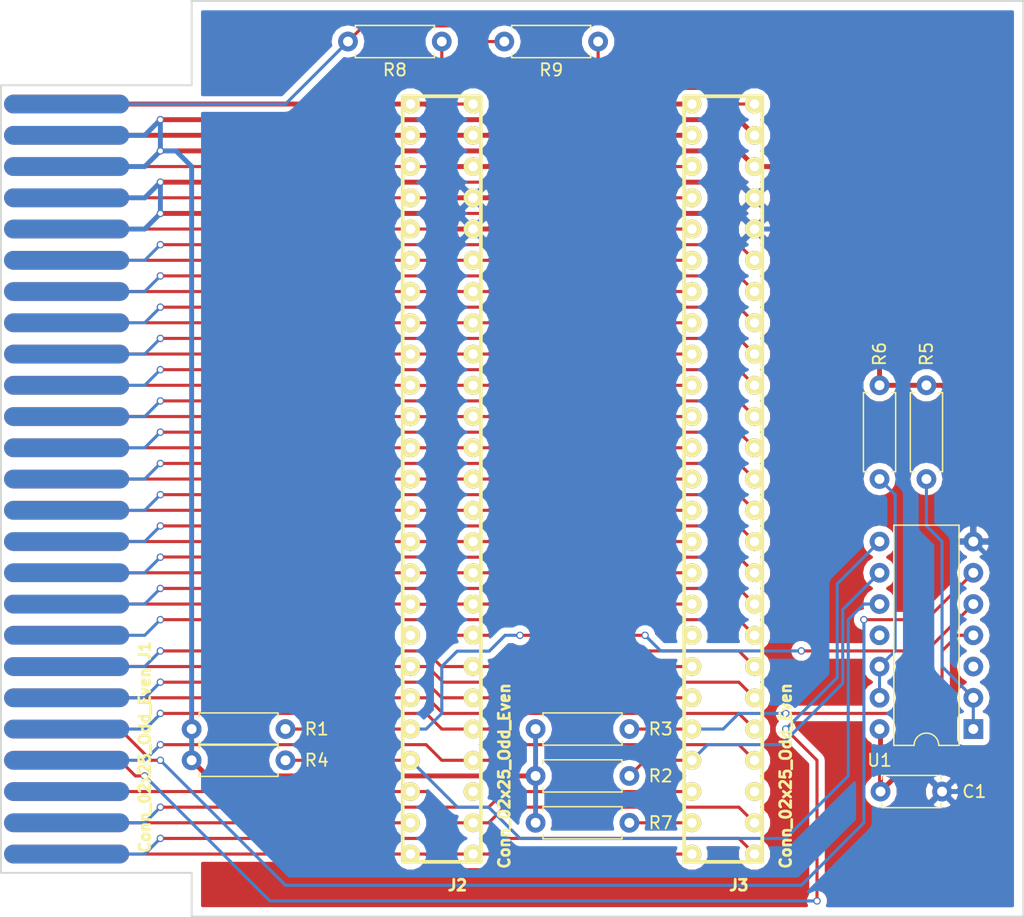
<source format=kicad_pcb>
(kicad_pcb (version 4) (host pcbnew 4.0.7-e2-6376~60~ubuntu17.10.1)

  (general
    (links 121)
    (no_connects 0)
    (area 80.950999 74.092999 164.159001 148.665001)
    (thickness 1.6)
    (drawings 9)
    (tracks 489)
    (zones 0)
    (modules 14)
    (nets 62)
  )

  (page USLetter)
  (title_block
    (title "MSX IO Slot")
    (date 2018-02-17)
    (rev 1)
  )

  (layers
    (0 F.Cu signal)
    (31 B.Cu signal)
    (32 B.Adhes user)
    (33 F.Adhes user)
    (34 B.Paste user)
    (35 F.Paste user)
    (36 B.SilkS user)
    (37 F.SilkS user)
    (38 B.Mask user)
    (39 F.Mask user)
    (40 Dwgs.User user)
    (41 Cmts.User user)
    (42 Eco1.User user)
    (43 Eco2.User user)
    (44 Edge.Cuts user)
    (45 Margin user)
    (46 B.CrtYd user)
    (47 F.CrtYd user)
    (48 B.Fab user)
    (49 F.Fab user)
  )

  (setup
    (last_trace_width 0.25)
    (trace_clearance 0.2)
    (zone_clearance 0.508)
    (zone_45_only no)
    (trace_min 0.2)
    (segment_width 0.2)
    (edge_width 0.15)
    (via_size 0.6)
    (via_drill 0.4)
    (via_min_size 0.4)
    (via_min_drill 0.3)
    (uvia_size 0.3)
    (uvia_drill 0.1)
    (uvias_allowed no)
    (uvia_min_size 0.2)
    (uvia_min_drill 0.1)
    (pcb_text_width 0.3)
    (pcb_text_size 1.5 1.5)
    (mod_edge_width 0.15)
    (mod_text_size 1 1)
    (mod_text_width 0.15)
    (pad_size 1.524 1.524)
    (pad_drill 0.762)
    (pad_to_mask_clearance 0.2)
    (aux_axis_origin 0 0)
    (visible_elements FFFFEF7F)
    (pcbplotparams
      (layerselection 0x010f0_80000001)
      (usegerberextensions false)
      (excludeedgelayer true)
      (linewidth 0.100000)
      (plotframeref false)
      (viasonmask false)
      (mode 1)
      (useauxorigin false)
      (hpglpennumber 1)
      (hpglpenspeed 20)
      (hpglpendiameter 15)
      (hpglpenoverlay 2)
      (psnegative false)
      (psa4output false)
      (plotreference true)
      (plotvalue true)
      (plotinvisibletext true)
      (padsonsilk false)
      (subtractmaskfromsilk false)
      (outputformat 1)
      (mirror false)
      (drillshape 0)
      (scaleselection 1)
      (outputdirectory gerbers))
  )

  (net 0 "")
  (net 1 /CS1)
  (net 2 /CS2)
  (net 3 /CS12)
  (net 4 /SLTSL)
  (net 5 /RFSH)
  (net 6 /WAIT)
  (net 7 /INT)
  (net 8 /M1)
  (net 9 /BUSDIR)
  (net 10 /IORQ)
  (net 11 /MERQ)
  (net 12 /WR)
  (net 13 /RD)
  (net 14 /RESET)
  (net 15 A9)
  (net 16 A15)
  (net 17 A11)
  (net 18 A10)
  (net 19 A7)
  (net 20 A6)
  (net 21 A12)
  (net 22 A8)
  (net 23 A14)
  (net 24 A13)
  (net 25 A1)
  (net 26 A0)
  (net 27 A3)
  (net 28 A2)
  (net 29 A5)
  (net 30 A4)
  (net 31 D1)
  (net 32 D0)
  (net 33 D3)
  (net 34 D2)
  (net 35 D5)
  (net 36 D4)
  (net 37 D7)
  (net 38 D6)
  (net 39 GND)
  (net 40 CLOCK)
  (net 41 SW1)
  (net 42 +5V)
  (net 43 SW2)
  (net 44 +12V)
  (net 45 SOUNDIN)
  (net 46 -12V)
  (net 47 /BUSDIR_A)
  (net 48 /INT_B)
  (net 49 /BUSDIR_B)
  (net 50 /INT_A)
  (net 51 "Net-(R5-Pad2)")
  (net 52 "Net-(R6-Pad2)")
  (net 53 "Net-(J3-Pad4)")
  (net 54 SOUND_A)
  (net 55 SOUND_B)
  (net 56 "Net-(J2-Pad5)")
  (net 57 "Net-(J2-Pad16)")
  (net 58 "Net-(J3-Pad5)")
  (net 59 "Net-(J3-Pad16)")
  (net 60 "Net-(J1-Pad5)")
  (net 61 "Net-(J1-Pad16)")

  (net_class Default "This is the default net class."
    (clearance 0.2)
    (trace_width 0.25)
    (via_dia 0.6)
    (via_drill 0.4)
    (uvia_dia 0.3)
    (uvia_drill 0.1)
    (add_net +12V)
    (add_net +5V)
    (add_net -12V)
    (add_net /BUSDIR)
    (add_net /BUSDIR_A)
    (add_net /BUSDIR_B)
    (add_net /CS1)
    (add_net /CS12)
    (add_net /CS2)
    (add_net /INT)
    (add_net /INT_A)
    (add_net /INT_B)
    (add_net /IORQ)
    (add_net /M1)
    (add_net /MERQ)
    (add_net /RD)
    (add_net /RESET)
    (add_net /RFSH)
    (add_net /SLTSL)
    (add_net /WAIT)
    (add_net /WR)
    (add_net A0)
    (add_net A1)
    (add_net A10)
    (add_net A11)
    (add_net A12)
    (add_net A13)
    (add_net A14)
    (add_net A15)
    (add_net A2)
    (add_net A3)
    (add_net A4)
    (add_net A5)
    (add_net A6)
    (add_net A7)
    (add_net A8)
    (add_net A9)
    (add_net CLOCK)
    (add_net D0)
    (add_net D1)
    (add_net D2)
    (add_net D3)
    (add_net D4)
    (add_net D5)
    (add_net D6)
    (add_net D7)
    (add_net GND)
    (add_net "Net-(J1-Pad16)")
    (add_net "Net-(J1-Pad5)")
    (add_net "Net-(J2-Pad16)")
    (add_net "Net-(J2-Pad5)")
    (add_net "Net-(J3-Pad16)")
    (add_net "Net-(J3-Pad4)")
    (add_net "Net-(J3-Pad5)")
    (add_net "Net-(R5-Pad2)")
    (add_net "Net-(R6-Pad2)")
    (add_net SOUNDIN)
    (add_net SOUND_A)
    (add_net SOUND_B)
    (add_net SW1)
    (add_net SW2)
  )

  (module Capacitors_THT:C_Disc_D4.7mm_W2.5mm_P5.00mm (layer F.Cu) (tedit 597BC7C2) (tstamp 5A8910A9)
    (at 152.48 138.43)
    (descr "C, Disc series, Radial, pin pitch=5.00mm, , diameter*width=4.7*2.5mm^2, Capacitor, http://www.vishay.com/docs/45233/krseries.pdf")
    (tags "C Disc series Radial pin pitch 5.00mm  diameter 4.7mm width 2.5mm Capacitor")
    (path /5A8648EA)
    (fp_text reference C1 (at 7.62 0) (layer F.SilkS)
      (effects (font (size 1 1) (thickness 0.15)))
    )
    (fp_text value 0.1 (at 2.46 0) (layer F.Fab)
      (effects (font (size 1 1) (thickness 0.15)))
    )
    (fp_line (start 0.15 -1.25) (end 0.15 1.25) (layer F.Fab) (width 0.1))
    (fp_line (start 0.15 1.25) (end 4.85 1.25) (layer F.Fab) (width 0.1))
    (fp_line (start 4.85 1.25) (end 4.85 -1.25) (layer F.Fab) (width 0.1))
    (fp_line (start 4.85 -1.25) (end 0.15 -1.25) (layer F.Fab) (width 0.1))
    (fp_line (start 0.09 -1.31) (end 4.91 -1.31) (layer F.SilkS) (width 0.12))
    (fp_line (start 0.09 1.31) (end 4.91 1.31) (layer F.SilkS) (width 0.12))
    (fp_line (start 0.09 -1.31) (end 0.09 -0.996) (layer F.SilkS) (width 0.12))
    (fp_line (start 0.09 0.996) (end 0.09 1.31) (layer F.SilkS) (width 0.12))
    (fp_line (start 4.91 -1.31) (end 4.91 -0.996) (layer F.SilkS) (width 0.12))
    (fp_line (start 4.91 0.996) (end 4.91 1.31) (layer F.SilkS) (width 0.12))
    (fp_line (start -1.05 -1.6) (end -1.05 1.6) (layer F.CrtYd) (width 0.05))
    (fp_line (start -1.05 1.6) (end 6.05 1.6) (layer F.CrtYd) (width 0.05))
    (fp_line (start 6.05 1.6) (end 6.05 -1.6) (layer F.CrtYd) (width 0.05))
    (fp_line (start 6.05 -1.6) (end -1.05 -1.6) (layer F.CrtYd) (width 0.05))
    (fp_text user %R (at 7.54 0) (layer F.Fab)
      (effects (font (size 1 1) (thickness 0.15)))
    )
    (pad 1 thru_hole circle (at 0 0) (size 1.6 1.6) (drill 0.8) (layers *.Cu *.Mask)
      (net 42 +5V))
    (pad 2 thru_hole circle (at 5 0) (size 1.6 1.6) (drill 0.8) (layers *.Cu *.Mask)
      (net 39 GND))
    (model ${KISYS3DMOD}/Capacitors_THT.3dshapes/C_Disc_D4.7mm_W2.5mm_P5.00mm.wrl
      (at (xyz 0 0 0))
      (scale (xyz 1 1 1))
      (rotate (xyz 0 0 0))
    )
  )

  (module Resistors_THT:R_Axial_DIN0207_L6.3mm_D2.5mm_P7.62mm_Horizontal (layer F.Cu) (tedit 5874F706) (tstamp 5A8910E5)
    (at 104.14 133.35 180)
    (descr "Resistor, Axial_DIN0207 series, Axial, Horizontal, pin pitch=7.62mm, 0.25W = 1/4W, length*diameter=6.3*2.5mm^2, http://cdn-reichelt.de/documents/datenblatt/B400/1_4W%23YAG.pdf")
    (tags "Resistor Axial_DIN0207 series Axial Horizontal pin pitch 7.62mm 0.25W = 1/4W length 6.3mm diameter 2.5mm")
    (path /5A863501)
    (fp_text reference R1 (at -2.54 0 180) (layer F.SilkS)
      (effects (font (size 1 1) (thickness 0.15)))
    )
    (fp_text value 10K (at 3.81 0 180) (layer F.Fab)
      (effects (font (size 1 1) (thickness 0.15)))
    )
    (fp_line (start 0.66 -1.25) (end 0.66 1.25) (layer F.Fab) (width 0.1))
    (fp_line (start 0.66 1.25) (end 6.96 1.25) (layer F.Fab) (width 0.1))
    (fp_line (start 6.96 1.25) (end 6.96 -1.25) (layer F.Fab) (width 0.1))
    (fp_line (start 6.96 -1.25) (end 0.66 -1.25) (layer F.Fab) (width 0.1))
    (fp_line (start 0 0) (end 0.66 0) (layer F.Fab) (width 0.1))
    (fp_line (start 7.62 0) (end 6.96 0) (layer F.Fab) (width 0.1))
    (fp_line (start 0.6 -0.98) (end 0.6 -1.31) (layer F.SilkS) (width 0.12))
    (fp_line (start 0.6 -1.31) (end 7.02 -1.31) (layer F.SilkS) (width 0.12))
    (fp_line (start 7.02 -1.31) (end 7.02 -0.98) (layer F.SilkS) (width 0.12))
    (fp_line (start 0.6 0.98) (end 0.6 1.31) (layer F.SilkS) (width 0.12))
    (fp_line (start 0.6 1.31) (end 7.02 1.31) (layer F.SilkS) (width 0.12))
    (fp_line (start 7.02 1.31) (end 7.02 0.98) (layer F.SilkS) (width 0.12))
    (fp_line (start -1.05 -1.6) (end -1.05 1.6) (layer F.CrtYd) (width 0.05))
    (fp_line (start -1.05 1.6) (end 8.7 1.6) (layer F.CrtYd) (width 0.05))
    (fp_line (start 8.7 1.6) (end 8.7 -1.6) (layer F.CrtYd) (width 0.05))
    (fp_line (start 8.7 -1.6) (end -1.05 -1.6) (layer F.CrtYd) (width 0.05))
    (pad 1 thru_hole circle (at 0 0 180) (size 1.6 1.6) (drill 0.8) (layers *.Cu *.Mask)
      (net 47 /BUSDIR_A))
    (pad 2 thru_hole oval (at 7.62 0 180) (size 1.6 1.6) (drill 0.8) (layers *.Cu *.Mask)
      (net 42 +5V))
    (model ${KISYS3DMOD}/Resistors_THT.3dshapes/R_Axial_DIN0207_L6.3mm_D2.5mm_P7.62mm_Horizontal.wrl
      (at (xyz 0 0 0))
      (scale (xyz 0.393701 0.393701 0.393701))
      (rotate (xyz 0 0 0))
    )
  )

  (module Resistors_THT:R_Axial_DIN0207_L6.3mm_D2.5mm_P7.62mm_Horizontal (layer F.Cu) (tedit 5874F706) (tstamp 5A8910EB)
    (at 124.46 137.16)
    (descr "Resistor, Axial_DIN0207 series, Axial, Horizontal, pin pitch=7.62mm, 0.25W = 1/4W, length*diameter=6.3*2.5mm^2, http://cdn-reichelt.de/documents/datenblatt/B400/1_4W%23YAG.pdf")
    (tags "Resistor Axial_DIN0207 series Axial Horizontal pin pitch 7.62mm 0.25W = 1/4W length 6.3mm diameter 2.5mm")
    (path /5A863FD2)
    (fp_text reference R2 (at 10.16 0) (layer F.SilkS)
      (effects (font (size 1 1) (thickness 0.15)))
    )
    (fp_text value 10K (at 3.81 0) (layer F.Fab)
      (effects (font (size 1 1) (thickness 0.15)))
    )
    (fp_line (start 0.66 -1.25) (end 0.66 1.25) (layer F.Fab) (width 0.1))
    (fp_line (start 0.66 1.25) (end 6.96 1.25) (layer F.Fab) (width 0.1))
    (fp_line (start 6.96 1.25) (end 6.96 -1.25) (layer F.Fab) (width 0.1))
    (fp_line (start 6.96 -1.25) (end 0.66 -1.25) (layer F.Fab) (width 0.1))
    (fp_line (start 0 0) (end 0.66 0) (layer F.Fab) (width 0.1))
    (fp_line (start 7.62 0) (end 6.96 0) (layer F.Fab) (width 0.1))
    (fp_line (start 0.6 -0.98) (end 0.6 -1.31) (layer F.SilkS) (width 0.12))
    (fp_line (start 0.6 -1.31) (end 7.02 -1.31) (layer F.SilkS) (width 0.12))
    (fp_line (start 7.02 -1.31) (end 7.02 -0.98) (layer F.SilkS) (width 0.12))
    (fp_line (start 0.6 0.98) (end 0.6 1.31) (layer F.SilkS) (width 0.12))
    (fp_line (start 0.6 1.31) (end 7.02 1.31) (layer F.SilkS) (width 0.12))
    (fp_line (start 7.02 1.31) (end 7.02 0.98) (layer F.SilkS) (width 0.12))
    (fp_line (start -1.05 -1.6) (end -1.05 1.6) (layer F.CrtYd) (width 0.05))
    (fp_line (start -1.05 1.6) (end 8.7 1.6) (layer F.CrtYd) (width 0.05))
    (fp_line (start 8.7 1.6) (end 8.7 -1.6) (layer F.CrtYd) (width 0.05))
    (fp_line (start 8.7 -1.6) (end -1.05 -1.6) (layer F.CrtYd) (width 0.05))
    (pad 1 thru_hole circle (at 0 0) (size 1.6 1.6) (drill 0.8) (layers *.Cu *.Mask)
      (net 42 +5V))
    (pad 2 thru_hole oval (at 7.62 0) (size 1.6 1.6) (drill 0.8) (layers *.Cu *.Mask)
      (net 48 /INT_B))
    (model ${KISYS3DMOD}/Resistors_THT.3dshapes/R_Axial_DIN0207_L6.3mm_D2.5mm_P7.62mm_Horizontal.wrl
      (at (xyz 0 0 0))
      (scale (xyz 0.393701 0.393701 0.393701))
      (rotate (xyz 0 0 0))
    )
  )

  (module Resistors_THT:R_Axial_DIN0207_L6.3mm_D2.5mm_P7.62mm_Horizontal (layer F.Cu) (tedit 5874F706) (tstamp 5A8910F1)
    (at 132.08 133.35 180)
    (descr "Resistor, Axial_DIN0207 series, Axial, Horizontal, pin pitch=7.62mm, 0.25W = 1/4W, length*diameter=6.3*2.5mm^2, http://cdn-reichelt.de/documents/datenblatt/B400/1_4W%23YAG.pdf")
    (tags "Resistor Axial_DIN0207 series Axial Horizontal pin pitch 7.62mm 0.25W = 1/4W length 6.3mm diameter 2.5mm")
    (path /5A86354B)
    (fp_text reference R3 (at -2.54 0 180) (layer F.SilkS)
      (effects (font (size 1 1) (thickness 0.15)))
    )
    (fp_text value 10K (at 3.81 0 180) (layer F.Fab)
      (effects (font (size 1 1) (thickness 0.15)))
    )
    (fp_line (start 0.66 -1.25) (end 0.66 1.25) (layer F.Fab) (width 0.1))
    (fp_line (start 0.66 1.25) (end 6.96 1.25) (layer F.Fab) (width 0.1))
    (fp_line (start 6.96 1.25) (end 6.96 -1.25) (layer F.Fab) (width 0.1))
    (fp_line (start 6.96 -1.25) (end 0.66 -1.25) (layer F.Fab) (width 0.1))
    (fp_line (start 0 0) (end 0.66 0) (layer F.Fab) (width 0.1))
    (fp_line (start 7.62 0) (end 6.96 0) (layer F.Fab) (width 0.1))
    (fp_line (start 0.6 -0.98) (end 0.6 -1.31) (layer F.SilkS) (width 0.12))
    (fp_line (start 0.6 -1.31) (end 7.02 -1.31) (layer F.SilkS) (width 0.12))
    (fp_line (start 7.02 -1.31) (end 7.02 -0.98) (layer F.SilkS) (width 0.12))
    (fp_line (start 0.6 0.98) (end 0.6 1.31) (layer F.SilkS) (width 0.12))
    (fp_line (start 0.6 1.31) (end 7.02 1.31) (layer F.SilkS) (width 0.12))
    (fp_line (start 7.02 1.31) (end 7.02 0.98) (layer F.SilkS) (width 0.12))
    (fp_line (start -1.05 -1.6) (end -1.05 1.6) (layer F.CrtYd) (width 0.05))
    (fp_line (start -1.05 1.6) (end 8.7 1.6) (layer F.CrtYd) (width 0.05))
    (fp_line (start 8.7 1.6) (end 8.7 -1.6) (layer F.CrtYd) (width 0.05))
    (fp_line (start 8.7 -1.6) (end -1.05 -1.6) (layer F.CrtYd) (width 0.05))
    (pad 1 thru_hole circle (at 0 0 180) (size 1.6 1.6) (drill 0.8) (layers *.Cu *.Mask)
      (net 49 /BUSDIR_B))
    (pad 2 thru_hole oval (at 7.62 0 180) (size 1.6 1.6) (drill 0.8) (layers *.Cu *.Mask)
      (net 42 +5V))
    (model ${KISYS3DMOD}/Resistors_THT.3dshapes/R_Axial_DIN0207_L6.3mm_D2.5mm_P7.62mm_Horizontal.wrl
      (at (xyz 0 0 0))
      (scale (xyz 0.393701 0.393701 0.393701))
      (rotate (xyz 0 0 0))
    )
  )

  (module Resistors_THT:R_Axial_DIN0207_L6.3mm_D2.5mm_P7.62mm_Horizontal (layer F.Cu) (tedit 5874F706) (tstamp 5A8910F7)
    (at 96.52 135.89)
    (descr "Resistor, Axial_DIN0207 series, Axial, Horizontal, pin pitch=7.62mm, 0.25W = 1/4W, length*diameter=6.3*2.5mm^2, http://cdn-reichelt.de/documents/datenblatt/B400/1_4W%23YAG.pdf")
    (tags "Resistor Axial_DIN0207 series Axial Horizontal pin pitch 7.62mm 0.25W = 1/4W length 6.3mm diameter 2.5mm")
    (path /5A86403D)
    (fp_text reference R4 (at 10.16 0 180) (layer F.SilkS)
      (effects (font (size 1 1) (thickness 0.15)))
    )
    (fp_text value 10K (at 3.81 0) (layer F.Fab)
      (effects (font (size 1 1) (thickness 0.15)))
    )
    (fp_line (start 0.66 -1.25) (end 0.66 1.25) (layer F.Fab) (width 0.1))
    (fp_line (start 0.66 1.25) (end 6.96 1.25) (layer F.Fab) (width 0.1))
    (fp_line (start 6.96 1.25) (end 6.96 -1.25) (layer F.Fab) (width 0.1))
    (fp_line (start 6.96 -1.25) (end 0.66 -1.25) (layer F.Fab) (width 0.1))
    (fp_line (start 0 0) (end 0.66 0) (layer F.Fab) (width 0.1))
    (fp_line (start 7.62 0) (end 6.96 0) (layer F.Fab) (width 0.1))
    (fp_line (start 0.6 -0.98) (end 0.6 -1.31) (layer F.SilkS) (width 0.12))
    (fp_line (start 0.6 -1.31) (end 7.02 -1.31) (layer F.SilkS) (width 0.12))
    (fp_line (start 7.02 -1.31) (end 7.02 -0.98) (layer F.SilkS) (width 0.12))
    (fp_line (start 0.6 0.98) (end 0.6 1.31) (layer F.SilkS) (width 0.12))
    (fp_line (start 0.6 1.31) (end 7.02 1.31) (layer F.SilkS) (width 0.12))
    (fp_line (start 7.02 1.31) (end 7.02 0.98) (layer F.SilkS) (width 0.12))
    (fp_line (start -1.05 -1.6) (end -1.05 1.6) (layer F.CrtYd) (width 0.05))
    (fp_line (start -1.05 1.6) (end 8.7 1.6) (layer F.CrtYd) (width 0.05))
    (fp_line (start 8.7 1.6) (end 8.7 -1.6) (layer F.CrtYd) (width 0.05))
    (fp_line (start 8.7 -1.6) (end -1.05 -1.6) (layer F.CrtYd) (width 0.05))
    (pad 1 thru_hole circle (at 0 0) (size 1.6 1.6) (drill 0.8) (layers *.Cu *.Mask)
      (net 42 +5V))
    (pad 2 thru_hole oval (at 7.62 0) (size 1.6 1.6) (drill 0.8) (layers *.Cu *.Mask)
      (net 50 /INT_A))
    (model ${KISYS3DMOD}/Resistors_THT.3dshapes/R_Axial_DIN0207_L6.3mm_D2.5mm_P7.62mm_Horizontal.wrl
      (at (xyz 0 0 0))
      (scale (xyz 0.393701 0.393701 0.393701))
      (rotate (xyz 0 0 0))
    )
  )

  (module Resistors_THT:R_Axial_DIN0207_L6.3mm_D2.5mm_P7.62mm_Horizontal (layer F.Cu) (tedit 5874F706) (tstamp 5A8910FD)
    (at 156.21 105.41 270)
    (descr "Resistor, Axial_DIN0207 series, Axial, Horizontal, pin pitch=7.62mm, 0.25W = 1/4W, length*diameter=6.3*2.5mm^2, http://cdn-reichelt.de/documents/datenblatt/B400/1_4W%23YAG.pdf")
    (tags "Resistor Axial_DIN0207 series Axial Horizontal pin pitch 7.62mm 0.25W = 1/4W length 6.3mm diameter 2.5mm")
    (path /5A861968)
    (fp_text reference R5 (at -2.54 0 270) (layer F.SilkS)
      (effects (font (size 1 1) (thickness 0.15)))
    )
    (fp_text value 10K (at 3.81 0 270) (layer F.Fab)
      (effects (font (size 1 1) (thickness 0.15)))
    )
    (fp_line (start 0.66 -1.25) (end 0.66 1.25) (layer F.Fab) (width 0.1))
    (fp_line (start 0.66 1.25) (end 6.96 1.25) (layer F.Fab) (width 0.1))
    (fp_line (start 6.96 1.25) (end 6.96 -1.25) (layer F.Fab) (width 0.1))
    (fp_line (start 6.96 -1.25) (end 0.66 -1.25) (layer F.Fab) (width 0.1))
    (fp_line (start 0 0) (end 0.66 0) (layer F.Fab) (width 0.1))
    (fp_line (start 7.62 0) (end 6.96 0) (layer F.Fab) (width 0.1))
    (fp_line (start 0.6 -0.98) (end 0.6 -1.31) (layer F.SilkS) (width 0.12))
    (fp_line (start 0.6 -1.31) (end 7.02 -1.31) (layer F.SilkS) (width 0.12))
    (fp_line (start 7.02 -1.31) (end 7.02 -0.98) (layer F.SilkS) (width 0.12))
    (fp_line (start 0.6 0.98) (end 0.6 1.31) (layer F.SilkS) (width 0.12))
    (fp_line (start 0.6 1.31) (end 7.02 1.31) (layer F.SilkS) (width 0.12))
    (fp_line (start 7.02 1.31) (end 7.02 0.98) (layer F.SilkS) (width 0.12))
    (fp_line (start -1.05 -1.6) (end -1.05 1.6) (layer F.CrtYd) (width 0.05))
    (fp_line (start -1.05 1.6) (end 8.7 1.6) (layer F.CrtYd) (width 0.05))
    (fp_line (start 8.7 1.6) (end 8.7 -1.6) (layer F.CrtYd) (width 0.05))
    (fp_line (start 8.7 -1.6) (end -1.05 -1.6) (layer F.CrtYd) (width 0.05))
    (pad 1 thru_hole circle (at 0 0 270) (size 1.6 1.6) (drill 0.8) (layers *.Cu *.Mask)
      (net 42 +5V))
    (pad 2 thru_hole oval (at 7.62 0 270) (size 1.6 1.6) (drill 0.8) (layers *.Cu *.Mask)
      (net 51 "Net-(R5-Pad2)"))
    (model ${KISYS3DMOD}/Resistors_THT.3dshapes/R_Axial_DIN0207_L6.3mm_D2.5mm_P7.62mm_Horizontal.wrl
      (at (xyz 0 0 0))
      (scale (xyz 0.393701 0.393701 0.393701))
      (rotate (xyz 0 0 0))
    )
  )

  (module Resistors_THT:R_Axial_DIN0207_L6.3mm_D2.5mm_P7.62mm_Horizontal (layer F.Cu) (tedit 5874F706) (tstamp 5A891103)
    (at 152.4 105.41 270)
    (descr "Resistor, Axial_DIN0207 series, Axial, Horizontal, pin pitch=7.62mm, 0.25W = 1/4W, length*diameter=6.3*2.5mm^2, http://cdn-reichelt.de/documents/datenblatt/B400/1_4W%23YAG.pdf")
    (tags "Resistor Axial_DIN0207 series Axial Horizontal pin pitch 7.62mm 0.25W = 1/4W length 6.3mm diameter 2.5mm")
    (path /5A863ACE)
    (fp_text reference R6 (at -2.54 0 270) (layer F.SilkS)
      (effects (font (size 1 1) (thickness 0.15)))
    )
    (fp_text value 10K (at 3.81 0 270) (layer F.Fab)
      (effects (font (size 1 1) (thickness 0.15)))
    )
    (fp_line (start 0.66 -1.25) (end 0.66 1.25) (layer F.Fab) (width 0.1))
    (fp_line (start 0.66 1.25) (end 6.96 1.25) (layer F.Fab) (width 0.1))
    (fp_line (start 6.96 1.25) (end 6.96 -1.25) (layer F.Fab) (width 0.1))
    (fp_line (start 6.96 -1.25) (end 0.66 -1.25) (layer F.Fab) (width 0.1))
    (fp_line (start 0 0) (end 0.66 0) (layer F.Fab) (width 0.1))
    (fp_line (start 7.62 0) (end 6.96 0) (layer F.Fab) (width 0.1))
    (fp_line (start 0.6 -0.98) (end 0.6 -1.31) (layer F.SilkS) (width 0.12))
    (fp_line (start 0.6 -1.31) (end 7.02 -1.31) (layer F.SilkS) (width 0.12))
    (fp_line (start 7.02 -1.31) (end 7.02 -0.98) (layer F.SilkS) (width 0.12))
    (fp_line (start 0.6 0.98) (end 0.6 1.31) (layer F.SilkS) (width 0.12))
    (fp_line (start 0.6 1.31) (end 7.02 1.31) (layer F.SilkS) (width 0.12))
    (fp_line (start 7.02 1.31) (end 7.02 0.98) (layer F.SilkS) (width 0.12))
    (fp_line (start -1.05 -1.6) (end -1.05 1.6) (layer F.CrtYd) (width 0.05))
    (fp_line (start -1.05 1.6) (end 8.7 1.6) (layer F.CrtYd) (width 0.05))
    (fp_line (start 8.7 1.6) (end 8.7 -1.6) (layer F.CrtYd) (width 0.05))
    (fp_line (start 8.7 -1.6) (end -1.05 -1.6) (layer F.CrtYd) (width 0.05))
    (pad 1 thru_hole circle (at 0 0 270) (size 1.6 1.6) (drill 0.8) (layers *.Cu *.Mask)
      (net 42 +5V))
    (pad 2 thru_hole oval (at 7.62 0 270) (size 1.6 1.6) (drill 0.8) (layers *.Cu *.Mask)
      (net 52 "Net-(R6-Pad2)"))
    (model ${KISYS3DMOD}/Resistors_THT.3dshapes/R_Axial_DIN0207_L6.3mm_D2.5mm_P7.62mm_Horizontal.wrl
      (at (xyz 0 0 0))
      (scale (xyz 0.393701 0.393701 0.393701))
      (rotate (xyz 0 0 0))
    )
  )

  (module Resistors_THT:R_Axial_DIN0207_L6.3mm_D2.5mm_P7.62mm_Horizontal (layer F.Cu) (tedit 5874F706) (tstamp 5A891109)
    (at 124.46 140.97)
    (descr "Resistor, Axial_DIN0207 series, Axial, Horizontal, pin pitch=7.62mm, 0.25W = 1/4W, length*diameter=6.3*2.5mm^2, http://cdn-reichelt.de/documents/datenblatt/B400/1_4W%23YAG.pdf")
    (tags "Resistor Axial_DIN0207 series Axial Horizontal pin pitch 7.62mm 0.25W = 1/4W length 6.3mm diameter 2.5mm")
    (path /5A8617F0)
    (fp_text reference R7 (at 10.16 0) (layer F.SilkS)
      (effects (font (size 1 1) (thickness 0.15)))
    )
    (fp_text value 10K (at 3.81 0) (layer F.Fab)
      (effects (font (size 1 1) (thickness 0.15)))
    )
    (fp_line (start 0.66 -1.25) (end 0.66 1.25) (layer F.Fab) (width 0.1))
    (fp_line (start 0.66 1.25) (end 6.96 1.25) (layer F.Fab) (width 0.1))
    (fp_line (start 6.96 1.25) (end 6.96 -1.25) (layer F.Fab) (width 0.1))
    (fp_line (start 6.96 -1.25) (end 0.66 -1.25) (layer F.Fab) (width 0.1))
    (fp_line (start 0 0) (end 0.66 0) (layer F.Fab) (width 0.1))
    (fp_line (start 7.62 0) (end 6.96 0) (layer F.Fab) (width 0.1))
    (fp_line (start 0.6 -0.98) (end 0.6 -1.31) (layer F.SilkS) (width 0.12))
    (fp_line (start 0.6 -1.31) (end 7.02 -1.31) (layer F.SilkS) (width 0.12))
    (fp_line (start 7.02 -1.31) (end 7.02 -0.98) (layer F.SilkS) (width 0.12))
    (fp_line (start 0.6 0.98) (end 0.6 1.31) (layer F.SilkS) (width 0.12))
    (fp_line (start 0.6 1.31) (end 7.02 1.31) (layer F.SilkS) (width 0.12))
    (fp_line (start 7.02 1.31) (end 7.02 0.98) (layer F.SilkS) (width 0.12))
    (fp_line (start -1.05 -1.6) (end -1.05 1.6) (layer F.CrtYd) (width 0.05))
    (fp_line (start -1.05 1.6) (end 8.7 1.6) (layer F.CrtYd) (width 0.05))
    (fp_line (start 8.7 1.6) (end 8.7 -1.6) (layer F.CrtYd) (width 0.05))
    (fp_line (start 8.7 -1.6) (end -1.05 -1.6) (layer F.CrtYd) (width 0.05))
    (pad 1 thru_hole circle (at 0 0) (size 1.6 1.6) (drill 0.8) (layers *.Cu *.Mask)
      (net 42 +5V))
    (pad 2 thru_hole oval (at 7.62 0) (size 1.6 1.6) (drill 0.8) (layers *.Cu *.Mask)
      (net 53 "Net-(J3-Pad4)"))
    (model ${KISYS3DMOD}/Resistors_THT.3dshapes/R_Axial_DIN0207_L6.3mm_D2.5mm_P7.62mm_Horizontal.wrl
      (at (xyz 0 0 0))
      (scale (xyz 0.393701 0.393701 0.393701))
      (rotate (xyz 0 0 0))
    )
  )

  (module Resistors_THT:R_Axial_DIN0207_L6.3mm_D2.5mm_P7.62mm_Horizontal (layer F.Cu) (tedit 5874F706) (tstamp 5A89110F)
    (at 116.84 77.47 180)
    (descr "Resistor, Axial_DIN0207 series, Axial, Horizontal, pin pitch=7.62mm, 0.25W = 1/4W, length*diameter=6.3*2.5mm^2, http://cdn-reichelt.de/documents/datenblatt/B400/1_4W%23YAG.pdf")
    (tags "Resistor Axial_DIN0207 series Axial Horizontal pin pitch 7.62mm 0.25W = 1/4W length 6.3mm diameter 2.5mm")
    (path /5A861616)
    (fp_text reference R8 (at 3.81 -2.31 180) (layer F.SilkS)
      (effects (font (size 1 1) (thickness 0.15)))
    )
    (fp_text value 2K2 (at 3.81 2.31 180) (layer F.Fab)
      (effects (font (size 1 1) (thickness 0.15)))
    )
    (fp_line (start 0.66 -1.25) (end 0.66 1.25) (layer F.Fab) (width 0.1))
    (fp_line (start 0.66 1.25) (end 6.96 1.25) (layer F.Fab) (width 0.1))
    (fp_line (start 6.96 1.25) (end 6.96 -1.25) (layer F.Fab) (width 0.1))
    (fp_line (start 6.96 -1.25) (end 0.66 -1.25) (layer F.Fab) (width 0.1))
    (fp_line (start 0 0) (end 0.66 0) (layer F.Fab) (width 0.1))
    (fp_line (start 7.62 0) (end 6.96 0) (layer F.Fab) (width 0.1))
    (fp_line (start 0.6 -0.98) (end 0.6 -1.31) (layer F.SilkS) (width 0.12))
    (fp_line (start 0.6 -1.31) (end 7.02 -1.31) (layer F.SilkS) (width 0.12))
    (fp_line (start 7.02 -1.31) (end 7.02 -0.98) (layer F.SilkS) (width 0.12))
    (fp_line (start 0.6 0.98) (end 0.6 1.31) (layer F.SilkS) (width 0.12))
    (fp_line (start 0.6 1.31) (end 7.02 1.31) (layer F.SilkS) (width 0.12))
    (fp_line (start 7.02 1.31) (end 7.02 0.98) (layer F.SilkS) (width 0.12))
    (fp_line (start -1.05 -1.6) (end -1.05 1.6) (layer F.CrtYd) (width 0.05))
    (fp_line (start -1.05 1.6) (end 8.7 1.6) (layer F.CrtYd) (width 0.05))
    (fp_line (start 8.7 1.6) (end 8.7 -1.6) (layer F.CrtYd) (width 0.05))
    (fp_line (start 8.7 -1.6) (end -1.05 -1.6) (layer F.CrtYd) (width 0.05))
    (pad 1 thru_hole circle (at 0 0 180) (size 1.6 1.6) (drill 0.8) (layers *.Cu *.Mask)
      (net 54 SOUND_A))
    (pad 2 thru_hole oval (at 7.62 0 180) (size 1.6 1.6) (drill 0.8) (layers *.Cu *.Mask)
      (net 45 SOUNDIN))
    (model ${KISYS3DMOD}/Resistors_THT.3dshapes/R_Axial_DIN0207_L6.3mm_D2.5mm_P7.62mm_Horizontal.wrl
      (at (xyz 0 0 0))
      (scale (xyz 0.393701 0.393701 0.393701))
      (rotate (xyz 0 0 0))
    )
  )

  (module Resistors_THT:R_Axial_DIN0207_L6.3mm_D2.5mm_P7.62mm_Horizontal (layer F.Cu) (tedit 5874F706) (tstamp 5A891115)
    (at 129.54 77.47 180)
    (descr "Resistor, Axial_DIN0207 series, Axial, Horizontal, pin pitch=7.62mm, 0.25W = 1/4W, length*diameter=6.3*2.5mm^2, http://cdn-reichelt.de/documents/datenblatt/B400/1_4W%23YAG.pdf")
    (tags "Resistor Axial_DIN0207 series Axial Horizontal pin pitch 7.62mm 0.25W = 1/4W length 6.3mm diameter 2.5mm")
    (path /5A861678)
    (fp_text reference R9 (at 3.81 -2.31 180) (layer F.SilkS)
      (effects (font (size 1 1) (thickness 0.15)))
    )
    (fp_text value 2K2 (at 3.81 2.31 180) (layer F.Fab)
      (effects (font (size 1 1) (thickness 0.15)))
    )
    (fp_line (start 0.66 -1.25) (end 0.66 1.25) (layer F.Fab) (width 0.1))
    (fp_line (start 0.66 1.25) (end 6.96 1.25) (layer F.Fab) (width 0.1))
    (fp_line (start 6.96 1.25) (end 6.96 -1.25) (layer F.Fab) (width 0.1))
    (fp_line (start 6.96 -1.25) (end 0.66 -1.25) (layer F.Fab) (width 0.1))
    (fp_line (start 0 0) (end 0.66 0) (layer F.Fab) (width 0.1))
    (fp_line (start 7.62 0) (end 6.96 0) (layer F.Fab) (width 0.1))
    (fp_line (start 0.6 -0.98) (end 0.6 -1.31) (layer F.SilkS) (width 0.12))
    (fp_line (start 0.6 -1.31) (end 7.02 -1.31) (layer F.SilkS) (width 0.12))
    (fp_line (start 7.02 -1.31) (end 7.02 -0.98) (layer F.SilkS) (width 0.12))
    (fp_line (start 0.6 0.98) (end 0.6 1.31) (layer F.SilkS) (width 0.12))
    (fp_line (start 0.6 1.31) (end 7.02 1.31) (layer F.SilkS) (width 0.12))
    (fp_line (start 7.02 1.31) (end 7.02 0.98) (layer F.SilkS) (width 0.12))
    (fp_line (start -1.05 -1.6) (end -1.05 1.6) (layer F.CrtYd) (width 0.05))
    (fp_line (start -1.05 1.6) (end 8.7 1.6) (layer F.CrtYd) (width 0.05))
    (fp_line (start 8.7 1.6) (end 8.7 -1.6) (layer F.CrtYd) (width 0.05))
    (fp_line (start 8.7 -1.6) (end -1.05 -1.6) (layer F.CrtYd) (width 0.05))
    (pad 1 thru_hole circle (at 0 0 180) (size 1.6 1.6) (drill 0.8) (layers *.Cu *.Mask)
      (net 55 SOUND_B))
    (pad 2 thru_hole oval (at 7.62 0 180) (size 1.6 1.6) (drill 0.8) (layers *.Cu *.Mask)
      (net 45 SOUNDIN))
    (model ${KISYS3DMOD}/Resistors_THT.3dshapes/R_Axial_DIN0207_L6.3mm_D2.5mm_P7.62mm_Horizontal.wrl
      (at (xyz 0 0 0))
      (scale (xyz 0.393701 0.393701 0.393701))
      (rotate (xyz 0 0 0))
    )
  )

  (module msx_slots:50_pin_edge_female (layer F.Cu) (tedit 200000) (tstamp 5A89B6AF)
    (at 119.38 143.51 90)
    (path /5A85A981)
    (fp_text reference J2 (at -2.54 -1.27 360) (layer F.SilkS)
      (effects (font (size 0.889 0.889) (thickness 0.3048)))
    )
    (fp_text value Conn_02x25_Odd_Even (at 6.35 2.54 90) (layer F.SilkS)
      (effects (font (size 0.889 0.889) (thickness 0.3048)))
    )
    (fp_line (start -0.635 0.635) (end 61.595 0.635) (layer F.SilkS) (width 0.3048))
    (fp_line (start 61.595 0.635) (end 61.595 -5.715) (layer F.SilkS) (width 0.3048))
    (fp_line (start 61.595 -5.715) (end -0.635 -5.715) (layer F.SilkS) (width 0.3048))
    (fp_line (start -0.635 -5.715) (end -0.635 0.635) (layer F.SilkS) (width 0.3048))
    (pad 1 thru_hole circle (at 0 0 90) (size 1.524 1.524) (drill 0.762) (layers *.Cu *.Mask F.SilkS)
      (net 1 /CS1))
    (pad 2 thru_hole circle (at 0 -5.08 270) (size 1.524 1.524) (drill 0.762) (layers *.Cu *.Mask F.SilkS)
      (net 2 /CS2))
    (pad 3 thru_hole circle (at 2.54 0 90) (size 1.524 1.524) (drill 0.762) (layers *.Cu *.Mask F.SilkS)
      (net 3 /CS12))
    (pad 4 thru_hole circle (at 2.54 -5.08 270) (size 1.524 1.524) (drill 0.762) (layers *.Cu *.Mask F.SilkS)
      (net 4 /SLTSL))
    (pad 5 thru_hole circle (at 5.08 0 90) (size 1.524 1.524) (drill 0.762) (layers *.Cu *.Mask F.SilkS)
      (net 56 "Net-(J2-Pad5)"))
    (pad 6 thru_hole circle (at 5.08 -5.08 270) (size 1.524 1.524) (drill 0.762) (layers *.Cu *.Mask F.SilkS)
      (net 5 /RFSH))
    (pad 7 thru_hole circle (at 7.62 0 90) (size 1.524 1.524) (drill 0.762) (layers *.Cu *.Mask F.SilkS)
      (net 6 /WAIT))
    (pad 8 thru_hole circle (at 7.62 -5.08 270) (size 1.524 1.524) (drill 0.762) (layers *.Cu *.Mask F.SilkS)
      (net 50 /INT_A))
    (pad 9 thru_hole circle (at 10.16 0 90) (size 1.524 1.524) (drill 0.762) (layers *.Cu *.Mask F.SilkS)
      (net 8 /M1))
    (pad 10 thru_hole circle (at 10.16 -5.08 270) (size 1.524 1.524) (drill 0.762) (layers *.Cu *.Mask F.SilkS)
      (net 47 /BUSDIR_A))
    (pad 11 thru_hole circle (at 12.7 0 90) (size 1.524 1.524) (drill 0.762) (layers *.Cu *.Mask F.SilkS)
      (net 10 /IORQ))
    (pad 12 thru_hole circle (at 12.7 -5.08 270) (size 1.524 1.524) (drill 0.762) (layers *.Cu *.Mask F.SilkS)
      (net 11 /MERQ))
    (pad 13 thru_hole circle (at 15.24 0 90) (size 1.524 1.524) (drill 0.762) (layers *.Cu *.Mask F.SilkS)
      (net 12 /WR))
    (pad 14 thru_hole circle (at 15.24 -5.08 270) (size 1.524 1.524) (drill 0.762) (layers *.Cu *.Mask F.SilkS)
      (net 13 /RD))
    (pad 15 thru_hole circle (at 17.78 0 90) (size 1.524 1.524) (drill 0.762) (layers *.Cu *.Mask F.SilkS)
      (net 14 /RESET))
    (pad 16 thru_hole circle (at 17.78 -5.08 270) (size 1.524 1.524) (drill 0.762) (layers *.Cu *.Mask F.SilkS)
      (net 57 "Net-(J2-Pad16)"))
    (pad 17 thru_hole circle (at 20.32 0 90) (size 1.524 1.524) (drill 0.762) (layers *.Cu *.Mask F.SilkS)
      (net 15 A9))
    (pad 18 thru_hole circle (at 20.32 -5.08 270) (size 1.524 1.524) (drill 0.762) (layers *.Cu *.Mask F.SilkS)
      (net 16 A15))
    (pad 19 thru_hole circle (at 22.86 0 90) (size 1.524 1.524) (drill 0.762) (layers *.Cu *.Mask F.SilkS)
      (net 17 A11))
    (pad 20 thru_hole circle (at 22.86 -5.08 270) (size 1.524 1.524) (drill 0.762) (layers *.Cu *.Mask F.SilkS)
      (net 18 A10))
    (pad 21 thru_hole circle (at 25.4 0 90) (size 1.524 1.524) (drill 0.762) (layers *.Cu *.Mask F.SilkS)
      (net 19 A7))
    (pad 22 thru_hole circle (at 25.4 -5.08 270) (size 1.524 1.524) (drill 0.762) (layers *.Cu *.Mask F.SilkS)
      (net 20 A6))
    (pad 23 thru_hole circle (at 27.94 0 90) (size 1.524 1.524) (drill 0.762) (layers *.Cu *.Mask F.SilkS)
      (net 21 A12))
    (pad 24 thru_hole circle (at 27.94 -5.08 270) (size 1.524 1.524) (drill 0.762) (layers *.Cu *.Mask F.SilkS)
      (net 22 A8))
    (pad 25 thru_hole circle (at 30.48 0 90) (size 1.524 1.524) (drill 0.762) (layers *.Cu *.Mask F.SilkS)
      (net 23 A14))
    (pad 26 thru_hole circle (at 30.48 -5.08 270) (size 1.524 1.524) (drill 0.762) (layers *.Cu *.Mask F.SilkS)
      (net 24 A13))
    (pad 27 thru_hole circle (at 33.02 0 90) (size 1.524 1.524) (drill 0.762) (layers *.Cu *.Mask F.SilkS)
      (net 25 A1))
    (pad 28 thru_hole circle (at 33.02 -5.08 270) (size 1.524 1.524) (drill 0.762) (layers *.Cu *.Mask F.SilkS)
      (net 26 A0))
    (pad 29 thru_hole circle (at 35.56 0 90) (size 1.524 1.524) (drill 0.762) (layers *.Cu *.Mask F.SilkS)
      (net 27 A3))
    (pad 30 thru_hole circle (at 35.56 -5.08 270) (size 1.524 1.524) (drill 0.762) (layers *.Cu *.Mask F.SilkS)
      (net 28 A2))
    (pad 31 thru_hole circle (at 38.1 0 90) (size 1.524 1.524) (drill 0.762) (layers *.Cu *.Mask F.SilkS)
      (net 29 A5))
    (pad 32 thru_hole circle (at 38.1 -5.08 270) (size 1.524 1.524) (drill 0.762) (layers *.Cu *.Mask F.SilkS)
      (net 30 A4))
    (pad 33 thru_hole circle (at 40.64 0 90) (size 1.524 1.524) (drill 0.762) (layers *.Cu *.Mask F.SilkS)
      (net 31 D1))
    (pad 34 thru_hole circle (at 40.64 -5.08 270) (size 1.524 1.524) (drill 0.762) (layers *.Cu *.Mask F.SilkS)
      (net 32 D0))
    (pad 35 thru_hole circle (at 43.18 0 90) (size 1.524 1.524) (drill 0.762) (layers *.Cu *.Mask F.SilkS)
      (net 33 D3))
    (pad 36 thru_hole circle (at 43.18 -5.08 270) (size 1.524 1.524) (drill 0.762) (layers *.Cu *.Mask F.SilkS)
      (net 34 D2))
    (pad 37 thru_hole circle (at 45.72 0 90) (size 1.524 1.524) (drill 0.762) (layers *.Cu *.Mask F.SilkS)
      (net 35 D5))
    (pad 38 thru_hole circle (at 45.72 -5.08 270) (size 1.524 1.524) (drill 0.762) (layers *.Cu *.Mask F.SilkS)
      (net 36 D4))
    (pad 39 thru_hole circle (at 48.26 0 90) (size 1.524 1.524) (drill 0.762) (layers *.Cu *.Mask F.SilkS)
      (net 37 D7))
    (pad 40 thru_hole circle (at 48.26 -5.08 270) (size 1.524 1.524) (drill 0.762) (layers *.Cu *.Mask F.SilkS)
      (net 38 D6))
    (pad 41 thru_hole circle (at 50.8 0 90) (size 1.524 1.524) (drill 0.762) (layers *.Cu *.Mask F.SilkS)
      (net 39 GND))
    (pad 42 thru_hole circle (at 50.8 -5.08 270) (size 1.524 1.524) (drill 0.762) (layers *.Cu *.Mask F.SilkS)
      (net 40 CLOCK))
    (pad 43 thru_hole circle (at 53.34 0 90) (size 1.524 1.524) (drill 0.762) (layers *.Cu *.Mask F.SilkS)
      (net 39 GND))
    (pad 44 thru_hole circle (at 53.34 -5.08 270) (size 1.524 1.524) (drill 0.762) (layers *.Cu *.Mask F.SilkS)
      (net 41 SW1))
    (pad 45 thru_hole circle (at 55.88 0 90) (size 1.524 1.524) (drill 0.762) (layers *.Cu *.Mask F.SilkS)
      (net 42 +5V))
    (pad 46 thru_hole circle (at 55.88 -5.08 270) (size 1.524 1.524) (drill 0.762) (layers *.Cu *.Mask F.SilkS)
      (net 43 SW2))
    (pad 47 thru_hole circle (at 58.42 0 90) (size 1.524 1.524) (drill 0.762) (layers *.Cu *.Mask F.SilkS)
      (net 42 +5V))
    (pad 48 thru_hole circle (at 58.42 -5.08 270) (size 1.524 1.524) (drill 0.762) (layers *.Cu *.Mask F.SilkS)
      (net 44 +12V))
    (pad 49 thru_hole circle (at 60.96 0 90) (size 1.524 1.524) (drill 0.762) (layers *.Cu *.Mask F.SilkS)
      (net 54 SOUND_A))
    (pad 50 thru_hole circle (at 60.96 -5.08 270) (size 1.524 1.524) (drill 0.762) (layers *.Cu *.Mask F.SilkS)
      (net 46 -12V))
  )

  (module msx_slots:50_pin_edge_female (layer F.Cu) (tedit 200000) (tstamp 5A89B6E9)
    (at 142.24 143.51 90)
    (path /5A85AA8A)
    (fp_text reference J3 (at -2.54 -1.27 360) (layer F.SilkS)
      (effects (font (size 0.889 0.889) (thickness 0.3048)))
    )
    (fp_text value Conn_02x25_Odd_Even (at 6.35 2.54 90) (layer F.SilkS)
      (effects (font (size 0.889 0.889) (thickness 0.3048)))
    )
    (fp_line (start -0.635 0.635) (end 61.595 0.635) (layer F.SilkS) (width 0.3048))
    (fp_line (start 61.595 0.635) (end 61.595 -5.715) (layer F.SilkS) (width 0.3048))
    (fp_line (start 61.595 -5.715) (end -0.635 -5.715) (layer F.SilkS) (width 0.3048))
    (fp_line (start -0.635 -5.715) (end -0.635 0.635) (layer F.SilkS) (width 0.3048))
    (pad 1 thru_hole circle (at 0 0 90) (size 1.524 1.524) (drill 0.762) (layers *.Cu *.Mask F.SilkS)
      (net 1 /CS1))
    (pad 2 thru_hole circle (at 0 -5.08 270) (size 1.524 1.524) (drill 0.762) (layers *.Cu *.Mask F.SilkS)
      (net 2 /CS2))
    (pad 3 thru_hole circle (at 2.54 0 90) (size 1.524 1.524) (drill 0.762) (layers *.Cu *.Mask F.SilkS)
      (net 3 /CS12))
    (pad 4 thru_hole circle (at 2.54 -5.08 270) (size 1.524 1.524) (drill 0.762) (layers *.Cu *.Mask F.SilkS)
      (net 53 "Net-(J3-Pad4)"))
    (pad 5 thru_hole circle (at 5.08 0 90) (size 1.524 1.524) (drill 0.762) (layers *.Cu *.Mask F.SilkS)
      (net 58 "Net-(J3-Pad5)"))
    (pad 6 thru_hole circle (at 5.08 -5.08 270) (size 1.524 1.524) (drill 0.762) (layers *.Cu *.Mask F.SilkS)
      (net 5 /RFSH))
    (pad 7 thru_hole circle (at 7.62 0 90) (size 1.524 1.524) (drill 0.762) (layers *.Cu *.Mask F.SilkS)
      (net 6 /WAIT))
    (pad 8 thru_hole circle (at 7.62 -5.08 270) (size 1.524 1.524) (drill 0.762) (layers *.Cu *.Mask F.SilkS)
      (net 48 /INT_B))
    (pad 9 thru_hole circle (at 10.16 0 90) (size 1.524 1.524) (drill 0.762) (layers *.Cu *.Mask F.SilkS)
      (net 8 /M1))
    (pad 10 thru_hole circle (at 10.16 -5.08 270) (size 1.524 1.524) (drill 0.762) (layers *.Cu *.Mask F.SilkS)
      (net 49 /BUSDIR_B))
    (pad 11 thru_hole circle (at 12.7 0 90) (size 1.524 1.524) (drill 0.762) (layers *.Cu *.Mask F.SilkS)
      (net 10 /IORQ))
    (pad 12 thru_hole circle (at 12.7 -5.08 270) (size 1.524 1.524) (drill 0.762) (layers *.Cu *.Mask F.SilkS)
      (net 11 /MERQ))
    (pad 13 thru_hole circle (at 15.24 0 90) (size 1.524 1.524) (drill 0.762) (layers *.Cu *.Mask F.SilkS)
      (net 12 /WR))
    (pad 14 thru_hole circle (at 15.24 -5.08 270) (size 1.524 1.524) (drill 0.762) (layers *.Cu *.Mask F.SilkS)
      (net 13 /RD))
    (pad 15 thru_hole circle (at 17.78 0 90) (size 1.524 1.524) (drill 0.762) (layers *.Cu *.Mask F.SilkS)
      (net 14 /RESET))
    (pad 16 thru_hole circle (at 17.78 -5.08 270) (size 1.524 1.524) (drill 0.762) (layers *.Cu *.Mask F.SilkS)
      (net 59 "Net-(J3-Pad16)"))
    (pad 17 thru_hole circle (at 20.32 0 90) (size 1.524 1.524) (drill 0.762) (layers *.Cu *.Mask F.SilkS)
      (net 15 A9))
    (pad 18 thru_hole circle (at 20.32 -5.08 270) (size 1.524 1.524) (drill 0.762) (layers *.Cu *.Mask F.SilkS)
      (net 16 A15))
    (pad 19 thru_hole circle (at 22.86 0 90) (size 1.524 1.524) (drill 0.762) (layers *.Cu *.Mask F.SilkS)
      (net 17 A11))
    (pad 20 thru_hole circle (at 22.86 -5.08 270) (size 1.524 1.524) (drill 0.762) (layers *.Cu *.Mask F.SilkS)
      (net 18 A10))
    (pad 21 thru_hole circle (at 25.4 0 90) (size 1.524 1.524) (drill 0.762) (layers *.Cu *.Mask F.SilkS)
      (net 19 A7))
    (pad 22 thru_hole circle (at 25.4 -5.08 270) (size 1.524 1.524) (drill 0.762) (layers *.Cu *.Mask F.SilkS)
      (net 20 A6))
    (pad 23 thru_hole circle (at 27.94 0 90) (size 1.524 1.524) (drill 0.762) (layers *.Cu *.Mask F.SilkS)
      (net 21 A12))
    (pad 24 thru_hole circle (at 27.94 -5.08 270) (size 1.524 1.524) (drill 0.762) (layers *.Cu *.Mask F.SilkS)
      (net 22 A8))
    (pad 25 thru_hole circle (at 30.48 0 90) (size 1.524 1.524) (drill 0.762) (layers *.Cu *.Mask F.SilkS)
      (net 23 A14))
    (pad 26 thru_hole circle (at 30.48 -5.08 270) (size 1.524 1.524) (drill 0.762) (layers *.Cu *.Mask F.SilkS)
      (net 24 A13))
    (pad 27 thru_hole circle (at 33.02 0 90) (size 1.524 1.524) (drill 0.762) (layers *.Cu *.Mask F.SilkS)
      (net 25 A1))
    (pad 28 thru_hole circle (at 33.02 -5.08 270) (size 1.524 1.524) (drill 0.762) (layers *.Cu *.Mask F.SilkS)
      (net 26 A0))
    (pad 29 thru_hole circle (at 35.56 0 90) (size 1.524 1.524) (drill 0.762) (layers *.Cu *.Mask F.SilkS)
      (net 27 A3))
    (pad 30 thru_hole circle (at 35.56 -5.08 270) (size 1.524 1.524) (drill 0.762) (layers *.Cu *.Mask F.SilkS)
      (net 28 A2))
    (pad 31 thru_hole circle (at 38.1 0 90) (size 1.524 1.524) (drill 0.762) (layers *.Cu *.Mask F.SilkS)
      (net 29 A5))
    (pad 32 thru_hole circle (at 38.1 -5.08 270) (size 1.524 1.524) (drill 0.762) (layers *.Cu *.Mask F.SilkS)
      (net 30 A4))
    (pad 33 thru_hole circle (at 40.64 0 90) (size 1.524 1.524) (drill 0.762) (layers *.Cu *.Mask F.SilkS)
      (net 31 D1))
    (pad 34 thru_hole circle (at 40.64 -5.08 270) (size 1.524 1.524) (drill 0.762) (layers *.Cu *.Mask F.SilkS)
      (net 32 D0))
    (pad 35 thru_hole circle (at 43.18 0 90) (size 1.524 1.524) (drill 0.762) (layers *.Cu *.Mask F.SilkS)
      (net 33 D3))
    (pad 36 thru_hole circle (at 43.18 -5.08 270) (size 1.524 1.524) (drill 0.762) (layers *.Cu *.Mask F.SilkS)
      (net 34 D2))
    (pad 37 thru_hole circle (at 45.72 0 90) (size 1.524 1.524) (drill 0.762) (layers *.Cu *.Mask F.SilkS)
      (net 35 D5))
    (pad 38 thru_hole circle (at 45.72 -5.08 270) (size 1.524 1.524) (drill 0.762) (layers *.Cu *.Mask F.SilkS)
      (net 36 D4))
    (pad 39 thru_hole circle (at 48.26 0 90) (size 1.524 1.524) (drill 0.762) (layers *.Cu *.Mask F.SilkS)
      (net 37 D7))
    (pad 40 thru_hole circle (at 48.26 -5.08 270) (size 1.524 1.524) (drill 0.762) (layers *.Cu *.Mask F.SilkS)
      (net 38 D6))
    (pad 41 thru_hole circle (at 50.8 0 90) (size 1.524 1.524) (drill 0.762) (layers *.Cu *.Mask F.SilkS)
      (net 39 GND))
    (pad 42 thru_hole circle (at 50.8 -5.08 270) (size 1.524 1.524) (drill 0.762) (layers *.Cu *.Mask F.SilkS)
      (net 40 CLOCK))
    (pad 43 thru_hole circle (at 53.34 0 90) (size 1.524 1.524) (drill 0.762) (layers *.Cu *.Mask F.SilkS)
      (net 39 GND))
    (pad 44 thru_hole circle (at 53.34 -5.08 270) (size 1.524 1.524) (drill 0.762) (layers *.Cu *.Mask F.SilkS)
      (net 41 SW1))
    (pad 45 thru_hole circle (at 55.88 0 90) (size 1.524 1.524) (drill 0.762) (layers *.Cu *.Mask F.SilkS)
      (net 42 +5V))
    (pad 46 thru_hole circle (at 55.88 -5.08 270) (size 1.524 1.524) (drill 0.762) (layers *.Cu *.Mask F.SilkS)
      (net 43 SW2))
    (pad 47 thru_hole circle (at 58.42 0 90) (size 1.524 1.524) (drill 0.762) (layers *.Cu *.Mask F.SilkS)
      (net 42 +5V))
    (pad 48 thru_hole circle (at 58.42 -5.08 270) (size 1.524 1.524) (drill 0.762) (layers *.Cu *.Mask F.SilkS)
      (net 44 +12V))
    (pad 49 thru_hole circle (at 60.96 0 90) (size 1.524 1.524) (drill 0.762) (layers *.Cu *.Mask F.SilkS)
      (net 55 SOUND_B))
    (pad 50 thru_hole circle (at 60.96 -5.08 270) (size 1.524 1.524) (drill 0.762) (layers *.Cu *.Mask F.SilkS)
      (net 46 -12V))
  )

  (module msx_slots:msx_cart_edge (layer F.Cu) (tedit 5A8909EA) (tstamp 5A89B76E)
    (at 86.36 143.51 90)
    (path /5A85A267)
    (fp_text reference J1 (at 16.51 6.35 90) (layer F.SilkS)
      (effects (font (size 0.889 0.889) (thickness 0.3048)))
    )
    (fp_text value Conn_02x25_Odd_Even (at 7.62 6.35 90) (layer F.SilkS)
      (effects (font (size 0.889 0.889) (thickness 0.3048)))
    )
    (pad 1 connect oval (at 0 0 90) (size 1.524 10.16) (layers B.Cu B.Mask)
      (net 1 /CS1))
    (pad 2 connect oval (at 0 0 90) (size 1.524 10.16) (layers F.Cu F.Mask)
      (net 2 /CS2))
    (pad 3 connect oval (at 2.54 0 90) (size 1.524 10.16) (layers B.Cu B.Mask)
      (net 3 /CS12))
    (pad 4 connect oval (at 2.54 0 90) (size 1.524 10.16) (layers F.Cu F.Mask)
      (net 4 /SLTSL))
    (pad 5 connect oval (at 5.08 0 90) (size 1.524 10.16) (layers B.Cu B.Mask)
      (net 60 "Net-(J1-Pad5)"))
    (pad 6 connect oval (at 5.08 0 90) (size 1.524 10.16) (layers F.Cu F.Mask)
      (net 5 /RFSH))
    (pad 7 connect oval (at 7.62 0 90) (size 1.524 10.16) (layers B.Cu B.Mask)
      (net 6 /WAIT))
    (pad 8 connect oval (at 7.62 0 90) (size 1.524 10.16) (layers F.Cu F.Mask)
      (net 7 /INT))
    (pad 9 connect oval (at 10.16 0 90) (size 1.524 10.16) (layers B.Cu B.Mask)
      (net 8 /M1))
    (pad 10 connect oval (at 10.16 0 90) (size 1.524 10.16) (layers F.Cu F.Mask)
      (net 9 /BUSDIR))
    (pad 11 connect oval (at 12.7 0 90) (size 1.524 10.16) (layers B.Cu B.Mask)
      (net 10 /IORQ))
    (pad 12 connect oval (at 12.7 0 90) (size 1.524 10.16) (layers F.Cu F.Mask)
      (net 11 /MERQ))
    (pad 13 connect oval (at 15.24 0 90) (size 1.524 10.16) (layers B.Cu B.Mask)
      (net 12 /WR))
    (pad 14 connect oval (at 15.24 0 90) (size 1.524 10.16) (layers F.Cu F.Mask)
      (net 13 /RD))
    (pad 15 connect oval (at 17.78 0 90) (size 1.524 10.16) (layers B.Cu B.Mask)
      (net 14 /RESET))
    (pad 16 connect oval (at 17.78 0 90) (size 1.524 10.16) (layers F.Cu F.Mask)
      (net 61 "Net-(J1-Pad16)"))
    (pad 17 connect oval (at 20.32 0 90) (size 1.524 10.16) (layers B.Cu B.Mask)
      (net 15 A9))
    (pad 18 connect oval (at 20.32 0 90) (size 1.524 10.16) (layers F.Cu F.Mask)
      (net 16 A15))
    (pad 19 connect oval (at 22.86 0 90) (size 1.524 10.16) (layers B.Cu B.Mask)
      (net 17 A11))
    (pad 20 connect oval (at 22.86 0 90) (size 1.524 10.16) (layers F.Cu F.Mask)
      (net 18 A10))
    (pad 21 connect oval (at 25.4 0 90) (size 1.524 10.16) (layers B.Cu B.Mask)
      (net 19 A7))
    (pad 22 connect oval (at 25.4 0 90) (size 1.524 10.16) (layers F.Cu F.Mask)
      (net 20 A6))
    (pad 23 connect oval (at 27.94 0 90) (size 1.524 10.16) (layers B.Cu B.Mask)
      (net 21 A12))
    (pad 24 connect oval (at 27.94 0 90) (size 1.524 10.16) (layers F.Cu F.Mask)
      (net 22 A8))
    (pad 25 connect oval (at 30.48 0 90) (size 1.524 10.16) (layers B.Cu B.Mask)
      (net 23 A14))
    (pad 26 connect oval (at 30.48 0 90) (size 1.524 10.16) (layers F.Cu F.Mask)
      (net 24 A13))
    (pad 27 connect oval (at 33.02 0 90) (size 1.524 10.16) (layers B.Cu B.Mask)
      (net 25 A1))
    (pad 28 connect oval (at 33.02 0 90) (size 1.524 10.16) (layers F.Cu F.Mask)
      (net 26 A0))
    (pad 29 connect oval (at 35.56 0 90) (size 1.524 10.16) (layers B.Cu B.Mask)
      (net 27 A3))
    (pad 30 connect oval (at 35.56 0 90) (size 1.524 10.16) (layers F.Cu F.Mask)
      (net 28 A2))
    (pad 31 connect oval (at 38.1 0 90) (size 1.524 10.16) (layers B.Cu B.Mask)
      (net 29 A5))
    (pad 32 connect oval (at 38.1 0 90) (size 1.524 10.16) (layers F.Cu F.Mask)
      (net 30 A4))
    (pad 33 connect oval (at 40.64 0 90) (size 1.524 10.16) (layers B.Cu B.Mask)
      (net 31 D1))
    (pad 34 connect oval (at 40.64 0 90) (size 1.524 10.16) (layers F.Cu F.Mask)
      (net 32 D0))
    (pad 35 connect oval (at 43.18 0 90) (size 1.524 10.16) (layers B.Cu B.Mask)
      (net 33 D3))
    (pad 36 connect oval (at 43.18 0 90) (size 1.524 10.16) (layers F.Cu F.Mask)
      (net 34 D2))
    (pad 37 connect oval (at 45.72 0 90) (size 1.524 10.16) (layers B.Cu B.Mask)
      (net 35 D5))
    (pad 38 connect oval (at 45.72 0 90) (size 1.524 10.16) (layers F.Cu F.Mask)
      (net 36 D4))
    (pad 39 connect oval (at 48.26 0 90) (size 1.524 10.16) (layers B.Cu B.Mask)
      (net 37 D7))
    (pad 40 connect oval (at 48.26 0 90) (size 1.524 10.16) (layers F.Cu F.Mask)
      (net 38 D6))
    (pad 41 connect oval (at 50.8 0 90) (size 1.524 10.16) (layers B.Cu B.Mask)
      (net 39 GND))
    (pad 42 connect oval (at 50.8 0 90) (size 1.524 10.16) (layers F.Cu F.Mask)
      (net 40 CLOCK))
    (pad 43 connect oval (at 53.34 0 90) (size 1.524 10.16) (layers B.Cu B.Mask)
      (net 39 GND))
    (pad 44 connect oval (at 53.34 0 90) (size 1.524 10.16) (layers F.Cu F.Mask)
      (net 41 SW1))
    (pad 45 connect oval (at 55.88 0 90) (size 1.524 10.16) (layers B.Cu B.Mask)
      (net 42 +5V))
    (pad 46 connect oval (at 55.88 0 90) (size 1.524 10.16) (layers F.Cu F.Mask)
      (net 43 SW2))
    (pad 47 connect oval (at 58.42 0 90) (size 1.524 10.16) (layers B.Cu B.Mask)
      (net 42 +5V))
    (pad 48 connect oval (at 58.42 0 90) (size 1.524 10.16) (layers F.Cu F.Mask)
      (net 44 +12V))
    (pad 49 connect oval (at 60.96 0 90) (size 1.524 10.16) (layers B.Cu B.Mask)
      (net 45 SOUNDIN))
    (pad 50 connect oval (at 60.96 0 90) (size 1.524 10.16) (layers F.Cu F.Mask)
      (net 46 -12V))
  )

  (module Housings_DIP:DIP-14_W7.62mm (layer F.Cu) (tedit 59C78D6B) (tstamp 5A89C85D)
    (at 160.02 133.35 180)
    (descr "14-lead though-hole mounted DIP package, row spacing 7.62 mm (300 mils)")
    (tags "THT DIP DIL PDIP 2.54mm 7.62mm 300mil")
    (path /5A85A392)
    (fp_text reference U1 (at 7.62 -2.54 180) (layer F.SilkS)
      (effects (font (size 1 1) (thickness 0.15)))
    )
    (fp_text value 74LS21 (at 3.81 12.7 270) (layer F.Fab)
      (effects (font (size 1 1) (thickness 0.15)))
    )
    (fp_arc (start 3.81 -1.33) (end 2.81 -1.33) (angle -180) (layer F.SilkS) (width 0.12))
    (fp_line (start 1.635 -1.27) (end 6.985 -1.27) (layer F.Fab) (width 0.1))
    (fp_line (start 6.985 -1.27) (end 6.985 16.51) (layer F.Fab) (width 0.1))
    (fp_line (start 6.985 16.51) (end 0.635 16.51) (layer F.Fab) (width 0.1))
    (fp_line (start 0.635 16.51) (end 0.635 -0.27) (layer F.Fab) (width 0.1))
    (fp_line (start 0.635 -0.27) (end 1.635 -1.27) (layer F.Fab) (width 0.1))
    (fp_line (start 2.81 -1.33) (end 1.16 -1.33) (layer F.SilkS) (width 0.12))
    (fp_line (start 1.16 -1.33) (end 1.16 16.57) (layer F.SilkS) (width 0.12))
    (fp_line (start 1.16 16.57) (end 6.46 16.57) (layer F.SilkS) (width 0.12))
    (fp_line (start 6.46 16.57) (end 6.46 -1.33) (layer F.SilkS) (width 0.12))
    (fp_line (start 6.46 -1.33) (end 4.81 -1.33) (layer F.SilkS) (width 0.12))
    (fp_line (start -1.1 -1.55) (end -1.1 16.8) (layer F.CrtYd) (width 0.05))
    (fp_line (start -1.1 16.8) (end 8.7 16.8) (layer F.CrtYd) (width 0.05))
    (fp_line (start 8.7 16.8) (end 8.7 -1.55) (layer F.CrtYd) (width 0.05))
    (fp_line (start 8.7 -1.55) (end -1.1 -1.55) (layer F.CrtYd) (width 0.05))
    (fp_text user %R (at 3.81 7.62 180) (layer F.Fab)
      (effects (font (size 1 1) (thickness 0.15)))
    )
    (pad 1 thru_hole rect (at 0 0 180) (size 1.6 1.6) (drill 0.8) (layers *.Cu *.Mask)
      (net 51 "Net-(R5-Pad2)"))
    (pad 8 thru_hole oval (at 7.62 15.24 180) (size 1.6 1.6) (drill 0.8) (layers *.Cu *.Mask)
      (net 7 /INT))
    (pad 2 thru_hole oval (at 0 2.54 180) (size 1.6 1.6) (drill 0.8) (layers *.Cu *.Mask)
      (net 51 "Net-(R5-Pad2)"))
    (pad 9 thru_hole oval (at 7.62 12.7 180) (size 1.6 1.6) (drill 0.8) (layers *.Cu *.Mask)
      (net 48 /INT_B))
    (pad 3 thru_hole oval (at 0 5.08 180) (size 1.6 1.6) (drill 0.8) (layers *.Cu *.Mask))
    (pad 10 thru_hole oval (at 7.62 10.16 180) (size 1.6 1.6) (drill 0.8) (layers *.Cu *.Mask)
      (net 50 /INT_A))
    (pad 4 thru_hole oval (at 0 7.62 180) (size 1.6 1.6) (drill 0.8) (layers *.Cu *.Mask)
      (net 49 /BUSDIR_B))
    (pad 11 thru_hole oval (at 7.62 7.62 180) (size 1.6 1.6) (drill 0.8) (layers *.Cu *.Mask))
    (pad 5 thru_hole oval (at 0 10.16 180) (size 1.6 1.6) (drill 0.8) (layers *.Cu *.Mask)
      (net 47 /BUSDIR_A))
    (pad 12 thru_hole oval (at 7.62 5.08 180) (size 1.6 1.6) (drill 0.8) (layers *.Cu *.Mask)
      (net 52 "Net-(R6-Pad2)"))
    (pad 6 thru_hole oval (at 0 12.7 180) (size 1.6 1.6) (drill 0.8) (layers *.Cu *.Mask)
      (net 9 /BUSDIR))
    (pad 13 thru_hole oval (at 7.62 2.54 180) (size 1.6 1.6) (drill 0.8) (layers *.Cu *.Mask)
      (net 52 "Net-(R6-Pad2)"))
    (pad 7 thru_hole oval (at 0 15.24 180) (size 1.6 1.6) (drill 0.8) (layers *.Cu *.Mask)
      (net 39 GND))
    (pad 14 thru_hole oval (at 7.62 0 180) (size 1.6 1.6) (drill 0.8) (layers *.Cu *.Mask)
      (net 42 +5V))
    (model ${KISYS3DMOD}/Housings_DIP.3dshapes/DIP-14_W7.62mm.wrl
      (at (xyz 0 0 0))
      (scale (xyz 1 1 1))
      (rotate (xyz 0 0 0))
    )
  )

  (gr_line (start 96.52 74.168) (end 104.14 74.168) (layer Edge.Cuts) (width 0.15))
  (gr_line (start 96.52 81.026) (end 96.52 74.168) (layer Edge.Cuts) (width 0.15))
  (gr_line (start 96.52 81.026) (end 81.026 81.026) (layer Edge.Cuts) (width 0.15))
  (gr_line (start 164.084 74.168) (end 104.14 74.168) (layer Edge.Cuts) (width 0.15))
  (gr_line (start 164.084 148.59) (end 164.084 74.168) (layer Edge.Cuts) (width 0.15))
  (gr_line (start 96.52 148.59) (end 164.084 148.59) (layer Edge.Cuts) (width 0.15))
  (gr_line (start 96.52 145.034) (end 96.52 148.59) (layer Edge.Cuts) (width 0.15))
  (gr_line (start 81.026 145.034) (end 96.52 145.034) (layer Edge.Cuts) (width 0.15))
  (gr_line (start 81.026 81.026) (end 81.026 145.034) (layer Edge.Cuts) (width 0.15))

  (segment (start 115.57 142.24) (end 93.98 142.24) (width 0.25) (layer F.Cu) (net 1))
  (segment (start 116.84 143.51) (end 115.57 142.24) (width 0.25) (layer F.Cu) (net 1))
  (segment (start 119.38 143.51) (end 116.84 143.51) (width 0.25) (layer F.Cu) (net 1))
  (via (at 93.98 142.24) (size 0.6) (drill 0.4) (layers F.Cu B.Cu) (net 1))
  (segment (start 92.71 143.51) (end 93.98 142.24) (width 0.25) (layer B.Cu) (net 1))
  (segment (start 86.36 143.51) (end 92.71 143.51) (width 0.25) (layer B.Cu) (net 1))
  (segment (start 120.65 143.51) (end 119.38 143.51) (width 0.25) (layer F.Cu) (net 1))
  (segment (start 121.92 142.24) (end 120.65 143.51) (width 0.25) (layer F.Cu) (net 1))
  (segment (start 140.97 142.24) (end 121.92 142.24) (width 0.25) (layer F.Cu) (net 1))
  (segment (start 142.24 143.51) (end 140.97 142.24) (width 0.25) (layer F.Cu) (net 1))
  (segment (start 137.16 143.51) (end 121.92 143.51) (width 0.25) (layer F.Cu) (net 2))
  (segment (start 121.92 143.51) (end 120.65 144.78) (width 0.25) (layer F.Cu) (net 2))
  (segment (start 120.65 144.78) (end 116.79198 144.78) (width 0.25) (layer F.Cu) (net 2))
  (segment (start 116.79198 144.78) (end 115.52198 143.51) (width 0.25) (layer F.Cu) (net 2))
  (segment (start 115.52198 143.51) (end 114.3 143.51) (width 0.25) (layer F.Cu) (net 2))
  (segment (start 114.3 143.51) (end 86.36 143.51) (width 0.25) (layer F.Cu) (net 2))
  (segment (start 92.71 140.97) (end 86.36 140.97) (width 0.25) (layer B.Cu) (net 3))
  (segment (start 93.98 139.7) (end 92.71 140.97) (width 0.25) (layer B.Cu) (net 3))
  (via (at 93.98 139.7) (size 0.6) (drill 0.4) (layers F.Cu B.Cu) (net 3))
  (segment (start 115.57 139.7) (end 93.98 139.7) (width 0.25) (layer F.Cu) (net 3))
  (segment (start 116.84 140.97) (end 115.57 139.7) (width 0.25) (layer F.Cu) (net 3))
  (segment (start 119.38 140.97) (end 116.84 140.97) (width 0.25) (layer F.Cu) (net 3))
  (segment (start 120.65 140.97) (end 119.38 140.97) (width 0.25) (layer F.Cu) (net 3))
  (segment (start 121.92 139.7) (end 120.65 140.97) (width 0.25) (layer F.Cu) (net 3))
  (segment (start 140.97 139.7) (end 121.92 139.7) (width 0.25) (layer F.Cu) (net 3))
  (segment (start 142.24 140.97) (end 140.97 139.7) (width 0.25) (layer F.Cu) (net 3))
  (segment (start 114.3 140.97) (end 86.36 140.97) (width 0.25) (layer F.Cu) (net 4))
  (segment (start 137.16 138.43) (end 121.92 138.43) (width 0.25) (layer F.Cu) (net 5))
  (segment (start 120.65 139.7) (end 116.834989 139.7) (width 0.25) (layer F.Cu) (net 5))
  (segment (start 121.92 138.43) (end 120.65 139.7) (width 0.25) (layer F.Cu) (net 5))
  (segment (start 116.834989 139.7) (end 115.564989 138.43) (width 0.25) (layer F.Cu) (net 5))
  (segment (start 115.564989 138.43) (end 114.3 138.43) (width 0.25) (layer F.Cu) (net 5))
  (segment (start 114.3 138.43) (end 86.36 138.43) (width 0.25) (layer F.Cu) (net 5))
  (segment (start 92.71 135.89) (end 86.36 135.89) (width 0.25) (layer B.Cu) (net 6))
  (segment (start 93.98 134.62) (end 92.71 135.89) (width 0.25) (layer B.Cu) (net 6))
  (segment (start 115.57 134.62) (end 93.98 134.62) (width 0.25) (layer F.Cu) (net 6))
  (via (at 93.98 134.62) (size 0.6) (drill 0.4) (layers F.Cu B.Cu) (net 6))
  (segment (start 116.84 135.89) (end 115.57 134.62) (width 0.25) (layer F.Cu) (net 6))
  (segment (start 119.38 135.89) (end 116.84 135.89) (width 0.25) (layer F.Cu) (net 6))
  (segment (start 120.65 135.89) (end 119.38 135.89) (width 0.25) (layer F.Cu) (net 6))
  (segment (start 121.92 134.62) (end 120.65 135.89) (width 0.25) (layer F.Cu) (net 6))
  (segment (start 140.97 134.62) (end 121.92 134.62) (width 0.25) (layer F.Cu) (net 6))
  (segment (start 142.24 135.89) (end 140.97 134.62) (width 0.25) (layer F.Cu) (net 6))
  (segment (start 144.78 133.35) (end 147.32 135.89) (width 0.25) (layer F.Cu) (net 7))
  (segment (start 147.32 135.89) (end 147.32 147.32) (width 0.25) (layer F.Cu) (net 7))
  (via (at 147.32 147.32) (size 0.6) (drill 0.4) (layers F.Cu B.Cu) (net 7))
  (segment (start 152.4 118.11) (end 148.959981 121.550019) (width 0.25) (layer B.Cu) (net 7))
  (segment (start 148.959981 121.550019) (end 148.959981 129.170019) (width 0.25) (layer B.Cu) (net 7))
  (segment (start 148.959981 129.170019) (end 144.78 133.35) (width 0.25) (layer B.Cu) (net 7))
  (via (at 144.78 133.35) (size 0.6) (drill 0.4) (layers F.Cu B.Cu) (net 7))
  (segment (start 102.87 147.32) (end 147.32 147.32) (width 0.25) (layer B.Cu) (net 7))
  (segment (start 92.71 137.16) (end 102.87 147.32) (width 0.25) (layer B.Cu) (net 7))
  (segment (start 86.36 135.89) (end 90.678 135.89) (width 0.25) (layer F.Cu) (net 7))
  (segment (start 90.678 135.89) (end 91.948 137.16) (width 0.25) (layer F.Cu) (net 7))
  (segment (start 91.948 137.16) (end 92.71 137.16) (width 0.25) (layer F.Cu) (net 7))
  (via (at 92.71 137.16) (size 0.6) (drill 0.4) (layers F.Cu B.Cu) (net 7))
  (segment (start 93.98 132.08) (end 93.98 132.121917) (width 0.25) (layer B.Cu) (net 8))
  (segment (start 93.98 132.121917) (end 92.751917 133.35) (width 0.25) (layer B.Cu) (net 8))
  (segment (start 92.751917 133.35) (end 86.36 133.35) (width 0.25) (layer B.Cu) (net 8))
  (segment (start 115.57 132.08) (end 93.98 132.08) (width 0.25) (layer F.Cu) (net 8))
  (via (at 93.98 132.08) (size 0.6) (drill 0.4) (layers F.Cu B.Cu) (net 8))
  (segment (start 116.84 133.35) (end 115.57 132.08) (width 0.25) (layer F.Cu) (net 8))
  (segment (start 119.38 133.35) (end 116.84 133.35) (width 0.25) (layer F.Cu) (net 8))
  (segment (start 120.65 133.35) (end 119.38 133.35) (width 0.25) (layer F.Cu) (net 8))
  (segment (start 121.92 132.08) (end 120.65 133.35) (width 0.25) (layer F.Cu) (net 8))
  (segment (start 140.97 132.08) (end 121.92 132.08) (width 0.25) (layer F.Cu) (net 8))
  (segment (start 142.24 133.35) (end 140.97 132.08) (width 0.25) (layer F.Cu) (net 8))
  (segment (start 151.13 124.46) (end 156.21 124.46) (width 0.25) (layer F.Cu) (net 9))
  (segment (start 156.21 124.46) (end 160.02 120.65) (width 0.25) (layer F.Cu) (net 9))
  (segment (start 146.05 146.05) (end 151.13 140.97) (width 0.25) (layer B.Cu) (net 9))
  (via (at 151.13 124.46) (size 0.6) (drill 0.4) (layers F.Cu B.Cu) (net 9))
  (segment (start 151.13 140.97) (end 151.13 124.46) (width 0.25) (layer B.Cu) (net 9))
  (segment (start 93.98 135.89) (end 104.14 146.05) (width 0.25) (layer B.Cu) (net 9))
  (segment (start 104.14 146.05) (end 146.05 146.05) (width 0.25) (layer B.Cu) (net 9))
  (segment (start 86.36 133.35) (end 90.678 133.35) (width 0.25) (layer F.Cu) (net 9))
  (segment (start 90.678 133.35) (end 93.218 135.89) (width 0.25) (layer F.Cu) (net 9))
  (segment (start 93.218 135.89) (end 93.98 135.89) (width 0.25) (layer F.Cu) (net 9))
  (via (at 93.98 135.89) (size 0.6) (drill 0.4) (layers F.Cu B.Cu) (net 9))
  (segment (start 86.36 133.35) (end 91.44 133.35) (width 0.25) (layer F.Cu) (net 9))
  (segment (start 92.71 130.81) (end 86.36 130.81) (width 0.25) (layer B.Cu) (net 10))
  (segment (start 93.98 129.54) (end 92.71 130.81) (width 0.25) (layer B.Cu) (net 10))
  (segment (start 115.57 129.54) (end 93.98 129.54) (width 0.25) (layer F.Cu) (net 10))
  (via (at 93.98 129.54) (size 0.6) (drill 0.4) (layers F.Cu B.Cu) (net 10))
  (segment (start 116.84 130.81) (end 115.57 129.54) (width 0.25) (layer F.Cu) (net 10))
  (segment (start 119.38 130.81) (end 116.84 130.81) (width 0.25) (layer F.Cu) (net 10))
  (segment (start 120.65 130.81) (end 119.38 130.81) (width 0.25) (layer F.Cu) (net 10))
  (segment (start 121.92 129.54) (end 120.65 130.81) (width 0.25) (layer F.Cu) (net 10))
  (segment (start 140.97 129.54) (end 121.92 129.54) (width 0.25) (layer F.Cu) (net 10))
  (segment (start 142.24 130.81) (end 140.97 129.54) (width 0.25) (layer F.Cu) (net 10))
  (segment (start 137.16 130.81) (end 121.92 130.81) (width 0.25) (layer F.Cu) (net 11))
  (segment (start 121.92 130.81) (end 120.65 132.08) (width 0.25) (layer F.Cu) (net 11))
  (segment (start 120.65 132.08) (end 116.938736 132.08) (width 0.25) (layer F.Cu) (net 11))
  (segment (start 116.938736 132.08) (end 115.668736 130.81) (width 0.25) (layer F.Cu) (net 11))
  (segment (start 115.668736 130.81) (end 114.3 130.81) (width 0.25) (layer F.Cu) (net 11))
  (segment (start 114.3 130.81) (end 86.36 130.81) (width 0.25) (layer F.Cu) (net 11))
  (segment (start 119.38 128.27) (end 116.804353 128.27) (width 0.25) (layer F.Cu) (net 12))
  (segment (start 116.804353 128.27) (end 115.534353 127) (width 0.25) (layer F.Cu) (net 12))
  (segment (start 115.534353 127) (end 93.98 127) (width 0.25) (layer F.Cu) (net 12))
  (segment (start 92.71 128.27) (end 86.36 128.27) (width 0.25) (layer B.Cu) (net 12))
  (segment (start 93.98 127) (end 92.71 128.27) (width 0.25) (layer B.Cu) (net 12))
  (via (at 93.98 127) (size 0.6) (drill 0.4) (layers F.Cu B.Cu) (net 12))
  (segment (start 120.65 128.27) (end 119.38 128.27) (width 0.25) (layer F.Cu) (net 12))
  (segment (start 121.92 127) (end 120.65 128.27) (width 0.25) (layer F.Cu) (net 12))
  (segment (start 140.97 127) (end 121.92 127) (width 0.25) (layer F.Cu) (net 12))
  (segment (start 142.24 128.27) (end 140.97 127) (width 0.25) (layer F.Cu) (net 12))
  (segment (start 137.16 128.27) (end 121.92 128.27) (width 0.25) (layer F.Cu) (net 13))
  (segment (start 121.92 128.27) (end 120.65 129.54) (width 0.25) (layer F.Cu) (net 13))
  (segment (start 120.65 129.54) (end 116.950719 129.54) (width 0.25) (layer F.Cu) (net 13))
  (segment (start 116.950719 129.54) (end 115.680719 128.27) (width 0.25) (layer F.Cu) (net 13))
  (segment (start 115.680719 128.27) (end 114.3 128.27) (width 0.25) (layer F.Cu) (net 13))
  (segment (start 114.3 128.27) (end 86.36 128.27) (width 0.25) (layer F.Cu) (net 13))
  (segment (start 92.71 125.73) (end 86.36 125.73) (width 0.25) (layer B.Cu) (net 14))
  (segment (start 93.98 124.46) (end 92.71 125.73) (width 0.25) (layer B.Cu) (net 14))
  (segment (start 115.57 124.46) (end 93.98 124.46) (width 0.25) (layer F.Cu) (net 14))
  (via (at 93.98 124.46) (size 0.6) (drill 0.4) (layers F.Cu B.Cu) (net 14))
  (segment (start 116.84 125.73) (end 115.57 124.46) (width 0.25) (layer F.Cu) (net 14))
  (segment (start 119.38 125.73) (end 116.84 125.73) (width 0.25) (layer F.Cu) (net 14))
  (segment (start 120.65 125.73) (end 119.38 125.73) (width 0.25) (layer F.Cu) (net 14))
  (segment (start 121.92 124.46) (end 120.65 125.73) (width 0.25) (layer F.Cu) (net 14))
  (segment (start 140.97 124.46) (end 121.92 124.46) (width 0.25) (layer F.Cu) (net 14))
  (segment (start 142.24 125.73) (end 140.97 124.46) (width 0.25) (layer F.Cu) (net 14))
  (segment (start 119.38 123.19) (end 116.866408 123.19) (width 0.25) (layer F.Cu) (net 15))
  (segment (start 116.866408 123.19) (end 115.596408 121.92) (width 0.25) (layer F.Cu) (net 15))
  (segment (start 115.596408 121.92) (end 93.98 121.92) (width 0.25) (layer F.Cu) (net 15))
  (segment (start 92.71 123.19) (end 86.36 123.19) (width 0.25) (layer B.Cu) (net 15))
  (segment (start 93.98 121.92) (end 92.71 123.19) (width 0.25) (layer B.Cu) (net 15))
  (via (at 93.98 121.92) (size 0.6) (drill 0.4) (layers F.Cu B.Cu) (net 15))
  (segment (start 120.65 123.19) (end 119.38 123.19) (width 0.25) (layer F.Cu) (net 15))
  (segment (start 121.92 121.92) (end 120.65 123.19) (width 0.25) (layer F.Cu) (net 15))
  (segment (start 140.97 121.92) (end 121.92 121.92) (width 0.25) (layer F.Cu) (net 15))
  (segment (start 142.24 123.19) (end 140.97 121.92) (width 0.25) (layer F.Cu) (net 15))
  (segment (start 137.16 123.19) (end 121.92 123.19) (width 0.25) (layer F.Cu) (net 16))
  (segment (start 121.92 123.19) (end 120.65 124.46) (width 0.25) (layer F.Cu) (net 16))
  (segment (start 120.65 124.46) (end 116.879461 124.46) (width 0.25) (layer F.Cu) (net 16))
  (segment (start 116.879461 124.46) (end 115.628838 123.209377) (width 0.25) (layer F.Cu) (net 16))
  (segment (start 115.628838 123.209377) (end 114.319377 123.209377) (width 0.25) (layer F.Cu) (net 16))
  (segment (start 114.319377 123.209377) (end 114.3 123.19) (width 0.25) (layer F.Cu) (net 16))
  (segment (start 114.3 123.19) (end 86.36 123.19) (width 0.25) (layer F.Cu) (net 16))
  (segment (start 119.38 120.65) (end 116.97209 120.65) (width 0.25) (layer F.Cu) (net 17))
  (segment (start 116.97209 120.65) (end 115.688257 119.366167) (width 0.25) (layer F.Cu) (net 17))
  (segment (start 115.688257 119.366167) (end 93.993833 119.366167) (width 0.25) (layer F.Cu) (net 17))
  (segment (start 93.993833 119.366167) (end 93.98 119.38) (width 0.25) (layer F.Cu) (net 17))
  (segment (start 92.71 120.65) (end 86.36 120.65) (width 0.25) (layer B.Cu) (net 17))
  (segment (start 93.98 119.38) (end 92.71 120.65) (width 0.25) (layer B.Cu) (net 17))
  (via (at 93.98 119.38) (size 0.6) (drill 0.4) (layers F.Cu B.Cu) (net 17))
  (segment (start 120.65 120.65) (end 119.38 120.65) (width 0.25) (layer F.Cu) (net 17))
  (segment (start 121.92 119.38) (end 120.65 120.65) (width 0.25) (layer F.Cu) (net 17))
  (segment (start 140.97 119.38) (end 121.92 119.38) (width 0.25) (layer F.Cu) (net 17))
  (segment (start 142.24 120.65) (end 140.97 119.38) (width 0.25) (layer F.Cu) (net 17))
  (segment (start 137.16 120.65) (end 121.92 120.65) (width 0.25) (layer F.Cu) (net 18))
  (segment (start 115.583354 120.65) (end 114.3 120.65) (width 0.25) (layer F.Cu) (net 18))
  (segment (start 121.92 120.65) (end 120.65 121.92) (width 0.25) (layer F.Cu) (net 18))
  (segment (start 120.65 121.92) (end 116.853354 121.92) (width 0.25) (layer F.Cu) (net 18))
  (segment (start 116.853354 121.92) (end 115.583354 120.65) (width 0.25) (layer F.Cu) (net 18))
  (segment (start 114.3 120.65) (end 86.36 120.65) (width 0.25) (layer F.Cu) (net 18))
  (segment (start 119.38 118.11) (end 116.869805 118.11) (width 0.25) (layer F.Cu) (net 19))
  (segment (start 116.869805 118.11) (end 115.599805 116.84) (width 0.25) (layer F.Cu) (net 19))
  (segment (start 115.599805 116.84) (end 93.98 116.84) (width 0.25) (layer F.Cu) (net 19))
  (segment (start 92.71 118.11) (end 86.36 118.11) (width 0.25) (layer B.Cu) (net 19))
  (segment (start 93.98 116.84) (end 92.71 118.11) (width 0.25) (layer B.Cu) (net 19))
  (via (at 93.98 116.84) (size 0.6) (drill 0.4) (layers F.Cu B.Cu) (net 19))
  (segment (start 120.65 118.11) (end 119.38 118.11) (width 0.25) (layer F.Cu) (net 19))
  (segment (start 121.92 116.84) (end 120.65 118.11) (width 0.25) (layer F.Cu) (net 19))
  (segment (start 140.97 116.84) (end 121.92 116.84) (width 0.25) (layer F.Cu) (net 19))
  (segment (start 142.24 118.11) (end 140.97 116.84) (width 0.25) (layer F.Cu) (net 19))
  (segment (start 137.16 118.11) (end 121.92 118.11) (width 0.25) (layer F.Cu) (net 20))
  (segment (start 121.92 118.11) (end 120.65 119.38) (width 0.25) (layer F.Cu) (net 20))
  (segment (start 115.669992 118.11) (end 114.3 118.11) (width 0.25) (layer F.Cu) (net 20))
  (segment (start 120.65 119.38) (end 116.939992 119.38) (width 0.25) (layer F.Cu) (net 20))
  (segment (start 116.939992 119.38) (end 115.669992 118.11) (width 0.25) (layer F.Cu) (net 20))
  (segment (start 114.3 118.11) (end 86.36 118.11) (width 0.25) (layer F.Cu) (net 20))
  (segment (start 119.38 115.57) (end 116.843699 115.57) (width 0.25) (layer F.Cu) (net 21))
  (segment (start 116.843699 115.57) (end 115.573699 114.3) (width 0.25) (layer F.Cu) (net 21))
  (segment (start 115.573699 114.3) (end 93.98 114.3) (width 0.25) (layer F.Cu) (net 21))
  (segment (start 92.71 115.57) (end 86.36 115.57) (width 0.25) (layer B.Cu) (net 21))
  (segment (start 93.98 114.3) (end 92.71 115.57) (width 0.25) (layer B.Cu) (net 21))
  (via (at 93.98 114.3) (size 0.6) (drill 0.4) (layers F.Cu B.Cu) (net 21))
  (segment (start 120.65 115.57) (end 119.38 115.57) (width 0.25) (layer F.Cu) (net 21))
  (segment (start 121.92 114.3) (end 120.65 115.57) (width 0.25) (layer F.Cu) (net 21))
  (segment (start 140.97 114.3) (end 121.92 114.3) (width 0.25) (layer F.Cu) (net 21))
  (segment (start 142.24 115.57) (end 140.97 114.3) (width 0.25) (layer F.Cu) (net 21))
  (segment (start 137.16 115.57) (end 121.92 115.57) (width 0.25) (layer F.Cu) (net 22))
  (segment (start 121.92 115.57) (end 120.65 116.84) (width 0.25) (layer F.Cu) (net 22))
  (segment (start 115.586752 115.57) (end 115.37763 115.57) (width 0.25) (layer F.Cu) (net 22))
  (segment (start 120.65 116.84) (end 116.856752 116.84) (width 0.25) (layer F.Cu) (net 22))
  (segment (start 116.856752 116.84) (end 115.586752 115.57) (width 0.25) (layer F.Cu) (net 22))
  (segment (start 115.37763 115.57) (end 114.3 115.57) (width 0.25) (layer F.Cu) (net 22))
  (segment (start 114.3 115.57) (end 86.36 115.57) (width 0.25) (layer F.Cu) (net 22))
  (segment (start 119.38 113.03) (end 116.836636 113.03) (width 0.25) (layer F.Cu) (net 23))
  (segment (start 116.836636 113.03) (end 115.566636 111.76) (width 0.25) (layer F.Cu) (net 23))
  (segment (start 115.566636 111.76) (end 93.98 111.76) (width 0.25) (layer F.Cu) (net 23))
  (segment (start 92.71 113.03) (end 86.36 113.03) (width 0.25) (layer B.Cu) (net 23))
  (segment (start 93.98 111.76) (end 92.71 113.03) (width 0.25) (layer B.Cu) (net 23))
  (via (at 93.98 111.76) (size 0.6) (drill 0.4) (layers F.Cu B.Cu) (net 23))
  (segment (start 120.65 113.03) (end 119.38 113.03) (width 0.25) (layer F.Cu) (net 23))
  (segment (start 121.92 111.76) (end 120.65 113.03) (width 0.25) (layer F.Cu) (net 23))
  (segment (start 140.97 111.76) (end 121.92 111.76) (width 0.25) (layer F.Cu) (net 23))
  (segment (start 142.24 113.03) (end 140.97 111.76) (width 0.25) (layer F.Cu) (net 23))
  (segment (start 137.16 113.03) (end 121.92 113.03) (width 0.25) (layer F.Cu) (net 24))
  (segment (start 121.92 113.03) (end 120.65 114.3) (width 0.25) (layer F.Cu) (net 24))
  (segment (start 120.65 114.3) (end 116.887779 114.3) (width 0.25) (layer F.Cu) (net 24))
  (segment (start 116.887779 114.3) (end 115.617779 113.03) (width 0.25) (layer F.Cu) (net 24))
  (segment (start 115.617779 113.03) (end 114.3 113.03) (width 0.25) (layer F.Cu) (net 24))
  (segment (start 114.3 113.03) (end 86.36 113.03) (width 0.25) (layer F.Cu) (net 24))
  (segment (start 119.38 110.49) (end 116.848619 110.49) (width 0.25) (layer F.Cu) (net 25))
  (segment (start 116.848619 110.49) (end 115.578619 109.22) (width 0.25) (layer F.Cu) (net 25))
  (segment (start 115.578619 109.22) (end 94.404264 109.22) (width 0.25) (layer F.Cu) (net 25))
  (segment (start 94.404264 109.22) (end 93.98 109.22) (width 0.25) (layer F.Cu) (net 25))
  (segment (start 92.71 110.49) (end 86.36 110.49) (width 0.25) (layer B.Cu) (net 25))
  (segment (start 93.98 109.22) (end 92.71 110.49) (width 0.25) (layer B.Cu) (net 25))
  (via (at 93.98 109.22) (size 0.6) (drill 0.4) (layers F.Cu B.Cu) (net 25))
  (segment (start 120.65 110.49) (end 119.38 110.49) (width 0.25) (layer F.Cu) (net 25))
  (segment (start 121.92 109.22) (end 120.65 110.49) (width 0.25) (layer F.Cu) (net 25))
  (segment (start 140.97 109.22) (end 121.92 109.22) (width 0.25) (layer F.Cu) (net 25))
  (segment (start 142.24 110.49) (end 140.97 109.22) (width 0.25) (layer F.Cu) (net 25))
  (segment (start 137.16 110.49) (end 121.92 110.49) (width 0.25) (layer F.Cu) (net 26))
  (segment (start 121.92 110.49) (end 120.65 111.76) (width 0.25) (layer F.Cu) (net 26))
  (segment (start 120.65 111.76) (end 116.842627 111.76) (width 0.25) (layer F.Cu) (net 26))
  (segment (start 116.842627 111.76) (end 115.571704 110.489077) (width 0.25) (layer F.Cu) (net 26))
  (segment (start 115.571704 110.489077) (end 114.300923 110.489077) (width 0.25) (layer F.Cu) (net 26))
  (segment (start 114.300923 110.489077) (end 114.3 110.49) (width 0.25) (layer F.Cu) (net 26))
  (segment (start 114.3 110.49) (end 86.36 110.49) (width 0.25) (layer F.Cu) (net 26))
  (segment (start 119.38 107.95) (end 116.841557 107.95) (width 0.25) (layer F.Cu) (net 27))
  (segment (start 116.841557 107.95) (end 115.571557 106.68) (width 0.25) (layer F.Cu) (net 27))
  (segment (start 115.571557 106.68) (end 93.98 106.68) (width 0.25) (layer F.Cu) (net 27))
  (segment (start 92.71 107.95) (end 86.36 107.95) (width 0.25) (layer B.Cu) (net 27))
  (segment (start 93.98 106.68) (end 92.71 107.95) (width 0.25) (layer B.Cu) (net 27))
  (via (at 93.98 106.68) (size 0.6) (drill 0.4) (layers F.Cu B.Cu) (net 27))
  (segment (start 120.65 107.95) (end 119.38 107.95) (width 0.25) (layer F.Cu) (net 27))
  (segment (start 121.92 106.68) (end 120.65 107.95) (width 0.25) (layer F.Cu) (net 27))
  (segment (start 140.97 106.68) (end 121.92 106.68) (width 0.25) (layer F.Cu) (net 27))
  (segment (start 142.24 107.95) (end 140.97 106.68) (width 0.25) (layer F.Cu) (net 27))
  (segment (start 137.16 107.95) (end 121.92 107.95) (width 0.25) (layer F.Cu) (net 28))
  (segment (start 121.92 107.95) (end 120.65 109.22) (width 0.25) (layer F.Cu) (net 28))
  (segment (start 120.65 109.22) (end 116.911745 109.22) (width 0.25) (layer F.Cu) (net 28))
  (segment (start 116.911745 109.22) (end 115.650169 107.958424) (width 0.25) (layer F.Cu) (net 28))
  (segment (start 115.650169 107.958424) (end 114.308424 107.958424) (width 0.25) (layer F.Cu) (net 28))
  (segment (start 114.308424 107.958424) (end 114.3 107.95) (width 0.25) (layer F.Cu) (net 28))
  (segment (start 114.3 107.95) (end 86.36 107.95) (width 0.25) (layer F.Cu) (net 28))
  (segment (start 119.38 105.41) (end 116.872585 105.41) (width 0.25) (layer F.Cu) (net 29))
  (segment (start 116.872585 105.41) (end 115.602585 104.14) (width 0.25) (layer F.Cu) (net 29))
  (segment (start 115.602585 104.14) (end 93.98 104.14) (width 0.25) (layer F.Cu) (net 29))
  (segment (start 92.71 105.41) (end 86.36 105.41) (width 0.25) (layer B.Cu) (net 29))
  (segment (start 93.98 104.14) (end 92.71 105.41) (width 0.25) (layer B.Cu) (net 29))
  (via (at 93.98 104.14) (size 0.6) (drill 0.4) (layers F.Cu B.Cu) (net 29))
  (segment (start 120.65 105.41) (end 119.38 105.41) (width 0.25) (layer F.Cu) (net 29))
  (segment (start 121.92 104.14) (end 120.65 105.41) (width 0.25) (layer F.Cu) (net 29))
  (segment (start 140.97 104.14) (end 121.92 104.14) (width 0.25) (layer F.Cu) (net 29))
  (segment (start 142.24 105.41) (end 140.97 104.14) (width 0.25) (layer F.Cu) (net 29))
  (segment (start 137.16 105.41) (end 121.92 105.41) (width 0.25) (layer F.Cu) (net 30))
  (segment (start 121.92 105.41) (end 120.65 106.68) (width 0.25) (layer F.Cu) (net 30))
  (segment (start 120.65 106.68) (end 116.885638 106.68) (width 0.25) (layer F.Cu) (net 30))
  (segment (start 116.885638 106.68) (end 115.631124 105.425486) (width 0.25) (layer F.Cu) (net 30))
  (segment (start 115.631124 105.425486) (end 114.315486 105.425486) (width 0.25) (layer F.Cu) (net 30))
  (segment (start 114.315486 105.425486) (end 114.3 105.41) (width 0.25) (layer F.Cu) (net 30))
  (segment (start 114.3 105.41) (end 86.36 105.41) (width 0.25) (layer F.Cu) (net 30))
  (segment (start 119.38 102.87) (end 116.865522 102.87) (width 0.25) (layer F.Cu) (net 31))
  (segment (start 115.595522 101.6) (end 93.98 101.6) (width 0.25) (layer F.Cu) (net 31))
  (segment (start 116.865522 102.87) (end 115.595522 101.6) (width 0.25) (layer F.Cu) (net 31))
  (segment (start 92.71 102.87) (end 86.36 102.87) (width 0.25) (layer B.Cu) (net 31))
  (segment (start 93.98 101.6) (end 92.71 102.87) (width 0.25) (layer B.Cu) (net 31))
  (via (at 93.98 101.6) (size 0.6) (drill 0.4) (layers F.Cu B.Cu) (net 31))
  (segment (start 120.65 102.87) (end 119.38 102.87) (width 0.25) (layer F.Cu) (net 31))
  (segment (start 121.92 101.6) (end 120.65 102.87) (width 0.25) (layer F.Cu) (net 31))
  (segment (start 140.97 101.6) (end 121.92 101.6) (width 0.25) (layer F.Cu) (net 31))
  (segment (start 142.24 102.87) (end 140.97 101.6) (width 0.25) (layer F.Cu) (net 31))
  (segment (start 137.16 102.87) (end 121.92 102.87) (width 0.25) (layer F.Cu) (net 32))
  (segment (start 121.92 102.87) (end 120.65 104.14) (width 0.25) (layer F.Cu) (net 32))
  (segment (start 120.65 104.14) (end 116.859531 104.14) (width 0.25) (layer F.Cu) (net 32))
  (segment (start 116.859531 104.14) (end 115.589531 102.87) (width 0.25) (layer F.Cu) (net 32))
  (segment (start 115.589531 102.87) (end 114.3 102.87) (width 0.25) (layer F.Cu) (net 32))
  (segment (start 114.3 102.87) (end 86.36 102.87) (width 0.25) (layer F.Cu) (net 32))
  (segment (start 119.38 100.33) (end 116.896549 100.33) (width 0.25) (layer F.Cu) (net 33))
  (segment (start 116.896549 100.33) (end 115.626549 99.06) (width 0.25) (layer F.Cu) (net 33))
  (segment (start 115.626549 99.06) (end 93.98 99.06) (width 0.25) (layer F.Cu) (net 33))
  (segment (start 92.71 100.33) (end 86.36 100.33) (width 0.25) (layer B.Cu) (net 33))
  (segment (start 93.98 99.06) (end 92.71 100.33) (width 0.25) (layer B.Cu) (net 33))
  (via (at 93.98 99.06) (size 0.6) (drill 0.4) (layers F.Cu B.Cu) (net 33))
  (segment (start 120.65 100.33) (end 119.38 100.33) (width 0.25) (layer F.Cu) (net 33))
  (segment (start 121.92 99.06) (end 120.65 100.33) (width 0.25) (layer F.Cu) (net 33))
  (segment (start 140.97 99.06) (end 121.92 99.06) (width 0.25) (layer F.Cu) (net 33))
  (segment (start 142.24 100.33) (end 140.97 99.06) (width 0.25) (layer F.Cu) (net 33))
  (segment (start 137.16 100.33) (end 121.92 100.33) (width 0.25) (layer F.Cu) (net 34))
  (segment (start 121.92 100.33) (end 120.65 101.6) (width 0.25) (layer F.Cu) (net 34))
  (segment (start 120.65 101.6) (end 116.871514 101.6) (width 0.25) (layer F.Cu) (net 34))
  (segment (start 116.871514 101.6) (end 115.601514 100.33) (width 0.25) (layer F.Cu) (net 34))
  (segment (start 115.601514 100.33) (end 114.3 100.33) (width 0.25) (layer F.Cu) (net 34))
  (segment (start 114.3 100.33) (end 86.36 100.33) (width 0.25) (layer F.Cu) (net 34))
  (segment (start 119.38 97.79) (end 116.887964 97.79) (width 0.25) (layer F.Cu) (net 35))
  (segment (start 115.617964 96.52) (end 93.98 96.52) (width 0.25) (layer F.Cu) (net 35))
  (segment (start 116.887964 97.79) (end 115.617964 96.52) (width 0.25) (layer F.Cu) (net 35))
  (segment (start 92.71 97.79) (end 86.36 97.79) (width 0.25) (layer B.Cu) (net 35))
  (segment (start 93.98 96.52) (end 92.71 97.79) (width 0.25) (layer B.Cu) (net 35))
  (via (at 93.98 96.52) (size 0.6) (drill 0.4) (layers F.Cu B.Cu) (net 35))
  (segment (start 120.65 97.79) (end 119.38 97.79) (width 0.25) (layer F.Cu) (net 35))
  (segment (start 121.92 96.52) (end 120.65 97.79) (width 0.25) (layer F.Cu) (net 35))
  (segment (start 140.97 96.52) (end 121.92 96.52) (width 0.25) (layer F.Cu) (net 35))
  (segment (start 142.24 97.79) (end 140.97 96.52) (width 0.25) (layer F.Cu) (net 35))
  (segment (start 137.16 97.79) (end 121.92 97.79) (width 0.25) (layer F.Cu) (net 36))
  (segment (start 116.864452 99.06) (end 115.594452 97.79) (width 0.25) (layer F.Cu) (net 36))
  (segment (start 121.92 97.79) (end 120.65 99.06) (width 0.25) (layer F.Cu) (net 36))
  (segment (start 120.65 99.06) (end 116.864452 99.06) (width 0.25) (layer F.Cu) (net 36))
  (segment (start 115.594452 97.79) (end 114.3 97.79) (width 0.25) (layer F.Cu) (net 36))
  (segment (start 114.3 97.79) (end 86.36 97.79) (width 0.25) (layer F.Cu) (net 36))
  (segment (start 119.38 95.25) (end 116.899947 95.25) (width 0.25) (layer F.Cu) (net 37))
  (segment (start 116.899947 95.25) (end 115.629947 93.98) (width 0.25) (layer F.Cu) (net 37))
  (segment (start 115.629947 93.98) (end 93.98 93.98) (width 0.25) (layer F.Cu) (net 37))
  (segment (start 92.71 95.25) (end 86.36 95.25) (width 0.25) (layer B.Cu) (net 37))
  (segment (start 93.98 93.98) (end 92.71 95.25) (width 0.25) (layer B.Cu) (net 37))
  (via (at 93.98 93.98) (size 0.6) (drill 0.4) (layers F.Cu B.Cu) (net 37))
  (segment (start 142.24 95.25) (end 140.97 93.98) (width 0.25) (layer F.Cu) (net 37))
  (segment (start 140.97 93.98) (end 121.92 93.98) (width 0.25) (layer F.Cu) (net 37))
  (segment (start 121.92 93.98) (end 120.65 95.25) (width 0.25) (layer F.Cu) (net 37))
  (segment (start 120.65 95.25) (end 120.45763 95.25) (width 0.25) (layer F.Cu) (net 37))
  (segment (start 120.45763 95.25) (end 119.38 95.25) (width 0.25) (layer F.Cu) (net 37))
  (segment (start 137.16 95.25) (end 121.92 95.25) (width 0.25) (layer F.Cu) (net 38))
  (segment (start 121.92 95.25) (end 120.65 96.52) (width 0.25) (layer F.Cu) (net 38))
  (segment (start 120.65 96.52) (end 116.855866 96.52) (width 0.25) (layer F.Cu) (net 38))
  (segment (start 116.855866 96.52) (end 115.585866 95.25) (width 0.25) (layer F.Cu) (net 38))
  (segment (start 115.585866 95.25) (end 114.3 95.25) (width 0.25) (layer F.Cu) (net 38))
  (segment (start 114.3 95.25) (end 86.36 95.25) (width 0.25) (layer F.Cu) (net 38))
  (segment (start 158.75 138.43) (end 157.48 138.43) (width 0.4) (layer B.Cu) (net 39))
  (segment (start 160.02 118.11) (end 162.56 120.65) (width 0.4) (layer B.Cu) (net 39))
  (segment (start 162.56 120.65) (end 162.56 134.62) (width 0.4) (layer B.Cu) (net 39))
  (segment (start 162.56 134.62) (end 158.75 138.43) (width 0.4) (layer B.Cu) (net 39))
  (segment (start 147.32 92.71) (end 160.02 105.41) (width 0.4) (layer B.Cu) (net 39))
  (segment (start 142.24 92.71) (end 147.32 92.71) (width 0.4) (layer B.Cu) (net 39))
  (segment (start 160.02 105.41) (end 160.02 118.11) (width 0.4) (layer B.Cu) (net 39))
  (segment (start 93.98 88.9) (end 93.98 91.44) (width 0.4) (layer B.Cu) (net 39))
  (segment (start 119.38 90.17) (end 116.828689 90.17) (width 0.4) (layer F.Cu) (net 39))
  (via (at 93.98 88.9) (size 0.6) (drill 0.4) (layers F.Cu B.Cu) (net 39))
  (segment (start 115.558689 88.9) (end 93.98 88.9) (width 0.4) (layer F.Cu) (net 39))
  (segment (start 116.828689 90.17) (end 115.558689 88.9) (width 0.4) (layer F.Cu) (net 39))
  (segment (start 119.38 92.71) (end 116.911929 92.71) (width 0.4) (layer F.Cu) (net 39))
  (via (at 93.98 91.44) (size 0.6) (drill 0.4) (layers F.Cu B.Cu) (net 39))
  (segment (start 115.641929 91.44) (end 93.98 91.44) (width 0.4) (layer F.Cu) (net 39))
  (segment (start 116.911929 92.71) (end 115.641929 91.44) (width 0.4) (layer F.Cu) (net 39))
  (segment (start 92.71 92.71) (end 86.36 92.71) (width 0.4) (layer B.Cu) (net 39))
  (segment (start 93.98 91.44) (end 92.71 92.71) (width 0.4) (layer B.Cu) (net 39))
  (segment (start 92.71 90.17) (end 86.36 90.17) (width 0.4) (layer B.Cu) (net 39))
  (segment (start 93.98 88.9) (end 92.71 90.17) (width 0.4) (layer B.Cu) (net 39))
  (segment (start 120.65 92.71) (end 119.38 92.71) (width 0.4) (layer F.Cu) (net 39))
  (segment (start 142.24 92.71) (end 140.97 91.44) (width 0.4) (layer F.Cu) (net 39))
  (segment (start 140.97 91.44) (end 121.92 91.44) (width 0.4) (layer F.Cu) (net 39))
  (segment (start 121.92 91.44) (end 120.65 92.71) (width 0.4) (layer F.Cu) (net 39))
  (segment (start 120.65 90.17) (end 119.38 90.17) (width 0.4) (layer F.Cu) (net 39))
  (segment (start 142.24 90.17) (end 140.97 88.9) (width 0.4) (layer F.Cu) (net 39))
  (segment (start 140.97 88.9) (end 121.92 88.9) (width 0.4) (layer F.Cu) (net 39))
  (segment (start 121.92 88.9) (end 120.65 90.17) (width 0.4) (layer F.Cu) (net 39))
  (segment (start 137.16 92.71) (end 121.92 92.71) (width 0.25) (layer F.Cu) (net 40))
  (segment (start 121.92 92.71) (end 120.65 93.98) (width 0.25) (layer F.Cu) (net 40))
  (segment (start 116.924982 93.98) (end 115.654982 92.71) (width 0.25) (layer F.Cu) (net 40))
  (segment (start 120.65 93.98) (end 116.924982 93.98) (width 0.25) (layer F.Cu) (net 40))
  (segment (start 115.654982 92.71) (end 114.3 92.71) (width 0.25) (layer F.Cu) (net 40))
  (segment (start 86.36 92.71) (end 114.3 92.71) (width 0.25) (layer F.Cu) (net 40))
  (segment (start 137.16 90.17) (end 121.92 90.17) (width 0.25) (layer F.Cu) (net 41))
  (segment (start 121.92 90.17) (end 120.65 91.44) (width 0.25) (layer F.Cu) (net 41))
  (segment (start 116.95601 91.44) (end 115.68601 90.17) (width 0.25) (layer F.Cu) (net 41))
  (segment (start 120.65 91.44) (end 116.95601 91.44) (width 0.25) (layer F.Cu) (net 41))
  (segment (start 115.68601 90.17) (end 114.3 90.17) (width 0.25) (layer F.Cu) (net 41))
  (segment (start 86.36 90.17) (end 90.678 90.17) (width 0.25) (layer F.Cu) (net 41))
  (segment (start 90.678 90.17) (end 114.3 90.17) (width 0.25) (layer F.Cu) (net 41))
  (segment (start 97.79 137.16) (end 96.52 135.89) (width 0.4) (layer F.Cu) (net 42))
  (segment (start 124.46 137.16) (end 97.79 137.16) (width 0.4) (layer F.Cu) (net 42))
  (segment (start 124.46 137.16) (end 124.46 133.35) (width 0.4) (layer B.Cu) (net 42))
  (segment (start 96.52 133.35) (end 96.52 87.63) (width 0.4) (layer B.Cu) (net 42))
  (segment (start 93.98 86.36) (end 95.25 86.36) (width 0.4) (layer B.Cu) (net 42))
  (segment (start 95.25 86.36) (end 96.52 87.63) (width 0.4) (layer B.Cu) (net 42))
  (segment (start 96.52 135.89) (end 96.52 133.35) (width 0.4) (layer B.Cu) (net 42))
  (segment (start 152.48 138.43) (end 152.48 133.43) (width 0.4) (layer F.Cu) (net 42))
  (segment (start 152.48 133.43) (end 152.4 133.35) (width 0.25) (layer F.Cu) (net 42))
  (segment (start 155.02 135.89) (end 152.48 138.43) (width 0.4) (layer F.Cu) (net 42))
  (segment (start 156.21 105.41) (end 157.48 105.41) (width 0.4) (layer F.Cu) (net 42))
  (segment (start 157.48 105.41) (end 162.56 110.49) (width 0.4) (layer F.Cu) (net 42))
  (segment (start 162.56 110.49) (end 162.56 134.62) (width 0.4) (layer F.Cu) (net 42))
  (segment (start 162.56 134.62) (end 161.29 135.89) (width 0.4) (layer F.Cu) (net 42))
  (segment (start 161.29 135.89) (end 155.02 135.89) (width 0.4) (layer F.Cu) (net 42))
  (segment (start 152.4 105.41) (end 156.21 105.41) (width 0.4) (layer F.Cu) (net 42))
  (segment (start 143.51 87.63) (end 152.4 96.52) (width 0.4) (layer F.Cu) (net 42))
  (segment (start 142.24 87.63) (end 143.51 87.63) (width 0.4) (layer F.Cu) (net 42))
  (segment (start 152.4 96.52) (end 152.4 105.41) (width 0.4) (layer F.Cu) (net 42))
  (segment (start 124.46 137.16) (end 124.46 140.97) (width 0.4) (layer B.Cu) (net 42))
  (segment (start 93.98 83.82) (end 93.98 86.36) (width 0.4) (layer B.Cu) (net 42))
  (segment (start 119.38 85.09) (end 116.776476 85.09) (width 0.4) (layer F.Cu) (net 42))
  (via (at 93.98 83.82) (size 0.6) (drill 0.4) (layers F.Cu B.Cu) (net 42))
  (segment (start 115.506476 83.82) (end 93.98 83.82) (width 0.4) (layer F.Cu) (net 42))
  (segment (start 116.776476 85.09) (end 115.506476 83.82) (width 0.4) (layer F.Cu) (net 42))
  (segment (start 93.98 86.36) (end 115.627806 86.36) (width 0.4) (layer F.Cu) (net 42))
  (via (at 93.98 86.36) (size 0.6) (drill 0.4) (layers F.Cu B.Cu) (net 42))
  (segment (start 116.897806 87.63) (end 119.38 87.63) (width 0.4) (layer F.Cu) (net 42))
  (segment (start 115.627806 86.36) (end 116.897806 87.63) (width 0.4) (layer F.Cu) (net 42))
  (segment (start 92.71 87.63) (end 93.98 86.36) (width 0.4) (layer B.Cu) (net 42))
  (segment (start 86.36 87.63) (end 92.71 87.63) (width 0.4) (layer B.Cu) (net 42))
  (segment (start 92.71 85.09) (end 86.36 85.09) (width 0.4) (layer B.Cu) (net 42))
  (segment (start 93.98 83.82) (end 92.71 85.09) (width 0.4) (layer B.Cu) (net 42))
  (segment (start 120.65 87.63) (end 119.38 87.63) (width 0.4) (layer F.Cu) (net 42))
  (segment (start 142.24 87.63) (end 140.97 86.36) (width 0.4) (layer F.Cu) (net 42))
  (segment (start 140.97 86.36) (end 121.92 86.36) (width 0.4) (layer F.Cu) (net 42))
  (segment (start 121.92 86.36) (end 120.65 87.63) (width 0.4) (layer F.Cu) (net 42))
  (segment (start 140.97 83.82) (end 142.24 85.09) (width 0.4) (layer F.Cu) (net 42))
  (segment (start 119.38 85.09) (end 120.65 85.09) (width 0.4) (layer F.Cu) (net 42))
  (segment (start 120.65 85.09) (end 121.92 83.82) (width 0.4) (layer F.Cu) (net 42))
  (segment (start 121.92 83.82) (end 140.97 83.82) (width 0.4) (layer F.Cu) (net 42))
  (segment (start 137.16 87.63) (end 121.92 87.63) (width 0.25) (layer F.Cu) (net 43))
  (segment (start 121.92 87.63) (end 120.65 88.9) (width 0.25) (layer F.Cu) (net 43))
  (segment (start 120.65 88.9) (end 116.891814 88.9) (width 0.25) (layer F.Cu) (net 43))
  (segment (start 116.891814 88.9) (end 115.621814 87.63) (width 0.25) (layer F.Cu) (net 43))
  (segment (start 115.621814 87.63) (end 114.3 87.63) (width 0.25) (layer F.Cu) (net 43))
  (segment (start 86.36 87.63) (end 114.3 87.63) (width 0.25) (layer F.Cu) (net 43))
  (segment (start 137.16 85.09) (end 121.92 85.09) (width 0.4) (layer F.Cu) (net 44))
  (segment (start 115.614752 85.09) (end 114.3 85.09) (width 0.4) (layer F.Cu) (net 44))
  (segment (start 116.884752 86.36) (end 115.614752 85.09) (width 0.4) (layer F.Cu) (net 44))
  (segment (start 120.65 86.36) (end 116.884752 86.36) (width 0.4) (layer F.Cu) (net 44))
  (segment (start 121.92 85.09) (end 120.65 86.36) (width 0.4) (layer F.Cu) (net 44))
  (segment (start 86.36 85.09) (end 114.3 85.09) (width 0.4) (layer F.Cu) (net 44))
  (segment (start 109.22 77.47) (end 104.14 82.55) (width 0.25) (layer B.Cu) (net 45))
  (segment (start 104.14 82.55) (end 86.36 82.55) (width 0.25) (layer B.Cu) (net 45))
  (segment (start 118.11 76.2) (end 110.49 76.2) (width 0.25) (layer F.Cu) (net 45))
  (segment (start 110.49 76.2) (end 109.22 77.47) (width 0.25) (layer F.Cu) (net 45))
  (segment (start 119.38 77.47) (end 118.11 76.2) (width 0.25) (layer F.Cu) (net 45))
  (segment (start 121.92 77.47) (end 119.38 77.47) (width 0.25) (layer F.Cu) (net 45))
  (segment (start 137.16 82.55) (end 121.92 82.55) (width 0.4) (layer F.Cu) (net 46))
  (segment (start 120.65 83.82) (end 116.820556 83.82) (width 0.4) (layer F.Cu) (net 46))
  (segment (start 115.550556 82.55) (end 114.3 82.55) (width 0.4) (layer F.Cu) (net 46))
  (segment (start 121.92 82.55) (end 120.65 83.82) (width 0.4) (layer F.Cu) (net 46))
  (segment (start 116.820556 83.82) (end 115.550556 82.55) (width 0.4) (layer F.Cu) (net 46))
  (segment (start 86.36 82.55) (end 114.3 82.55) (width 0.4) (layer F.Cu) (net 46))
  (segment (start 137.136756 82.573244) (end 137.16 82.55) (width 0.25) (layer F.Cu) (net 46))
  (segment (start 114.3 133.35) (end 115.57 133.35) (width 0.25) (layer B.Cu) (net 47))
  (segment (start 115.57 133.35) (end 116.84 132.08) (width 0.25) (layer B.Cu) (net 47))
  (segment (start 121.982632 125.73) (end 123.19 125.73) (width 0.25) (layer B.Cu) (net 47))
  (segment (start 116.84 132.08) (end 116.84 128.27) (width 0.25) (layer B.Cu) (net 47))
  (segment (start 116.84 128.27) (end 118.093626 127.016374) (width 0.25) (layer B.Cu) (net 47))
  (segment (start 118.093626 127.016374) (end 120.696258 127.016374) (width 0.25) (layer B.Cu) (net 47))
  (segment (start 120.696258 127.016374) (end 121.982632 125.73) (width 0.25) (layer B.Cu) (net 47))
  (segment (start 146.05 127) (end 156.21 127) (width 0.25) (layer F.Cu) (net 47))
  (segment (start 156.21 127) (end 160.02 123.19) (width 0.25) (layer F.Cu) (net 47))
  (segment (start 133.35 125.73) (end 134.62 127) (width 0.25) (layer B.Cu) (net 47))
  (segment (start 134.62 127) (end 146.05 127) (width 0.25) (layer B.Cu) (net 47))
  (via (at 146.05 127) (size 0.6) (drill 0.4) (layers F.Cu B.Cu) (net 47))
  (segment (start 123.19 125.73) (end 133.35 125.73) (width 0.25) (layer F.Cu) (net 47))
  (via (at 133.35 125.73) (size 0.6) (drill 0.4) (layers F.Cu B.Cu) (net 47))
  (via (at 123.19 125.73) (size 0.6) (drill 0.4) (layers F.Cu B.Cu) (net 47))
  (segment (start 104.14 133.35) (end 114.3 133.35) (width 0.25) (layer F.Cu) (net 47))
  (segment (start 151.600001 121.449999) (end 152.4 120.65) (width 0.25) (layer B.Cu) (net 48))
  (segment (start 149.409992 123.640008) (end 151.600001 121.449999) (width 0.25) (layer B.Cu) (net 48))
  (segment (start 149.409992 129.645012) (end 149.409992 123.640008) (width 0.25) (layer B.Cu) (net 48))
  (segment (start 144.435004 134.62) (end 149.409992 129.645012) (width 0.25) (layer B.Cu) (net 48))
  (segment (start 137.16 135.89) (end 138.43 134.62) (width 0.25) (layer B.Cu) (net 48))
  (segment (start 138.43 134.62) (end 144.435004 134.62) (width 0.25) (layer B.Cu) (net 48))
  (segment (start 133.35 135.89) (end 137.16 135.89) (width 0.25) (layer F.Cu) (net 48))
  (segment (start 132.08 137.16) (end 133.35 135.89) (width 0.25) (layer F.Cu) (net 48))
  (segment (start 158.75 125.73) (end 160.02 125.73) (width 0.25) (layer F.Cu) (net 49))
  (segment (start 157.48 127) (end 158.75 125.73) (width 0.25) (layer F.Cu) (net 49))
  (segment (start 157.48 130.81) (end 157.48 127) (width 0.25) (layer F.Cu) (net 49))
  (segment (start 156.21 132.08) (end 157.48 130.81) (width 0.25) (layer F.Cu) (net 49))
  (segment (start 144.78 132.08) (end 156.21 132.08) (width 0.25) (layer F.Cu) (net 49))
  (segment (start 140.97 132.08) (end 144.78 132.08) (width 0.25) (layer B.Cu) (net 49))
  (via (at 144.78 132.08) (size 0.6) (drill 0.4) (layers F.Cu B.Cu) (net 49))
  (segment (start 139.7 133.35) (end 140.97 132.08) (width 0.25) (layer B.Cu) (net 49))
  (segment (start 137.16 133.35) (end 139.7 133.35) (width 0.25) (layer B.Cu) (net 49))
  (segment (start 132.08 133.35) (end 137.16 133.35) (width 0.25) (layer F.Cu) (net 49))
  (segment (start 114.3 135.89) (end 118.11 139.7) (width 0.25) (layer B.Cu) (net 50))
  (segment (start 118.11 139.7) (end 120.65 139.7) (width 0.25) (layer B.Cu) (net 50))
  (segment (start 120.65 139.7) (end 123.19 142.24) (width 0.25) (layer B.Cu) (net 50))
  (segment (start 123.19 142.24) (end 144.78 142.24) (width 0.25) (layer B.Cu) (net 50))
  (segment (start 144.78 142.24) (end 149.86 137.16) (width 0.25) (layer B.Cu) (net 50))
  (segment (start 149.86 137.16) (end 149.86 124.46) (width 0.25) (layer B.Cu) (net 50))
  (segment (start 151.13 123.19) (end 152.4 123.19) (width 0.25) (layer B.Cu) (net 50))
  (segment (start 149.86 124.46) (end 151.13 123.19) (width 0.25) (layer B.Cu) (net 50))
  (segment (start 104.14 135.89) (end 114.3 135.89) (width 0.25) (layer F.Cu) (net 50))
  (segment (start 160.02 130.81) (end 160.02 133.35) (width 0.25) (layer B.Cu) (net 51))
  (segment (start 157.48 118.11) (end 157.48 128.27) (width 0.25) (layer B.Cu) (net 51))
  (segment (start 157.48 128.27) (end 160.02 130.81) (width 0.25) (layer B.Cu) (net 51))
  (segment (start 156.21 116.84) (end 157.48 118.11) (width 0.25) (layer B.Cu) (net 51))
  (segment (start 156.21 113.03) (end 156.21 116.84) (width 0.25) (layer B.Cu) (net 51))
  (segment (start 152.4 128.27) (end 152.4 130.81) (width 0.25) (layer B.Cu) (net 52))
  (segment (start 153.67 127) (end 152.4 128.27) (width 0.25) (layer B.Cu) (net 52))
  (segment (start 153.67 114.3) (end 153.67 127) (width 0.25) (layer B.Cu) (net 52))
  (segment (start 152.4 113.03) (end 153.67 114.3) (width 0.25) (layer B.Cu) (net 52))
  (segment (start 132.08 140.97) (end 137.16 140.97) (width 0.25) (layer F.Cu) (net 53))
  (segment (start 116.84 81.28) (end 116.84 77.47) (width 0.25) (layer F.Cu) (net 54))
  (segment (start 118.11 82.55) (end 116.84 81.28) (width 0.25) (layer F.Cu) (net 54))
  (segment (start 119.38 82.55) (end 118.11 82.55) (width 0.25) (layer F.Cu) (net 54))
  (segment (start 129.54 80.01) (end 129.54 77.47) (width 0.25) (layer F.Cu) (net 55))
  (segment (start 130.81 81.28) (end 129.54 80.01) (width 0.25) (layer F.Cu) (net 55))
  (segment (start 139.7 81.28) (end 130.81 81.28) (width 0.25) (layer F.Cu) (net 55))
  (segment (start 140.97 82.55) (end 139.7 81.28) (width 0.25) (layer F.Cu) (net 55))
  (segment (start 142.24 82.55) (end 140.97 82.55) (width 0.25) (layer F.Cu) (net 55))

  (zone (net 39) (net_name GND) (layer F.Cu) (tstamp 0) (hatch edge 0.508)
    (connect_pads (clearance 0.508))
    (min_thickness 0.254)
    (fill yes (arc_segments 16) (thermal_gap 0.508) (thermal_bridge_width 0.508))
    (polygon
      (pts
        (xy 97.282 74.93) (xy 163.322 74.93) (xy 163.322 147.828) (xy 97.282 147.828)
      )
    )
    (filled_polygon
      (pts
        (xy 150.936887 133.35) (xy 151.04612 133.899151) (xy 151.357189 134.364698) (xy 151.645 134.557007) (xy 151.645 137.235917)
        (xy 151.264176 137.616077) (xy 151.04525 138.143309) (xy 151.044752 138.714187) (xy 151.262757 139.2418) (xy 151.666077 139.645824)
        (xy 152.193309 139.86475) (xy 152.764187 139.865248) (xy 153.2918 139.647243) (xy 153.501663 139.437745) (xy 156.651861 139.437745)
        (xy 156.725995 139.683864) (xy 157.263223 139.876965) (xy 157.833454 139.849778) (xy 158.234005 139.683864) (xy 158.308139 139.437745)
        (xy 157.48 138.609605) (xy 156.651861 139.437745) (xy 153.501663 139.437745) (xy 153.695824 139.243923) (xy 153.91475 138.716691)
        (xy 153.915189 138.213223) (xy 156.033035 138.213223) (xy 156.060222 138.783454) (xy 156.226136 139.184005) (xy 156.472255 139.258139)
        (xy 157.300395 138.43) (xy 157.659605 138.43) (xy 158.487745 139.258139) (xy 158.733864 139.184005) (xy 158.926965 138.646777)
        (xy 158.899778 138.076546) (xy 158.733864 137.675995) (xy 158.487745 137.601861) (xy 157.659605 138.43) (xy 157.300395 138.43)
        (xy 156.472255 137.601861) (xy 156.226136 137.675995) (xy 156.033035 138.213223) (xy 153.915189 138.213223) (xy 153.915222 138.175646)
        (xy 154.668613 137.422255) (xy 156.651861 137.422255) (xy 157.48 138.250395) (xy 158.308139 137.422255) (xy 158.234005 137.176136)
        (xy 157.696777 136.983035) (xy 157.126546 137.010222) (xy 156.725995 137.176136) (xy 156.651861 137.422255) (xy 154.668613 137.422255)
        (xy 155.365868 136.725) (xy 161.29 136.725) (xy 161.609541 136.661439) (xy 161.880434 136.480434) (xy 163.150434 135.210434)
        (xy 163.165523 135.187852) (xy 163.195 135.143737) (xy 163.195 147.701) (xy 148.174198 147.701) (xy 148.254838 147.506799)
        (xy 148.255162 147.134833) (xy 148.113117 146.791057) (xy 148.08 146.757882) (xy 148.08 135.89) (xy 148.022148 135.599161)
        (xy 148.022148 135.59916) (xy 147.857401 135.352599) (xy 145.715122 133.21032) (xy 145.715162 133.164833) (xy 145.580944 132.84)
        (xy 151.038332 132.84)
      )
    )
    (filled_polygon
      (pts
        (xy 140.843188 87.414056) (xy 140.842758 87.906661) (xy 141.05499 88.420303) (xy 141.44763 88.813629) (xy 141.639727 88.893395)
        (xy 141.508857 88.947603) (xy 141.439392 89.189787) (xy 142.24 89.990395) (xy 143.040608 89.189787) (xy 142.971143 88.947603)
        (xy 142.830682 88.897491) (xy 143.030303 88.81501) (xy 143.272434 88.573302) (xy 151.565 96.865868) (xy 151.565 104.215917)
        (xy 151.184176 104.596077) (xy 150.96525 105.123309) (xy 150.964752 105.694187) (xy 151.182757 106.2218) (xy 151.586077 106.625824)
        (xy 152.113309 106.84475) (xy 152.684187 106.845248) (xy 153.2118 106.627243) (xy 153.59471 106.245) (xy 155.015917 106.245)
        (xy 155.396077 106.625824) (xy 155.923309 106.84475) (xy 156.494187 106.845248) (xy 157.0218 106.627243) (xy 157.269303 106.380171)
        (xy 161.725 110.835868) (xy 161.725 134.274132) (xy 160.944132 135.055) (xy 155.02 135.055) (xy 154.700459 135.118561)
        (xy 154.429566 135.299566) (xy 153.315 136.414132) (xy 153.315 134.450099) (xy 153.442811 134.364698) (xy 153.75388 133.899151)
        (xy 153.863113 133.35) (xy 153.761668 132.84) (xy 156.21 132.84) (xy 156.500839 132.782148) (xy 156.747401 132.617401)
        (xy 158.017401 131.347401) (xy 158.182148 131.10084) (xy 158.24 130.81) (xy 158.24 127.314802) (xy 158.910264 126.644538)
        (xy 158.977189 126.744698) (xy 159.359275 127) (xy 158.977189 127.255302) (xy 158.66612 127.720849) (xy 158.556887 128.27)
        (xy 158.66612 128.819151) (xy 158.977189 129.284698) (xy 159.359275 129.54) (xy 158.977189 129.795302) (xy 158.66612 130.260849)
        (xy 158.556887 130.81) (xy 158.66612 131.359151) (xy 158.977189 131.824698) (xy 159.121465 131.921101) (xy 158.984683 131.946838)
        (xy 158.768559 132.08591) (xy 158.623569 132.29811) (xy 158.57256 132.55) (xy 158.57256 134.15) (xy 158.616838 134.385317)
        (xy 158.75591 134.601441) (xy 158.96811 134.746431) (xy 159.22 134.79744) (xy 160.82 134.79744) (xy 161.055317 134.753162)
        (xy 161.271441 134.61409) (xy 161.416431 134.40189) (xy 161.46744 134.15) (xy 161.46744 132.55) (xy 161.423162 132.314683)
        (xy 161.28409 132.098559) (xy 161.07189 131.953569) (xy 160.916911 131.922185) (xy 161.062811 131.824698) (xy 161.37388 131.359151)
        (xy 161.483113 130.81) (xy 161.37388 130.260849) (xy 161.062811 129.795302) (xy 160.680725 129.54) (xy 161.062811 129.284698)
        (xy 161.37388 128.819151) (xy 161.483113 128.27) (xy 161.37388 127.720849) (xy 161.062811 127.255302) (xy 160.680725 127)
        (xy 161.062811 126.744698) (xy 161.37388 126.279151) (xy 161.483113 125.73) (xy 161.37388 125.180849) (xy 161.062811 124.715302)
        (xy 160.680725 124.46) (xy 161.062811 124.204698) (xy 161.37388 123.739151) (xy 161.483113 123.19) (xy 161.37388 122.640849)
        (xy 161.062811 122.175302) (xy 160.680725 121.92) (xy 161.062811 121.664698) (xy 161.37388 121.199151) (xy 161.483113 120.65)
        (xy 161.37388 120.100849) (xy 161.062811 119.635302) (xy 160.658297 119.365014) (xy 160.875134 119.262389) (xy 161.251041 118.847423)
        (xy 161.411904 118.459039) (xy 161.289915 118.237) (xy 160.147 118.237) (xy 160.147 118.257) (xy 159.893 118.257)
        (xy 159.893 118.237) (xy 158.750085 118.237) (xy 158.628096 118.459039) (xy 158.788959 118.847423) (xy 159.164866 119.262389)
        (xy 159.381703 119.365014) (xy 158.977189 119.635302) (xy 158.66612 120.100849) (xy 158.556887 120.65) (xy 158.621312 120.973886)
        (xy 155.895198 123.7) (xy 153.761668 123.7) (xy 153.863113 123.19) (xy 153.75388 122.640849) (xy 153.442811 122.175302)
        (xy 153.060725 121.92) (xy 153.442811 121.664698) (xy 153.75388 121.199151) (xy 153.863113 120.65) (xy 153.75388 120.100849)
        (xy 153.442811 119.635302) (xy 153.060725 119.38) (xy 153.442811 119.124698) (xy 153.75388 118.659151) (xy 153.863113 118.11)
        (xy 153.793685 117.760961) (xy 158.628096 117.760961) (xy 158.750085 117.983) (xy 159.893 117.983) (xy 159.893 116.839371)
        (xy 160.147 116.839371) (xy 160.147 117.983) (xy 161.289915 117.983) (xy 161.411904 117.760961) (xy 161.251041 117.372577)
        (xy 160.875134 116.957611) (xy 160.369041 116.718086) (xy 160.147 116.839371) (xy 159.893 116.839371) (xy 159.670959 116.718086)
        (xy 159.164866 116.957611) (xy 158.788959 117.372577) (xy 158.628096 117.760961) (xy 153.793685 117.760961) (xy 153.75388 117.560849)
        (xy 153.442811 117.095302) (xy 152.977264 116.784233) (xy 152.428113 116.675) (xy 152.371887 116.675) (xy 151.822736 116.784233)
        (xy 151.357189 117.095302) (xy 151.04612 117.560849) (xy 150.936887 118.11) (xy 151.04612 118.659151) (xy 151.357189 119.124698)
        (xy 151.739275 119.38) (xy 151.357189 119.635302) (xy 151.04612 120.100849) (xy 150.936887 120.65) (xy 151.04612 121.199151)
        (xy 151.357189 121.664698) (xy 151.739275 121.92) (xy 151.357189 122.175302) (xy 151.04612 122.640849) (xy 150.936887 123.19)
        (xy 151.003501 123.524889) (xy 150.944833 123.524838) (xy 150.601057 123.666883) (xy 150.337808 123.929673) (xy 150.195162 124.273201)
        (xy 150.194838 124.645167) (xy 150.336883 124.988943) (xy 150.599673 125.252192) (xy 150.943201 125.394838) (xy 151.003544 125.394891)
        (xy 150.936887 125.73) (xy 151.038332 126.24) (xy 146.612463 126.24) (xy 146.580327 126.207808) (xy 146.236799 126.065162)
        (xy 145.864833 126.064838) (xy 145.521057 126.206883) (xy 145.257808 126.469673) (xy 145.115162 126.813201) (xy 145.114838 127.185167)
        (xy 145.256883 127.528943) (xy 145.519673 127.792192) (xy 145.863201 127.934838) (xy 146.235167 127.935162) (xy 146.578943 127.793117)
        (xy 146.612118 127.76) (xy 151.038332 127.76) (xy 150.936887 128.27) (xy 151.04612 128.819151) (xy 151.357189 129.284698)
        (xy 151.739275 129.54) (xy 151.357189 129.795302) (xy 151.04612 130.260849) (xy 150.936887 130.81) (xy 151.038332 131.32)
        (xy 145.342463 131.32) (xy 145.310327 131.287808) (xy 144.966799 131.145162) (xy 144.594833 131.144838) (xy 144.251057 131.286883)
        (xy 143.987808 131.549673) (xy 143.845162 131.893201) (xy 143.844838 132.265167) (xy 143.986883 132.608943) (xy 144.09271 132.714954)
        (xy 143.987808 132.819673) (xy 143.845162 133.163201) (xy 143.844838 133.535167) (xy 143.986883 133.878943) (xy 144.249673 134.142192)
        (xy 144.593201 134.284838) (xy 144.640077 134.284879) (xy 146.56 136.204802) (xy 146.56 146.757537) (xy 146.527808 146.789673)
        (xy 146.385162 147.133201) (xy 146.384838 147.505167) (xy 146.465754 147.701) (xy 97.409 147.701) (xy 97.409 144.27)
        (xy 113.102469 144.27) (xy 113.11499 144.300303) (xy 113.50763 144.693629) (xy 114.0209 144.906757) (xy 114.576661 144.907242)
        (xy 115.090303 144.69501) (xy 115.361482 144.424304) (xy 116.254579 145.317401) (xy 116.50114 145.482148) (xy 116.79198 145.54)
        (xy 120.65 145.54) (xy 120.940839 145.482148) (xy 121.187401 145.317401) (xy 122.234802 144.27) (xy 135.962469 144.27)
        (xy 135.97499 144.300303) (xy 136.36763 144.693629) (xy 136.8809 144.906757) (xy 137.436661 144.907242) (xy 137.950303 144.69501)
        (xy 138.343629 144.30237) (xy 138.556757 143.7891) (xy 138.557242 143.233339) (xy 138.460829 143) (xy 140.655198 143)
        (xy 140.855817 143.200619) (xy 140.843243 143.2309) (xy 140.842758 143.786661) (xy 141.05499 144.300303) (xy 141.44763 144.693629)
        (xy 141.9609 144.906757) (xy 142.516661 144.907242) (xy 143.030303 144.69501) (xy 143.423629 144.30237) (xy 143.636757 143.7891)
        (xy 143.637242 143.233339) (xy 143.42501 142.719697) (xy 143.03237 142.326371) (xy 142.824488 142.240051) (xy 143.030303 142.15501)
        (xy 143.423629 141.76237) (xy 143.636757 141.2491) (xy 143.637242 140.693339) (xy 143.42501 140.179697) (xy 143.03237 139.786371)
        (xy 142.824488 139.700051) (xy 143.030303 139.61501) (xy 143.423629 139.22237) (xy 143.636757 138.7091) (xy 143.637242 138.153339)
        (xy 143.42501 137.639697) (xy 143.03237 137.246371) (xy 142.824488 137.160051) (xy 143.030303 137.07501) (xy 143.423629 136.68237)
        (xy 143.636757 136.1691) (xy 143.637242 135.613339) (xy 143.42501 135.099697) (xy 143.03237 134.706371) (xy 142.824488 134.620051)
        (xy 143.030303 134.53501) (xy 143.423629 134.14237) (xy 143.636757 133.6291) (xy 143.637242 133.073339) (xy 143.42501 132.559697)
        (xy 143.03237 132.166371) (xy 142.824488 132.080051) (xy 143.030303 131.99501) (xy 143.423629 131.60237) (xy 143.636757 131.0891)
        (xy 143.637242 130.533339) (xy 143.42501 130.019697) (xy 143.03237 129.626371) (xy 142.824488 129.540051) (xy 143.030303 129.45501)
        (xy 143.423629 129.06237) (xy 143.636757 128.5491) (xy 143.637242 127.993339) (xy 143.42501 127.479697) (xy 143.03237 127.086371)
        (xy 142.824488 127.000051) (xy 143.030303 126.91501) (xy 143.423629 126.52237) (xy 143.636757 126.0091) (xy 143.637242 125.453339)
        (xy 143.42501 124.939697) (xy 143.03237 124.546371) (xy 142.824488 124.460051) (xy 143.030303 124.37501) (xy 143.423629 123.98237)
        (xy 143.636757 123.4691) (xy 143.637242 122.913339) (xy 143.42501 122.399697) (xy 143.03237 122.006371) (xy 142.824488 121.920051)
        (xy 143.030303 121.83501) (xy 143.423629 121.44237) (xy 143.636757 120.9291) (xy 143.637242 120.373339) (xy 143.42501 119.859697)
        (xy 143.03237 119.466371) (xy 142.824488 119.380051) (xy 143.030303 119.29501) (xy 143.423629 118.90237) (xy 143.636757 118.3891)
        (xy 143.637242 117.833339) (xy 143.42501 117.319697) (xy 143.03237 116.926371) (xy 142.824488 116.840051) (xy 143.030303 116.75501)
        (xy 143.423629 116.36237) (xy 143.636757 115.8491) (xy 143.637242 115.293339) (xy 143.42501 114.779697) (xy 143.03237 114.386371)
        (xy 142.824488 114.300051) (xy 143.030303 114.21501) (xy 143.423629 113.82237) (xy 143.636757 113.3091) (xy 143.637025 113.001887)
        (xy 150.965 113.001887) (xy 150.965 113.058113) (xy 151.074233 113.607264) (xy 151.385302 114.072811) (xy 151.850849 114.38388)
        (xy 152.4 114.493113) (xy 152.949151 114.38388) (xy 153.414698 114.072811) (xy 153.725767 113.607264) (xy 153.835 113.058113)
        (xy 153.835 113.001887) (xy 154.775 113.001887) (xy 154.775 113.058113) (xy 154.884233 113.607264) (xy 155.195302 114.072811)
        (xy 155.660849 114.38388) (xy 156.21 114.493113) (xy 156.759151 114.38388) (xy 157.224698 114.072811) (xy 157.535767 113.607264)
        (xy 157.645 113.058113) (xy 157.645 113.001887) (xy 157.535767 112.452736) (xy 157.224698 111.987189) (xy 156.759151 111.67612)
        (xy 156.21 111.566887) (xy 155.660849 111.67612) (xy 155.195302 111.987189) (xy 154.884233 112.452736) (xy 154.775 113.001887)
        (xy 153.835 113.001887) (xy 153.725767 112.452736) (xy 153.414698 111.987189) (xy 152.949151 111.67612) (xy 152.4 111.566887)
        (xy 151.850849 111.67612) (xy 151.385302 111.987189) (xy 151.074233 112.452736) (xy 150.965 113.001887) (xy 143.637025 113.001887)
        (xy 143.637242 112.753339) (xy 143.42501 112.239697) (xy 143.03237 111.846371) (xy 142.824488 111.760051) (xy 143.030303 111.67501)
        (xy 143.423629 111.28237) (xy 143.636757 110.7691) (xy 143.637242 110.213339) (xy 143.42501 109.699697) (xy 143.03237 109.306371)
        (xy 142.824488 109.220051) (xy 143.030303 109.13501) (xy 143.423629 108.74237) (xy 143.636757 108.2291) (xy 143.637242 107.673339)
        (xy 143.42501 107.159697) (xy 143.03237 106.766371) (xy 142.824488 106.680051) (xy 143.030303 106.59501) (xy 143.423629 106.20237)
        (xy 143.636757 105.6891) (xy 143.637242 105.133339) (xy 143.42501 104.619697) (xy 143.03237 104.226371) (xy 142.824488 104.140051)
        (xy 143.030303 104.05501) (xy 143.423629 103.66237) (xy 143.636757 103.1491) (xy 143.637242 102.593339) (xy 143.42501 102.079697)
        (xy 143.03237 101.686371) (xy 142.824488 101.600051) (xy 143.030303 101.51501) (xy 143.423629 101.12237) (xy 143.636757 100.6091)
        (xy 143.637242 100.053339) (xy 143.42501 99.539697) (xy 143.03237 99.146371) (xy 142.824488 99.060051) (xy 143.030303 98.97501)
        (xy 143.423629 98.58237) (xy 143.636757 98.0691) (xy 143.637242 97.513339) (xy 143.42501 96.999697) (xy 143.03237 96.606371)
        (xy 142.824488 96.520051) (xy 143.030303 96.43501) (xy 143.423629 96.04237) (xy 143.636757 95.5291) (xy 143.637242 94.973339)
        (xy 143.42501 94.459697) (xy 143.03237 94.066371) (xy 142.840273 93.986605) (xy 142.971143 93.932397) (xy 143.040608 93.690213)
        (xy 142.24 92.889605) (xy 142.225858 92.903748) (xy 142.046253 92.724143) (xy 142.060395 92.71) (xy 142.419605 92.71)
        (xy 143.220213 93.510608) (xy 143.462397 93.441143) (xy 143.649144 92.917698) (xy 143.621362 92.362632) (xy 143.462397 91.978857)
        (xy 143.220213 91.909392) (xy 142.419605 92.71) (xy 142.060395 92.71) (xy 141.259787 91.909392) (xy 141.017603 91.978857)
        (xy 140.830856 92.502302) (xy 140.858638 93.057368) (xy 140.926002 93.22) (xy 138.460879 93.22) (xy 138.556757 92.9891)
        (xy 138.557242 92.433339) (xy 138.34501 91.919697) (xy 137.95237 91.526371) (xy 137.744488 91.440051) (xy 137.950303 91.35501)
        (xy 138.155457 91.150213) (xy 141.439392 91.150213) (xy 141.508857 91.392397) (xy 141.632344 91.436453) (xy 141.508857 91.487603)
        (xy 141.439392 91.729787) (xy 142.24 92.530395) (xy 143.040608 91.729787) (xy 142.971143 91.487603) (xy 142.847656 91.443547)
        (xy 142.971143 91.392397) (xy 143.040608 91.150213) (xy 142.24 90.349605) (xy 141.439392 91.150213) (xy 138.155457 91.150213)
        (xy 138.343629 90.96237) (xy 138.556757 90.4491) (xy 138.557181 89.962302) (xy 140.830856 89.962302) (xy 140.858638 90.517368)
        (xy 141.017603 90.901143) (xy 141.259787 90.970608) (xy 142.060395 90.17) (xy 142.419605 90.17) (xy 143.220213 90.970608)
        (xy 143.462397 90.901143) (xy 143.649144 90.377698) (xy 143.621362 89.822632) (xy 143.462397 89.438857) (xy 143.220213 89.369392)
        (xy 142.419605 90.17) (xy 142.060395 90.17) (xy 141.259787 89.369392) (xy 141.017603 89.438857) (xy 140.830856 89.962302)
        (xy 138.557181 89.962302) (xy 138.557242 89.893339) (xy 138.34501 89.379697) (xy 137.95237 88.986371) (xy 137.744488 88.900051)
        (xy 137.950303 88.81501) (xy 138.343629 88.42237) (xy 138.556757 87.9091) (xy 138.557242 87.353339) (xy 138.491818 87.195)
        (xy 140.624132 87.195)
      )
    )
    (filled_polygon
      (pts
        (xy 116.418609 91.977401) (xy 116.66517 92.142148) (xy 116.95601 92.2) (xy 118.078707 92.2) (xy 117.970856 92.502302)
        (xy 117.998638 93.057368) (xy 118.066002 93.22) (xy 117.239784 93.22) (xy 116.192383 92.172599) (xy 115.945821 92.007852)
        (xy 115.654982 91.95) (xy 115.497531 91.95) (xy 115.48501 91.919697) (xy 115.09237 91.526371) (xy 114.884488 91.440051)
        (xy 115.090303 91.35501) (xy 115.443569 91.002361)
      )
    )
    (filled_polygon
      (pts
        (xy 119.573748 92.695858) (xy 119.559605 92.71) (xy 119.573748 92.724143) (xy 119.394143 92.903748) (xy 119.38 92.889605)
        (xy 119.365858 92.903748) (xy 119.186253 92.724143) (xy 119.200395 92.71) (xy 119.186253 92.695858) (xy 119.365858 92.516253)
        (xy 119.38 92.530395) (xy 119.394143 92.516253)
      )
    )
    (filled_polygon
      (pts
        (xy 135.97499 90.960303) (xy 136.36763 91.353629) (xy 136.575512 91.439949) (xy 136.369697 91.52499) (xy 135.976371 91.91763)
        (xy 135.96293 91.95) (xy 121.92 91.95) (xy 121.62916 92.007852) (xy 121.382599 92.172599) (xy 120.781916 92.773282)
        (xy 120.761362 92.362632) (xy 120.690648 92.191914) (xy 120.940839 92.142148) (xy 121.187401 91.977401) (xy 122.234802 90.93)
        (xy 135.962469 90.93)
      )
    )
    (filled_polygon
      (pts
        (xy 116.354413 89.437401) (xy 116.600974 89.602148) (xy 116.891814 89.66) (xy 118.078707 89.66) (xy 117.970856 89.962302)
        (xy 117.998638 90.517368) (xy 118.066002 90.68) (xy 117.270812 90.68) (xy 116.223411 89.632599) (xy 115.976849 89.467852)
        (xy 115.68601 89.41) (xy 115.497531 89.41) (xy 115.48501 89.379697) (xy 115.09237 88.986371) (xy 114.884488 88.900051)
        (xy 115.090303 88.81501) (xy 115.411443 88.494431)
      )
    )
    (filled_polygon
      (pts
        (xy 119.573748 90.155858) (xy 119.559605 90.17) (xy 119.573748 90.184143) (xy 119.394143 90.363748) (xy 119.38 90.349605)
        (xy 119.365858 90.363748) (xy 119.186253 90.184143) (xy 119.200395 90.17) (xy 119.186253 90.155858) (xy 119.365858 89.976253)
        (xy 119.38 89.990395) (xy 119.394143 89.976253)
      )
    )
    (filled_polygon
      (pts
        (xy 135.97499 88.420303) (xy 136.36763 88.813629) (xy 136.575512 88.899949) (xy 136.369697 88.98499) (xy 135.976371 89.37763)
        (xy 135.96293 89.41) (xy 121.92 89.41) (xy 121.62916 89.467852) (xy 121.382599 89.632599) (xy 120.781916 90.233282)
        (xy 120.761362 89.822632) (xy 120.690648 89.651914) (xy 120.940839 89.602148) (xy 121.187401 89.437401) (xy 122.234802 88.39)
        (xy 135.962469 88.39)
      )
    )
  )
  (zone (net 39) (net_name GND) (layer B.Cu) (tstamp 0) (hatch edge 0.508)
    (connect_pads (clearance 0.508))
    (min_thickness 0.254)
    (fill yes (arc_segments 16) (thermal_gap 0.508) (thermal_bridge_width 0.508))
    (polygon
      (pts
        (xy 97.282 74.93) (xy 163.322 74.93) (xy 163.322 147.828) (xy 97.282 147.828)
      )
    )
    (filled_polygon
      (pts
        (xy 163.195 147.701) (xy 148.174198 147.701) (xy 148.254838 147.506799) (xy 148.255162 147.134833) (xy 148.113117 146.791057)
        (xy 147.850327 146.527808) (xy 147.506799 146.385162) (xy 147.134833 146.384838) (xy 146.791057 146.526883) (xy 146.757882 146.56)
        (xy 146.614802 146.56) (xy 151.667401 141.507401) (xy 151.832148 141.260839) (xy 151.89 140.97) (xy 151.89 139.738805)
        (xy 152.193309 139.86475) (xy 152.764187 139.865248) (xy 153.2918 139.647243) (xy 153.501663 139.437745) (xy 156.651861 139.437745)
        (xy 156.725995 139.683864) (xy 157.263223 139.876965) (xy 157.833454 139.849778) (xy 158.234005 139.683864) (xy 158.308139 139.437745)
        (xy 157.48 138.609605) (xy 156.651861 139.437745) (xy 153.501663 139.437745) (xy 153.695824 139.243923) (xy 153.91475 138.716691)
        (xy 153.915189 138.213223) (xy 156.033035 138.213223) (xy 156.060222 138.783454) (xy 156.226136 139.184005) (xy 156.472255 139.258139)
        (xy 157.300395 138.43) (xy 157.659605 138.43) (xy 158.487745 139.258139) (xy 158.733864 139.184005) (xy 158.926965 138.646777)
        (xy 158.899778 138.076546) (xy 158.733864 137.675995) (xy 158.487745 137.601861) (xy 157.659605 138.43) (xy 157.300395 138.43)
        (xy 156.472255 137.601861) (xy 156.226136 137.675995) (xy 156.033035 138.213223) (xy 153.915189 138.213223) (xy 153.915248 138.145813)
        (xy 153.697243 137.6182) (xy 153.50164 137.422255) (xy 156.651861 137.422255) (xy 157.48 138.250395) (xy 158.308139 137.422255)
        (xy 158.234005 137.176136) (xy 157.696777 136.983035) (xy 157.126546 137.010222) (xy 156.725995 137.176136) (xy 156.651861 137.422255)
        (xy 153.50164 137.422255) (xy 153.293923 137.214176) (xy 152.766691 136.99525) (xy 152.195813 136.994752) (xy 151.89 137.121111)
        (xy 151.89 134.689147) (xy 152.371887 134.785) (xy 152.428113 134.785) (xy 152.977264 134.675767) (xy 153.442811 134.364698)
        (xy 153.75388 133.899151) (xy 153.863113 133.35) (xy 153.75388 132.800849) (xy 153.442811 132.335302) (xy 153.060725 132.08)
        (xy 153.442811 131.824698) (xy 153.75388 131.359151) (xy 153.863113 130.81) (xy 153.75388 130.260849) (xy 153.442811 129.795302)
        (xy 153.16 129.606333) (xy 153.16 129.473667) (xy 153.442811 129.284698) (xy 153.75388 128.819151) (xy 153.863113 128.27)
        (xy 153.798688 127.946114) (xy 154.207401 127.537401) (xy 154.372148 127.29084) (xy 154.43 127) (xy 154.43 114.3)
        (xy 154.372148 114.009161) (xy 154.372148 114.00916) (xy 154.207401 113.762599) (xy 153.779904 113.335102) (xy 153.835 113.058113)
        (xy 153.835 113.001887) (xy 154.775 113.001887) (xy 154.775 113.058113) (xy 154.884233 113.607264) (xy 155.195302 114.072811)
        (xy 155.45 114.242995) (xy 155.45 116.84) (xy 155.507852 117.130839) (xy 155.672599 117.377401) (xy 156.72 118.424802)
        (xy 156.72 128.27) (xy 156.777852 128.560839) (xy 156.942599 128.807401) (xy 158.621312 130.486114) (xy 158.556887 130.81)
        (xy 158.66612 131.359151) (xy 158.977189 131.824698) (xy 159.121465 131.921101) (xy 158.984683 131.946838) (xy 158.768559 132.08591)
        (xy 158.623569 132.29811) (xy 158.57256 132.55) (xy 158.57256 134.15) (xy 158.616838 134.385317) (xy 158.75591 134.601441)
        (xy 158.96811 134.746431) (xy 159.22 134.79744) (xy 160.82 134.79744) (xy 161.055317 134.753162) (xy 161.271441 134.61409)
        (xy 161.416431 134.40189) (xy 161.46744 134.15) (xy 161.46744 132.55) (xy 161.423162 132.314683) (xy 161.28409 132.098559)
        (xy 161.07189 131.953569) (xy 160.916911 131.922185) (xy 161.062811 131.824698) (xy 161.37388 131.359151) (xy 161.483113 130.81)
        (xy 161.37388 130.260849) (xy 161.062811 129.795302) (xy 160.680725 129.54) (xy 161.062811 129.284698) (xy 161.37388 128.819151)
        (xy 161.483113 128.27) (xy 161.37388 127.720849) (xy 161.062811 127.255302) (xy 160.680725 127) (xy 161.062811 126.744698)
        (xy 161.37388 126.279151) (xy 161.483113 125.73) (xy 161.37388 125.180849) (xy 161.062811 124.715302) (xy 160.680725 124.46)
        (xy 161.062811 124.204698) (xy 161.37388 123.739151) (xy 161.483113 123.19) (xy 161.37388 122.640849) (xy 161.062811 122.175302)
        (xy 160.680725 121.92) (xy 161.062811 121.664698) (xy 161.37388 121.199151) (xy 161.483113 120.65) (xy 161.37388 120.100849)
        (xy 161.062811 119.635302) (xy 160.658297 119.365014) (xy 160.875134 119.262389) (xy 161.251041 118.847423) (xy 161.411904 118.459039)
        (xy 161.289915 118.237) (xy 160.147 118.237) (xy 160.147 118.257) (xy 159.893 118.257) (xy 159.893 118.237)
        (xy 158.750085 118.237) (xy 158.628096 118.459039) (xy 158.788959 118.847423) (xy 159.164866 119.262389) (xy 159.381703 119.365014)
        (xy 158.977189 119.635302) (xy 158.66612 120.100849) (xy 158.556887 120.65) (xy 158.66612 121.199151) (xy 158.977189 121.664698)
        (xy 159.359275 121.92) (xy 158.977189 122.175302) (xy 158.66612 122.640849) (xy 158.556887 123.19) (xy 158.66612 123.739151)
        (xy 158.977189 124.204698) (xy 159.359275 124.46) (xy 158.977189 124.715302) (xy 158.66612 125.180849) (xy 158.556887 125.73)
        (xy 158.66612 126.279151) (xy 158.977189 126.744698) (xy 159.359275 127) (xy 158.977189 127.255302) (xy 158.66612 127.720849)
        (xy 158.556887 128.27) (xy 158.557405 128.272603) (xy 158.24 127.955198) (xy 158.24 118.11) (xy 158.182148 117.819161)
        (xy 158.182148 117.81916) (xy 158.143261 117.760961) (xy 158.628096 117.760961) (xy 158.750085 117.983) (xy 159.893 117.983)
        (xy 159.893 116.839371) (xy 160.147 116.839371) (xy 160.147 117.983) (xy 161.289915 117.983) (xy 161.411904 117.760961)
        (xy 161.251041 117.372577) (xy 160.875134 116.957611) (xy 160.369041 116.718086) (xy 160.147 116.839371) (xy 159.893 116.839371)
        (xy 159.670959 116.718086) (xy 159.164866 116.957611) (xy 158.788959 117.372577) (xy 158.628096 117.760961) (xy 158.143261 117.760961)
        (xy 158.017401 117.572599) (xy 156.97 116.525198) (xy 156.97 114.242995) (xy 157.224698 114.072811) (xy 157.535767 113.607264)
        (xy 157.645 113.058113) (xy 157.645 113.001887) (xy 157.535767 112.452736) (xy 157.224698 111.987189) (xy 156.759151 111.67612)
        (xy 156.21 111.566887) (xy 155.660849 111.67612) (xy 155.195302 111.987189) (xy 154.884233 112.452736) (xy 154.775 113.001887)
        (xy 153.835 113.001887) (xy 153.725767 112.452736) (xy 153.414698 111.987189) (xy 152.949151 111.67612) (xy 152.4 111.566887)
        (xy 151.850849 111.67612) (xy 151.385302 111.987189) (xy 151.074233 112.452736) (xy 150.965 113.001887) (xy 150.965 113.058113)
        (xy 151.074233 113.607264) (xy 151.385302 114.072811) (xy 151.850849 114.38388) (xy 152.4 114.493113) (xy 152.723886 114.428688)
        (xy 152.91 114.614802) (xy 152.91 116.770853) (xy 152.428113 116.675) (xy 152.371887 116.675) (xy 151.822736 116.784233)
        (xy 151.357189 117.095302) (xy 151.04612 117.560849) (xy 150.936887 118.11) (xy 151.001312 118.433886) (xy 148.42258 121.012618)
        (xy 148.257833 121.25918) (xy 148.199981 121.550019) (xy 148.199981 128.855217) (xy 145.538659 131.516539) (xy 145.310327 131.287808)
        (xy 144.966799 131.145162) (xy 144.594833 131.144838) (xy 144.251057 131.286883) (xy 144.217882 131.32) (xy 143.540879 131.32)
        (xy 143.636757 131.0891) (xy 143.637242 130.533339) (xy 143.42501 130.019697) (xy 143.03237 129.626371) (xy 142.824488 129.540051)
        (xy 143.030303 129.45501) (xy 143.423629 129.06237) (xy 143.636757 128.5491) (xy 143.637242 127.993339) (xy 143.540829 127.76)
        (xy 145.487537 127.76) (xy 145.519673 127.792192) (xy 145.863201 127.934838) (xy 146.235167 127.935162) (xy 146.578943 127.793117)
        (xy 146.842192 127.530327) (xy 146.984838 127.186799) (xy 146.985162 126.814833) (xy 146.843117 126.471057) (xy 146.580327 126.207808)
        (xy 146.236799 126.065162) (xy 145.864833 126.064838) (xy 145.521057 126.206883) (xy 145.487882 126.24) (xy 143.540879 126.24)
        (xy 143.636757 126.0091) (xy 143.637242 125.453339) (xy 143.42501 124.939697) (xy 143.03237 124.546371) (xy 142.824488 124.460051)
        (xy 143.030303 124.37501) (xy 143.423629 123.98237) (xy 143.636757 123.4691) (xy 143.637242 122.913339) (xy 143.42501 122.399697)
        (xy 143.03237 122.006371) (xy 142.824488 121.920051) (xy 143.030303 121.83501) (xy 143.423629 121.44237) (xy 143.636757 120.9291)
        (xy 143.637242 120.373339) (xy 143.42501 119.859697) (xy 143.03237 119.466371) (xy 142.824488 119.380051) (xy 143.030303 119.29501)
        (xy 143.423629 118.90237) (xy 143.636757 118.3891) (xy 143.637242 117.833339) (xy 143.42501 117.319697) (xy 143.03237 116.926371)
        (xy 142.824488 116.840051) (xy 143.030303 116.75501) (xy 143.423629 116.36237) (xy 143.636757 115.8491) (xy 143.637242 115.293339)
        (xy 143.42501 114.779697) (xy 143.03237 114.386371) (xy 142.824488 114.300051) (xy 143.030303 114.21501) (xy 143.423629 113.82237)
        (xy 143.636757 113.3091) (xy 143.637242 112.753339) (xy 143.42501 112.239697) (xy 143.03237 111.846371) (xy 142.824488 111.760051)
        (xy 143.030303 111.67501) (xy 143.423629 111.28237) (xy 143.636757 110.7691) (xy 143.637242 110.213339) (xy 143.42501 109.699697)
        (xy 143.03237 109.306371) (xy 142.824488 109.220051) (xy 143.030303 109.13501) (xy 143.423629 108.74237) (xy 143.636757 108.2291)
        (xy 143.637242 107.673339) (xy 143.42501 107.159697) (xy 143.03237 106.766371) (xy 142.824488 106.680051) (xy 143.030303 106.59501)
        (xy 143.423629 106.20237) (xy 143.634644 105.694187) (xy 150.964752 105.694187) (xy 151.182757 106.2218) (xy 151.586077 106.625824)
        (xy 152.113309 106.84475) (xy 152.684187 106.845248) (xy 153.2118 106.627243) (xy 153.615824 106.223923) (xy 153.83475 105.696691)
        (xy 153.834752 105.694187) (xy 154.774752 105.694187) (xy 154.992757 106.2218) (xy 155.396077 106.625824) (xy 155.923309 106.84475)
        (xy 156.494187 106.845248) (xy 157.0218 106.627243) (xy 157.425824 106.223923) (xy 157.64475 105.696691) (xy 157.645248 105.125813)
        (xy 157.427243 104.5982) (xy 157.023923 104.194176) (xy 156.496691 103.97525) (xy 155.925813 103.974752) (xy 155.3982 104.192757)
        (xy 154.994176 104.596077) (xy 154.77525 105.123309) (xy 154.774752 105.694187) (xy 153.834752 105.694187) (xy 153.835248 105.125813)
        (xy 153.617243 104.5982) (xy 153.213923 104.194176) (xy 152.686691 103.97525) (xy 152.115813 103.974752) (xy 151.5882 104.192757)
        (xy 151.184176 104.596077) (xy 150.96525 105.123309) (xy 150.964752 105.694187) (xy 143.634644 105.694187) (xy 143.636757 105.6891)
        (xy 143.637242 105.133339) (xy 143.42501 104.619697) (xy 143.03237 104.226371) (xy 142.824488 104.140051) (xy 143.030303 104.05501)
        (xy 143.423629 103.66237) (xy 143.636757 103.1491) (xy 143.637242 102.593339) (xy 143.42501 102.079697) (xy 143.03237 101.686371)
        (xy 142.824488 101.600051) (xy 143.030303 101.51501) (xy 143.423629 101.12237) (xy 143.636757 100.6091) (xy 143.637242 100.053339)
        (xy 143.42501 99.539697) (xy 143.03237 99.146371) (xy 142.824488 99.060051) (xy 143.030303 98.97501) (xy 143.423629 98.58237)
        (xy 143.636757 98.0691) (xy 143.637242 97.513339) (xy 143.42501 96.999697) (xy 143.03237 96.606371) (xy 142.824488 96.520051)
        (xy 143.030303 96.43501) (xy 143.423629 96.04237) (xy 143.636757 95.5291) (xy 143.637242 94.973339) (xy 143.42501 94.459697)
        (xy 143.03237 94.066371) (xy 142.840273 93.986605) (xy 142.971143 93.932397) (xy 143.040608 93.690213) (xy 142.24 92.889605)
        (xy 141.439392 93.690213) (xy 141.508857 93.932397) (xy 141.649318 93.982509) (xy 141.449697 94.06499) (xy 141.056371 94.45763)
        (xy 140.843243 94.9709) (xy 140.842758 95.526661) (xy 141.05499 96.040303) (xy 141.44763 96.433629) (xy 141.655512 96.519949)
        (xy 141.449697 96.60499) (xy 141.056371 96.99763) (xy 140.843243 97.5109) (xy 140.842758 98.066661) (xy 141.05499 98.580303)
        (xy 141.44763 98.973629) (xy 141.655512 99.059949) (xy 141.449697 99.14499) (xy 141.056371 99.53763) (xy 140.843243 100.0509)
        (xy 140.842758 100.606661) (xy 141.05499 101.120303) (xy 141.44763 101.513629) (xy 141.655512 101.599949) (xy 141.449697 101.68499)
        (xy 141.056371 102.07763) (xy 140.843243 102.5909) (xy 140.842758 103.146661) (xy 141.05499 103.660303) (xy 141.44763 104.053629)
        (xy 141.655512 104.139949) (xy 141.449697 104.22499) (xy 141.056371 104.61763) (xy 140.843243 105.1309) (xy 140.842758 105.686661)
        (xy 141.05499 106.200303) (xy 141.44763 106.593629) (xy 141.655512 106.679949) (xy 141.449697 106.76499) (xy 141.056371 107.15763)
        (xy 140.843243 107.6709) (xy 140.842758 108.226661) (xy 141.05499 108.740303) (xy 141.44763 109.133629) (xy 141.655512 109.219949)
        (xy 141.449697 109.30499) (xy 141.056371 109.69763) (xy 140.843243 110.2109) (xy 140.842758 110.766661) (xy 141.05499 111.280303)
        (xy 141.44763 111.673629) (xy 141.655512 111.759949) (xy 141.449697 111.84499) (xy 141.056371 112.23763) (xy 140.843243 112.7509)
        (xy 140.842758 113.306661) (xy 141.05499 113.820303) (xy 141.44763 114.213629) (xy 141.655512 114.299949) (xy 141.449697 114.38499)
        (xy 141.056371 114.77763) (xy 140.843243 115.2909) (xy 140.842758 115.846661) (xy 141.05499 116.360303) (xy 141.44763 116.753629)
        (xy 141.655512 116.839949) (xy 141.449697 116.92499) (xy 141.056371 117.31763) (xy 140.843243 117.8309) (xy 140.842758 118.386661)
        (xy 141.05499 118.900303) (xy 141.44763 119.293629) (xy 141.655512 119.379949) (xy 141.449697 119.46499) (xy 141.056371 119.85763)
        (xy 140.843243 120.3709) (xy 140.842758 120.926661) (xy 141.05499 121.440303) (xy 141.44763 121.833629) (xy 141.655512 121.919949)
        (xy 141.449697 122.00499) (xy 141.056371 122.39763) (xy 140.843243 122.9109) (xy 140.842758 123.466661) (xy 141.05499 123.980303)
        (xy 141.44763 124.373629) (xy 141.655512 124.459949) (xy 141.449697 124.54499) (xy 141.056371 124.93763) (xy 140.843243 125.4509)
        (xy 140.842758 126.006661) (xy 140.939171 126.24) (xy 138.460879 126.24) (xy 138.556757 126.0091) (xy 138.557242 125.453339)
        (xy 138.34501 124.939697) (xy 137.95237 124.546371) (xy 137.744488 124.460051) (xy 137.950303 124.37501) (xy 138.343629 123.98237)
        (xy 138.556757 123.4691) (xy 138.557242 122.913339) (xy 138.34501 122.399697) (xy 137.95237 122.006371) (xy 137.744488 121.920051)
        (xy 137.950303 121.83501) (xy 138.343629 121.44237) (xy 138.556757 120.9291) (xy 138.557242 120.373339) (xy 138.34501 119.859697)
        (xy 137.95237 119.466371) (xy 137.744488 119.380051) (xy 137.950303 119.29501) (xy 138.343629 118.90237) (xy 138.556757 118.3891)
        (xy 138.557242 117.833339) (xy 138.34501 117.319697) (xy 137.95237 116.926371) (xy 137.744488 116.840051) (xy 137.950303 116.75501)
        (xy 138.343629 116.36237) (xy 138.556757 115.8491) (xy 138.557242 115.293339) (xy 138.34501 114.779697) (xy 137.95237 114.386371)
        (xy 137.744488 114.300051) (xy 137.950303 114.21501) (xy 138.343629 113.82237) (xy 138.556757 113.3091) (xy 138.557242 112.753339)
        (xy 138.34501 112.239697) (xy 137.95237 111.846371) (xy 137.744488 111.760051) (xy 137.950303 111.67501) (xy 138.343629 111.28237)
        (xy 138.556757 110.7691) (xy 138.557242 110.213339) (xy 138.34501 109.699697) (xy 137.95237 109.306371) (xy 137.744488 109.220051)
        (xy 137.950303 109.13501) (xy 138.343629 108.74237) (xy 138.556757 108.2291) (xy 138.557242 107.673339) (xy 138.34501 107.159697)
        (xy 137.95237 106.766371) (xy 137.744488 106.680051) (xy 137.950303 106.59501) (xy 138.343629 106.20237) (xy 138.556757 105.6891)
        (xy 138.557242 105.133339) (xy 138.34501 104.619697) (xy 137.95237 104.226371) (xy 137.744488 104.140051) (xy 137.950303 104.05501)
        (xy 138.343629 103.66237) (xy 138.556757 103.1491) (xy 138.557242 102.593339) (xy 138.34501 102.079697) (xy 137.95237 101.686371)
        (xy 137.744488 101.600051) (xy 137.950303 101.51501) (xy 138.343629 101.12237) (xy 138.556757 100.6091) (xy 138.557242 100.053339)
        (xy 138.34501 99.539697) (xy 137.95237 99.146371) (xy 137.744488 99.060051) (xy 137.950303 98.97501) (xy 138.343629 98.58237)
        (xy 138.556757 98.0691) (xy 138.557242 97.513339) (xy 138.34501 96.999697) (xy 137.95237 96.606371) (xy 137.744488 96.520051)
        (xy 137.950303 96.43501) (xy 138.343629 96.04237) (xy 138.556757 95.5291) (xy 138.557242 94.973339) (xy 138.34501 94.459697)
        (xy 137.95237 94.066371) (xy 137.744488 93.980051) (xy 137.950303 93.89501) (xy 138.343629 93.50237) (xy 138.556757 92.9891)
        (xy 138.557181 92.502302) (xy 140.830856 92.502302) (xy 140.858638 93.057368) (xy 141.017603 93.441143) (xy 141.259787 93.510608)
        (xy 142.060395 92.71) (xy 142.419605 92.71) (xy 143.220213 93.510608) (xy 143.462397 93.441143) (xy 143.649144 92.917698)
        (xy 143.621362 92.362632) (xy 143.462397 91.978857) (xy 143.220213 91.909392) (xy 142.419605 92.71) (xy 142.060395 92.71)
        (xy 141.259787 91.909392) (xy 141.017603 91.978857) (xy 140.830856 92.502302) (xy 138.557181 92.502302) (xy 138.557242 92.433339)
        (xy 138.34501 91.919697) (xy 137.95237 91.526371) (xy 137.744488 91.440051) (xy 137.950303 91.35501) (xy 138.155457 91.150213)
        (xy 141.439392 91.150213) (xy 141.508857 91.392397) (xy 141.632344 91.436453) (xy 141.508857 91.487603) (xy 141.439392 91.729787)
        (xy 142.24 92.530395) (xy 143.040608 91.729787) (xy 142.971143 91.487603) (xy 142.847656 91.443547) (xy 142.971143 91.392397)
        (xy 143.040608 91.150213) (xy 142.24 90.349605) (xy 141.439392 91.150213) (xy 138.155457 91.150213) (xy 138.343629 90.96237)
        (xy 138.556757 90.4491) (xy 138.557181 89.962302) (xy 140.830856 89.962302) (xy 140.858638 90.517368) (xy 141.017603 90.901143)
        (xy 141.259787 90.970608) (xy 142.060395 90.17) (xy 142.419605 90.17) (xy 143.220213 90.970608) (xy 143.462397 90.901143)
        (xy 143.649144 90.377698) (xy 143.621362 89.822632) (xy 143.462397 89.438857) (xy 143.220213 89.369392) (xy 142.419605 90.17)
        (xy 142.060395 90.17) (xy 141.259787 89.369392) (xy 141.017603 89.438857) (xy 140.830856 89.962302) (xy 138.557181 89.962302)
        (xy 138.557242 89.893339) (xy 138.34501 89.379697) (xy 137.95237 88.986371) (xy 137.744488 88.900051) (xy 137.950303 88.81501)
        (xy 138.343629 88.42237) (xy 138.556757 87.9091) (xy 138.557242 87.353339) (xy 138.34501 86.839697) (xy 137.95237 86.446371)
        (xy 137.744488 86.360051) (xy 137.950303 86.27501) (xy 138.343629 85.88237) (xy 138.556757 85.3691) (xy 138.557242 84.813339)
        (xy 138.34501 84.299697) (xy 137.95237 83.906371) (xy 137.744488 83.820051) (xy 137.950303 83.73501) (xy 138.343629 83.34237)
        (xy 138.556757 82.8291) (xy 138.556759 82.826661) (xy 140.842758 82.826661) (xy 141.05499 83.340303) (xy 141.44763 83.733629)
        (xy 141.655512 83.819949) (xy 141.449697 83.90499) (xy 141.056371 84.29763) (xy 140.843243 84.8109) (xy 140.842758 85.366661)
        (xy 141.05499 85.880303) (xy 141.44763 86.273629) (xy 141.655512 86.359949) (xy 141.449697 86.44499) (xy 141.056371 86.83763)
        (xy 140.843243 87.3509) (xy 140.842758 87.906661) (xy 141.05499 88.420303) (xy 141.44763 88.813629) (xy 141.639727 88.893395)
        (xy 141.508857 88.947603) (xy 141.439392 89.189787) (xy 142.24 89.990395) (xy 143.040608 89.189787) (xy 142.971143 88.947603)
        (xy 142.830682 88.897491) (xy 143.030303 88.81501) (xy 143.423629 88.42237) (xy 143.636757 87.9091) (xy 143.637242 87.353339)
        (xy 143.42501 86.839697) (xy 143.03237 86.446371) (xy 142.824488 86.360051) (xy 143.030303 86.27501) (xy 143.423629 85.88237)
        (xy 143.636757 85.3691) (xy 143.637242 84.813339) (xy 143.42501 84.299697) (xy 143.03237 83.906371) (xy 142.824488 83.820051)
        (xy 143.030303 83.73501) (xy 143.423629 83.34237) (xy 143.636757 82.8291) (xy 143.637242 82.273339) (xy 143.42501 81.759697)
        (xy 143.03237 81.366371) (xy 142.5191 81.153243) (xy 141.963339 81.152758) (xy 141.449697 81.36499) (xy 141.056371 81.75763)
        (xy 140.843243 82.2709) (xy 140.842758 82.826661) (xy 138.556759 82.826661) (xy 138.557242 82.273339) (xy 138.34501 81.759697)
        (xy 137.95237 81.366371) (xy 137.4391 81.153243) (xy 136.883339 81.152758) (xy 136.369697 81.36499) (xy 135.976371 81.75763)
        (xy 135.763243 82.2709) (xy 135.762758 82.826661) (xy 135.97499 83.340303) (xy 136.36763 83.733629) (xy 136.575512 83.819949)
        (xy 136.369697 83.90499) (xy 135.976371 84.29763) (xy 135.763243 84.8109) (xy 135.762758 85.366661) (xy 135.97499 85.880303)
        (xy 136.36763 86.273629) (xy 136.575512 86.359949) (xy 136.369697 86.44499) (xy 135.976371 86.83763) (xy 135.763243 87.3509)
        (xy 135.762758 87.906661) (xy 135.97499 88.420303) (xy 136.36763 88.813629) (xy 136.575512 88.899949) (xy 136.369697 88.98499)
        (xy 135.976371 89.37763) (xy 135.763243 89.8909) (xy 135.762758 90.446661) (xy 135.97499 90.960303) (xy 136.36763 91.353629)
        (xy 136.575512 91.439949) (xy 136.369697 91.52499) (xy 135.976371 91.91763) (xy 135.763243 92.4309) (xy 135.762758 92.986661)
        (xy 135.97499 93.500303) (xy 136.36763 93.893629) (xy 136.575512 93.979949) (xy 136.369697 94.06499) (xy 135.976371 94.45763)
        (xy 135.763243 94.9709) (xy 135.762758 95.526661) (xy 135.97499 96.040303) (xy 136.36763 96.433629) (xy 136.575512 96.519949)
        (xy 136.369697 96.60499) (xy 135.976371 96.99763) (xy 135.763243 97.5109) (xy 135.762758 98.066661) (xy 135.97499 98.580303)
        (xy 136.36763 98.973629) (xy 136.575512 99.059949) (xy 136.369697 99.14499) (xy 135.976371 99.53763) (xy 135.763243 100.0509)
        (xy 135.762758 100.606661) (xy 135.97499 101.120303) (xy 136.36763 101.513629) (xy 136.575512 101.599949) (xy 136.369697 101.68499)
        (xy 135.976371 102.07763) (xy 135.763243 102.5909) (xy 135.762758 103.146661) (xy 135.97499 103.660303) (xy 136.36763 104.053629)
        (xy 136.575512 104.139949) (xy 136.369697 104.22499) (xy 135.976371 104.61763) (xy 135.763243 105.1309) (xy 135.762758 105.686661)
        (xy 135.97499 106.200303) (xy 136.36763 106.593629) (xy 136.575512 106.679949) (xy 136.369697 106.76499) (xy 135.976371 107.15763)
        (xy 135.763243 107.6709) (xy 135.762758 108.226661) (xy 135.97499 108.740303) (xy 136.36763 109.133629) (xy 136.575512 109.219949)
        (xy 136.369697 109.30499) (xy 135.976371 109.69763) (xy 135.763243 110.2109) (xy 135.762758 110.766661) (xy 135.97499 111.280303)
        (xy 136.36763 111.673629) (xy 136.575512 111.759949) (xy 136.369697 111.84499) (xy 135.976371 112.23763) (xy 135.763243 112.7509)
        (xy 135.762758 113.306661) (xy 135.97499 113.820303) (xy 136.36763 114.213629) (xy 136.575512 114.299949) (xy 136.369697 114.38499)
        (xy 135.976371 114.77763) (xy 135.763243 115.2909) (xy 135.762758 115.846661) (xy 135.97499 116.360303) (xy 136.36763 116.753629)
        (xy 136.575512 116.839949) (xy 136.369697 116.92499) (xy 135.976371 117.31763) (xy 135.763243 117.8309) (xy 135.762758 118.386661)
        (xy 135.97499 118.900303) (xy 136.36763 119.293629) (xy 136.575512 119.379949) (xy 136.369697 119.46499) (xy 135.976371 119.85763)
        (xy 135.763243 120.3709) (xy 135.762758 120.926661) (xy 135.97499 121.440303) (xy 136.36763 121.833629) (xy 136.575512 121.919949)
        (xy 136.369697 122.00499) (xy 135.976371 122.39763) (xy 135.763243 122.9109) (xy 135.762758 123.466661) (xy 135.97499 123.980303)
        (xy 136.36763 124.373629) (xy 136.575512 124.459949) (xy 136.369697 124.54499) (xy 135.976371 124.93763) (xy 135.763243 125.4509)
        (xy 135.762758 126.006661) (xy 135.859171 126.24) (xy 134.934802 126.24) (xy 134.285122 125.59032) (xy 134.285162 125.544833)
        (xy 134.143117 125.201057) (xy 133.880327 124.937808) (xy 133.536799 124.795162) (xy 133.164833 124.794838) (xy 132.821057 124.936883)
        (xy 132.557808 125.199673) (xy 132.415162 125.543201) (xy 132.414838 125.915167) (xy 132.556883 126.258943) (xy 132.819673 126.522192)
        (xy 133.163201 126.664838) (xy 133.210077 126.664879) (xy 134.082599 127.537401) (xy 134.32916 127.702148) (xy 134.62 127.76)
        (xy 135.859121 127.76) (xy 135.763243 127.9909) (xy 135.762758 128.546661) (xy 135.97499 129.060303) (xy 136.36763 129.453629)
        (xy 136.575512 129.539949) (xy 136.369697 129.62499) (xy 135.976371 130.01763) (xy 135.763243 130.5309) (xy 135.762758 131.086661)
        (xy 135.97499 131.600303) (xy 136.36763 131.993629) (xy 136.575512 132.079949) (xy 136.369697 132.16499) (xy 135.976371 132.55763)
        (xy 135.763243 133.0709) (xy 135.762758 133.626661) (xy 135.97499 134.140303) (xy 136.36763 134.533629) (xy 136.575512 134.619949)
        (xy 136.369697 134.70499) (xy 135.976371 135.09763) (xy 135.763243 135.6109) (xy 135.762758 136.166661) (xy 135.97499 136.680303)
        (xy 136.36763 137.073629) (xy 136.575512 137.159949) (xy 136.369697 137.24499) (xy 135.976371 137.63763) (xy 135.763243 138.1509)
        (xy 135.762758 138.706661) (xy 135.97499 139.220303) (xy 136.36763 139.613629) (xy 136.575512 139.699949) (xy 136.369697 139.78499)
        (xy 135.976371 140.17763) (xy 135.763243 140.6909) (xy 135.762758 141.246661) (xy 135.859171 141.48) (xy 133.441668 141.48)
        (xy 133.543113 140.97) (xy 133.43388 140.420849) (xy 133.122811 139.955302) (xy 132.657264 139.644233) (xy 132.108113 139.535)
        (xy 132.051887 139.535) (xy 131.502736 139.644233) (xy 131.037189 139.955302) (xy 130.72612 140.420849) (xy 130.616887 140.97)
        (xy 130.718332 141.48) (xy 125.802024 141.48) (xy 125.89475 141.256691) (xy 125.895248 140.685813) (xy 125.677243 140.1582)
        (xy 125.295 139.77529) (xy 125.295 138.354083) (xy 125.675824 137.973923) (xy 125.89475 137.446691) (xy 125.895 137.16)
        (xy 130.616887 137.16) (xy 130.72612 137.709151) (xy 131.037189 138.174698) (xy 131.502736 138.485767) (xy 132.051887 138.595)
        (xy 132.108113 138.595) (xy 132.657264 138.485767) (xy 133.122811 138.174698) (xy 133.43388 137.709151) (xy 133.543113 137.16)
        (xy 133.43388 136.610849) (xy 133.122811 136.145302) (xy 132.657264 135.834233) (xy 132.108113 135.725) (xy 132.051887 135.725)
        (xy 131.502736 135.834233) (xy 131.037189 136.145302) (xy 130.72612 136.610849) (xy 130.616887 137.16) (xy 125.895 137.16)
        (xy 125.895248 136.875813) (xy 125.677243 136.3482) (xy 125.295 135.96529) (xy 125.295 134.503553) (xy 125.502811 134.364698)
        (xy 125.81388 133.899151) (xy 125.866584 133.634187) (xy 130.644752 133.634187) (xy 130.862757 134.1618) (xy 131.266077 134.565824)
        (xy 131.793309 134.78475) (xy 132.364187 134.785248) (xy 132.8918 134.567243) (xy 133.295824 134.163923) (xy 133.51475 133.636691)
        (xy 133.515248 133.065813) (xy 133.297243 132.5382) (xy 132.893923 132.134176) (xy 132.366691 131.91525) (xy 131.795813 131.914752)
        (xy 131.2682 132.132757) (xy 130.864176 132.536077) (xy 130.64525 133.063309) (xy 130.644752 133.634187) (xy 125.866584 133.634187)
        (xy 125.923113 133.35) (xy 125.81388 132.800849) (xy 125.502811 132.335302) (xy 125.037264 132.024233) (xy 124.488113 131.915)
        (xy 124.431887 131.915) (xy 123.882736 132.024233) (xy 123.417189 132.335302) (xy 123.10612 132.800849) (xy 122.996887 133.35)
        (xy 123.10612 133.899151) (xy 123.417189 134.364698) (xy 123.625 134.503553) (xy 123.625 135.965917) (xy 123.244176 136.346077)
        (xy 123.02525 136.873309) (xy 123.024752 137.444187) (xy 123.242757 137.9718) (xy 123.625 138.35471) (xy 123.625 139.775917)
        (xy 123.244176 140.156077) (xy 123.02525 140.683309) (xy 123.024974 141.000172) (xy 121.187401 139.162599) (xy 120.940839 138.997852)
        (xy 120.678523 138.945674) (xy 120.776757 138.7091) (xy 120.777242 138.153339) (xy 120.56501 137.639697) (xy 120.17237 137.246371)
        (xy 119.964488 137.160051) (xy 120.170303 137.07501) (xy 120.563629 136.68237) (xy 120.776757 136.1691) (xy 120.777242 135.613339)
        (xy 120.56501 135.099697) (xy 120.17237 134.706371) (xy 119.964488 134.620051) (xy 120.170303 134.53501) (xy 120.563629 134.14237)
        (xy 120.776757 133.6291) (xy 120.777242 133.073339) (xy 120.56501 132.559697) (xy 120.17237 132.166371) (xy 119.964488 132.080051)
        (xy 120.170303 131.99501) (xy 120.563629 131.60237) (xy 120.776757 131.0891) (xy 120.777242 130.533339) (xy 120.56501 130.019697)
        (xy 120.17237 129.626371) (xy 119.964488 129.540051) (xy 120.170303 129.45501) (xy 120.563629 129.06237) (xy 120.776757 128.5491)
        (xy 120.777242 127.993339) (xy 120.687594 127.776374) (xy 120.696258 127.776374) (xy 120.987097 127.718522) (xy 121.233659 127.553775)
        (xy 122.297434 126.49) (xy 122.627537 126.49) (xy 122.659673 126.522192) (xy 123.003201 126.664838) (xy 123.375167 126.665162)
        (xy 123.718943 126.523117) (xy 123.982192 126.260327) (xy 124.124838 125.916799) (xy 124.125162 125.544833) (xy 123.983117 125.201057)
        (xy 123.720327 124.937808) (xy 123.376799 124.795162) (xy 123.004833 124.794838) (xy 122.661057 124.936883) (xy 122.627882 124.97)
        (xy 121.982632 124.97) (xy 121.691793 125.027852) (xy 121.445231 125.192599) (xy 120.776886 125.860944) (xy 120.777242 125.453339)
        (xy 120.56501 124.939697) (xy 120.17237 124.546371) (xy 119.964488 124.460051) (xy 120.170303 124.37501) (xy 120.563629 123.98237)
        (xy 120.776757 123.4691) (xy 120.777242 122.913339) (xy 120.56501 122.399697) (xy 120.17237 122.006371) (xy 119.964488 121.920051)
        (xy 120.170303 121.83501) (xy 120.563629 121.44237) (xy 120.776757 120.9291) (xy 120.777242 120.373339) (xy 120.56501 119.859697)
        (xy 120.17237 119.466371) (xy 119.964488 119.380051) (xy 120.170303 119.29501) (xy 120.563629 118.90237) (xy 120.776757 118.3891)
        (xy 120.777242 117.833339) (xy 120.56501 117.319697) (xy 120.17237 116.926371) (xy 119.964488 116.840051) (xy 120.170303 116.75501)
        (xy 120.563629 116.36237) (xy 120.776757 115.8491) (xy 120.777242 115.293339) (xy 120.56501 114.779697) (xy 120.17237 114.386371)
        (xy 119.964488 114.300051) (xy 120.170303 114.21501) (xy 120.563629 113.82237) (xy 120.776757 113.3091) (xy 120.777242 112.753339)
        (xy 120.56501 112.239697) (xy 120.17237 111.846371) (xy 119.964488 111.760051) (xy 120.170303 111.67501) (xy 120.563629 111.28237)
        (xy 120.776757 110.7691) (xy 120.777242 110.213339) (xy 120.56501 109.699697) (xy 120.17237 109.306371) (xy 119.964488 109.220051)
        (xy 120.170303 109.13501) (xy 120.563629 108.74237) (xy 120.776757 108.2291) (xy 120.777242 107.673339) (xy 120.56501 107.159697)
        (xy 120.17237 106.766371) (xy 119.964488 106.680051) (xy 120.170303 106.59501) (xy 120.563629 106.20237) (xy 120.776757 105.6891)
        (xy 120.777242 105.133339) (xy 120.56501 104.619697) (xy 120.17237 104.226371) (xy 119.964488 104.140051) (xy 120.170303 104.05501)
        (xy 120.563629 103.66237) (xy 120.776757 103.1491) (xy 120.777242 102.593339) (xy 120.56501 102.079697) (xy 120.17237 101.686371)
        (xy 119.964488 101.600051) (xy 120.170303 101.51501) (xy 120.563629 101.12237) (xy 120.776757 100.6091) (xy 120.777242 100.053339)
        (xy 120.56501 99.539697) (xy 120.17237 99.146371) (xy 119.964488 99.060051) (xy 120.170303 98.97501) (xy 120.563629 98.58237)
        (xy 120.776757 98.0691) (xy 120.777242 97.513339) (xy 120.56501 96.999697) (xy 120.17237 96.606371) (xy 119.964488 96.520051)
        (xy 120.170303 96.43501) (xy 120.563629 96.04237) (xy 120.776757 95.5291) (xy 120.777242 94.973339) (xy 120.56501 94.459697)
        (xy 120.17237 94.066371) (xy 119.980273 93.986605) (xy 120.111143 93.932397) (xy 120.180608 93.690213) (xy 119.38 92.889605)
        (xy 118.579392 93.690213) (xy 118.648857 93.932397) (xy 118.789318 93.982509) (xy 118.589697 94.06499) (xy 118.196371 94.45763)
        (xy 117.983243 94.9709) (xy 117.982758 95.526661) (xy 118.19499 96.040303) (xy 118.58763 96.433629) (xy 118.795512 96.519949)
        (xy 118.589697 96.60499) (xy 118.196371 96.99763) (xy 117.983243 97.5109) (xy 117.982758 98.066661) (xy 118.19499 98.580303)
        (xy 118.58763 98.973629) (xy 118.795512 99.059949) (xy 118.589697 99.14499) (xy 118.196371 99.53763) (xy 117.983243 100.0509)
        (xy 117.982758 100.606661) (xy 118.19499 101.120303) (xy 118.58763 101.513629) (xy 118.795512 101.599949) (xy 118.589697 101.68499)
        (xy 118.196371 102.07763) (xy 117.983243 102.5909) (xy 117.982758 103.146661) (xy 118.19499 103.660303) (xy 118.58763 104.053629)
        (xy 118.795512 104.139949) (xy 118.589697 104.22499) (xy 118.196371 104.61763) (xy 117.983243 105.1309) (xy 117.982758 105.686661)
        (xy 118.19499 106.200303) (xy 118.58763 106.593629) (xy 118.795512 106.679949) (xy 118.589697 106.76499) (xy 118.196371 107.15763)
        (xy 117.983243 107.6709) (xy 117.982758 108.226661) (xy 118.19499 108.740303) (xy 118.58763 109.133629) (xy 118.795512 109.219949)
        (xy 118.589697 109.30499) (xy 118.196371 109.69763) (xy 117.983243 110.2109) (xy 117.982758 110.766661) (xy 118.19499 111.280303)
        (xy 118.58763 111.673629) (xy 118.795512 111.759949) (xy 118.589697 111.84499) (xy 118.196371 112.23763) (xy 117.983243 112.7509)
        (xy 117.982758 113.306661) (xy 118.19499 113.820303) (xy 118.58763 114.213629) (xy 118.795512 114.299949) (xy 118.589697 114.38499)
        (xy 118.196371 114.77763) (xy 117.983243 115.2909) (xy 117.982758 115.846661) (xy 118.19499 116.360303) (xy 118.58763 116.753629)
        (xy 118.795512 116.839949) (xy 118.589697 116.92499) (xy 118.196371 117.31763) (xy 117.983243 117.8309) (xy 117.982758 118.386661)
        (xy 118.19499 118.900303) (xy 118.58763 119.293629) (xy 118.795512 119.379949) (xy 118.589697 119.46499) (xy 118.196371 119.85763)
        (xy 117.983243 120.3709) (xy 117.982758 120.926661) (xy 118.19499 121.440303) (xy 118.58763 121.833629) (xy 118.795512 121.919949)
        (xy 118.589697 122.00499) (xy 118.196371 122.39763) (xy 117.983243 122.9109) (xy 117.982758 123.466661) (xy 118.19499 123.980303)
        (xy 118.58763 124.373629) (xy 118.795512 124.459949) (xy 118.589697 124.54499) (xy 118.196371 124.93763) (xy 117.983243 125.4509)
        (xy 117.982758 126.006661) (xy 118.086521 126.257787) (xy 117.802787 126.314226) (xy 117.556225 126.478973) (xy 116.302599 127.732599)
        (xy 116.137852 127.979161) (xy 116.08 128.27) (xy 116.08 131.765198) (xy 115.385343 132.459855) (xy 115.09237 132.166371)
        (xy 114.884488 132.080051) (xy 115.090303 131.99501) (xy 115.483629 131.60237) (xy 115.696757 131.0891) (xy 115.697242 130.533339)
        (xy 115.48501 130.019697) (xy 115.09237 129.626371) (xy 114.884488 129.540051) (xy 115.090303 129.45501) (xy 115.483629 129.06237)
        (xy 115.696757 128.5491) (xy 115.697242 127.993339) (xy 115.48501 127.479697) (xy 115.09237 127.086371) (xy 114.884488 127.000051)
        (xy 115.090303 126.91501) (xy 115.483629 126.52237) (xy 115.696757 126.0091) (xy 115.697242 125.453339) (xy 115.48501 124.939697)
        (xy 115.09237 124.546371) (xy 114.884488 124.460051) (xy 115.090303 124.37501) (xy 115.483629 123.98237) (xy 115.696757 123.4691)
        (xy 115.697242 122.913339) (xy 115.48501 122.399697) (xy 115.09237 122.006371) (xy 114.884488 121.920051) (xy 115.090303 121.83501)
        (xy 115.483629 121.44237) (xy 115.696757 120.9291) (xy 115.697242 120.373339) (xy 115.48501 119.859697) (xy 115.09237 119.466371)
        (xy 114.884488 119.380051) (xy 115.090303 119.29501) (xy 115.483629 118.90237) (xy 115.696757 118.3891) (xy 115.697242 117.833339)
        (xy 115.48501 117.319697) (xy 115.09237 116.926371) (xy 114.884488 116.840051) (xy 115.090303 116.75501) (xy 115.483629 116.36237)
        (xy 115.696757 115.8491) (xy 115.697242 115.293339) (xy 115.48501 114.779697) (xy 115.09237 114.386371) (xy 114.884488 114.300051)
        (xy 115.090303 114.21501) (xy 115.483629 113.82237) (xy 115.696757 113.3091) (xy 115.697242 112.753339) (xy 115.48501 112.239697)
        (xy 115.09237 111.846371) (xy 114.884488 111.760051) (xy 115.090303 111.67501) (xy 115.483629 111.28237) (xy 115.696757 110.7691)
        (xy 115.697242 110.213339) (xy 115.48501 109.699697) (xy 115.09237 109.306371) (xy 114.884488 109.220051) (xy 115.090303 109.13501)
        (xy 115.483629 108.74237) (xy 115.696757 108.2291) (xy 115.697242 107.673339) (xy 115.48501 107.159697) (xy 115.09237 106.766371)
        (xy 114.884488 106.680051) (xy 115.090303 106.59501) (xy 115.483629 106.20237) (xy 115.696757 105.6891) (xy 115.697242 105.133339)
        (xy 115.48501 104.619697) (xy 115.09237 104.226371) (xy 114.884488 104.140051) (xy 115.090303 104.05501) (xy 115.483629 103.66237)
        (xy 115.696757 103.1491) (xy 115.697242 102.593339) (xy 115.48501 102.079697) (xy 115.09237 101.686371) (xy 114.884488 101.600051)
        (xy 115.090303 101.51501) (xy 115.483629 101.12237) (xy 115.696757 100.6091) (xy 115.697242 100.053339) (xy 115.48501 99.539697)
        (xy 115.09237 99.146371) (xy 114.884488 99.060051) (xy 115.090303 98.97501) (xy 115.483629 98.58237) (xy 115.696757 98.0691)
        (xy 115.697242 97.513339) (xy 115.48501 96.999697) (xy 115.09237 96.606371) (xy 114.884488 96.520051) (xy 115.090303 96.43501)
        (xy 115.483629 96.04237) (xy 115.696757 95.5291) (xy 115.697242 94.973339) (xy 115.48501 94.459697) (xy 115.09237 94.066371)
        (xy 114.884488 93.980051) (xy 115.090303 93.89501) (xy 115.483629 93.50237) (xy 115.696757 92.9891) (xy 115.697181 92.502302)
        (xy 117.970856 92.502302) (xy 117.998638 93.057368) (xy 118.157603 93.441143) (xy 118.399787 93.510608) (xy 119.200395 92.71)
        (xy 119.559605 92.71) (xy 120.360213 93.510608) (xy 120.602397 93.441143) (xy 120.789144 92.917698) (xy 120.761362 92.362632)
        (xy 120.602397 91.978857) (xy 120.360213 91.909392) (xy 119.559605 92.71) (xy 119.200395 92.71) (xy 118.399787 91.909392)
        (xy 118.157603 91.978857) (xy 117.970856 92.502302) (xy 115.697181 92.502302) (xy 115.697242 92.433339) (xy 115.48501 91.919697)
        (xy 115.09237 91.526371) (xy 114.884488 91.440051) (xy 115.090303 91.35501) (xy 115.295457 91.150213) (xy 118.579392 91.150213)
        (xy 118.648857 91.392397) (xy 118.772344 91.436453) (xy 118.648857 91.487603) (xy 118.579392 91.729787) (xy 119.38 92.530395)
        (xy 120.180608 91.729787) (xy 120.111143 91.487603) (xy 119.987656 91.443547) (xy 120.111143 91.392397) (xy 120.180608 91.150213)
        (xy 119.38 90.349605) (xy 118.579392 91.150213) (xy 115.295457 91.150213) (xy 115.483629 90.96237) (xy 115.696757 90.4491)
        (xy 115.697181 89.962302) (xy 117.970856 89.962302) (xy 117.998638 90.517368) (xy 118.157603 90.901143) (xy 118.399787 90.970608)
        (xy 119.200395 90.17) (xy 119.559605 90.17) (xy 120.360213 90.970608) (xy 120.602397 90.901143) (xy 120.789144 90.377698)
        (xy 120.761362 89.822632) (xy 120.602397 89.438857) (xy 120.360213 89.369392) (xy 119.559605 90.17) (xy 119.200395 90.17)
        (xy 118.399787 89.369392) (xy 118.157603 89.438857) (xy 117.970856 89.962302) (xy 115.697181 89.962302) (xy 115.697242 89.893339)
        (xy 115.48501 89.379697) (xy 115.09237 88.986371) (xy 114.884488 88.900051) (xy 115.090303 88.81501) (xy 115.483629 88.42237)
        (xy 115.696757 87.9091) (xy 115.697242 87.353339) (xy 115.48501 86.839697) (xy 115.09237 86.446371) (xy 114.884488 86.360051)
        (xy 115.090303 86.27501) (xy 115.483629 85.88237) (xy 115.696757 85.3691) (xy 115.697242 84.813339) (xy 115.48501 84.299697)
        (xy 115.09237 83.906371) (xy 114.884488 83.820051) (xy 115.090303 83.73501) (xy 115.483629 83.34237) (xy 115.696757 82.8291)
        (xy 115.696759 82.826661) (xy 117.982758 82.826661) (xy 118.19499 83.340303) (xy 118.58763 83.733629) (xy 118.795512 83.819949)
        (xy 118.589697 83.90499) (xy 118.196371 84.29763) (xy 117.983243 84.8109) (xy 117.982758 85.366661) (xy 118.19499 85.880303)
        (xy 118.58763 86.273629) (xy 118.795512 86.359949) (xy 118.589697 86.44499) (xy 118.196371 86.83763) (xy 117.983243 87.3509)
        (xy 117.982758 87.906661) (xy 118.19499 88.420303) (xy 118.58763 88.813629) (xy 118.779727 88.893395) (xy 118.648857 88.947603)
        (xy 118.579392 89.189787) (xy 119.38 89.990395) (xy 120.180608 89.189787) (xy 120.111143 88.947603) (xy 119.970682 88.897491)
        (xy 120.170303 88.81501) (xy 120.563629 88.42237) (xy 120.776757 87.9091) (xy 120.777242 87.353339) (xy 120.56501 86.839697)
        (xy 120.17237 86.446371) (xy 119.964488 86.360051) (xy 120.170303 86.27501) (xy 120.563629 85.88237) (xy 120.776757 85.3691)
        (xy 120.777242 84.813339) (xy 120.56501 84.299697) (xy 120.17237 83.906371) (xy 119.964488 83.820051) (xy 120.170303 83.73501)
        (xy 120.563629 83.34237) (xy 120.776757 82.8291) (xy 120.777242 82.273339) (xy 120.56501 81.759697) (xy 120.17237 81.366371)
        (xy 119.6591 81.153243) (xy 119.103339 81.152758) (xy 118.589697 81.36499) (xy 118.196371 81.75763) (xy 117.983243 82.2709)
        (xy 117.982758 82.826661) (xy 115.696759 82.826661) (xy 115.697242 82.273339) (xy 115.48501 81.759697) (xy 115.09237 81.366371)
        (xy 114.5791 81.153243) (xy 114.023339 81.152758) (xy 113.509697 81.36499) (xy 113.116371 81.75763) (xy 112.903243 82.2709)
        (xy 112.902758 82.826661) (xy 113.11499 83.340303) (xy 113.50763 83.733629) (xy 113.715512 83.819949) (xy 113.509697 83.90499)
        (xy 113.116371 84.29763) (xy 112.903243 84.8109) (xy 112.902758 85.366661) (xy 113.11499 85.880303) (xy 113.50763 86.273629)
        (xy 113.715512 86.359949) (xy 113.509697 86.44499) (xy 113.116371 86.83763) (xy 112.903243 87.3509) (xy 112.902758 87.906661)
        (xy 113.11499 88.420303) (xy 113.50763 88.813629) (xy 113.715512 88.899949) (xy 113.509697 88.98499) (xy 113.116371 89.37763)
        (xy 112.903243 89.8909) (xy 112.902758 90.446661) (xy 113.11499 90.960303) (xy 113.50763 91.353629) (xy 113.715512 91.439949)
        (xy 113.509697 91.52499) (xy 113.116371 91.91763) (xy 112.903243 92.4309) (xy 112.902758 92.986661) (xy 113.11499 93.500303)
        (xy 113.50763 93.893629) (xy 113.715512 93.979949) (xy 113.509697 94.06499) (xy 113.116371 94.45763) (xy 112.903243 94.9709)
        (xy 112.902758 95.526661) (xy 113.11499 96.040303) (xy 113.50763 96.433629) (xy 113.715512 96.519949) (xy 113.509697 96.60499)
        (xy 113.116371 96.99763) (xy 112.903243 97.5109) (xy 112.902758 98.066661) (xy 113.11499 98.580303) (xy 113.50763 98.973629)
        (xy 113.715512 99.059949) (xy 113.509697 99.14499) (xy 113.116371 99.53763) (xy 112.903243 100.0509) (xy 112.902758 100.606661)
        (xy 113.11499 101.120303) (xy 113.50763 101.513629) (xy 113.715512 101.599949) (xy 113.509697 101.68499) (xy 113.116371 102.07763)
        (xy 112.903243 102.5909) (xy 112.902758 103.146661) (xy 113.11499 103.660303) (xy 113.50763 104.053629) (xy 113.715512 104.139949)
        (xy 113.509697 104.22499) (xy 113.116371 104.61763) (xy 112.903243 105.1309) (xy 112.902758 105.686661) (xy 113.11499 106.200303)
        (xy 113.50763 106.593629) (xy 113.715512 106.679949) (xy 113.509697 106.76499) (xy 113.116371 107.15763) (xy 112.903243 107.6709)
        (xy 112.902758 108.226661) (xy 113.11499 108.740303) (xy 113.50763 109.133629) (xy 113.715512 109.219949) (xy 113.509697 109.30499)
        (xy 113.116371 109.69763) (xy 112.903243 110.2109) (xy 112.902758 110.766661) (xy 113.11499 111.280303) (xy 113.50763 111.673629)
        (xy 113.715512 111.759949) (xy 113.509697 111.84499) (xy 113.116371 112.23763) (xy 112.903243 112.7509) (xy 112.902758 113.306661)
        (xy 113.11499 113.820303) (xy 113.50763 114.213629) (xy 113.715512 114.299949) (xy 113.509697 114.38499) (xy 113.116371 114.77763)
        (xy 112.903243 115.2909) (xy 112.902758 115.846661) (xy 113.11499 116.360303) (xy 113.50763 116.753629) (xy 113.715512 116.839949)
        (xy 113.509697 116.92499) (xy 113.116371 117.31763) (xy 112.903243 117.8309) (xy 112.902758 118.386661) (xy 113.11499 118.900303)
        (xy 113.50763 119.293629) (xy 113.715512 119.379949) (xy 113.509697 119.46499) (xy 113.116371 119.85763) (xy 112.903243 120.3709)
        (xy 112.902758 120.926661) (xy 113.11499 121.440303) (xy 113.50763 121.833629) (xy 113.715512 121.919949) (xy 113.509697 122.00499)
        (xy 113.116371 122.39763) (xy 112.903243 122.9109) (xy 112.902758 123.466661) (xy 113.11499 123.980303) (xy 113.50763 124.373629)
        (xy 113.715512 124.459949) (xy 113.509697 124.54499) (xy 113.116371 124.93763) (xy 112.903243 125.4509) (xy 112.902758 126.006661)
        (xy 113.11499 126.520303) (xy 113.50763 126.913629) (xy 113.715512 126.999949) (xy 113.509697 127.08499) (xy 113.116371 127.47763)
        (xy 112.903243 127.9909) (xy 112.902758 128.546661) (xy 113.11499 129.060303) (xy 113.50763 129.453629) (xy 113.715512 129.539949)
        (xy 113.509697 129.62499) (xy 113.116371 130.01763) (xy 112.903243 130.5309) (xy 112.902758 131.086661) (xy 113.11499 131.600303)
        (xy 113.50763 131.993629) (xy 113.715512 132.079949) (xy 113.509697 132.16499) (xy 113.116371 132.55763) (xy 112.903243 133.0709)
        (xy 112.902758 133.626661) (xy 113.11499 134.140303) (xy 113.50763 134.533629) (xy 113.715512 134.619949) (xy 113.509697 134.70499)
        (xy 113.116371 135.09763) (xy 112.903243 135.6109) (xy 112.902758 136.166661) (xy 113.11499 136.680303) (xy 113.50763 137.073629)
        (xy 113.715512 137.159949) (xy 113.509697 137.24499) (xy 113.116371 137.63763) (xy 112.903243 138.1509) (xy 112.902758 138.706661)
        (xy 113.11499 139.220303) (xy 113.50763 139.613629) (xy 113.715512 139.699949) (xy 113.509697 139.78499) (xy 113.116371 140.17763)
        (xy 112.903243 140.6909) (xy 112.902758 141.246661) (xy 113.11499 141.760303) (xy 113.50763 142.153629) (xy 113.715512 142.239949)
        (xy 113.509697 142.32499) (xy 113.116371 142.71763) (xy 112.903243 143.2309) (xy 112.902758 143.786661) (xy 113.11499 144.300303)
        (xy 113.50763 144.693629) (xy 114.0209 144.906757) (xy 114.576661 144.907242) (xy 115.090303 144.69501) (xy 115.483629 144.30237)
        (xy 115.696757 143.7891) (xy 115.697242 143.233339) (xy 115.48501 142.719697) (xy 115.09237 142.326371) (xy 114.884488 142.240051)
        (xy 115.090303 142.15501) (xy 115.483629 141.76237) (xy 115.696757 141.2491) (xy 115.697242 140.693339) (xy 115.48501 140.179697)
        (xy 115.09237 139.786371) (xy 114.884488 139.700051) (xy 115.090303 139.61501) (xy 115.483629 139.22237) (xy 115.696757 138.7091)
        (xy 115.69706 138.361862) (xy 117.572599 140.237401) (xy 117.819161 140.402148) (xy 118.081477 140.454326) (xy 117.983243 140.6909)
        (xy 117.982758 141.246661) (xy 118.19499 141.760303) (xy 118.58763 142.153629) (xy 118.795512 142.239949) (xy 118.589697 142.32499)
        (xy 118.196371 142.71763) (xy 117.983243 143.2309) (xy 117.982758 143.786661) (xy 118.19499 144.300303) (xy 118.58763 144.693629)
        (xy 119.1009 144.906757) (xy 119.656661 144.907242) (xy 120.170303 144.69501) (xy 120.563629 144.30237) (xy 120.776757 143.7891)
        (xy 120.777242 143.233339) (xy 120.56501 142.719697) (xy 120.17237 142.326371) (xy 119.964488 142.240051) (xy 120.170303 142.15501)
        (xy 120.563629 141.76237) (xy 120.776757 141.2491) (xy 120.77706 140.901862) (xy 122.652599 142.777401) (xy 122.89916 142.942148)
        (xy 122.947414 142.951746) (xy 123.19 143) (xy 135.859121 143) (xy 135.763243 143.2309) (xy 135.762758 143.786661)
        (xy 135.97499 144.300303) (xy 136.36763 144.693629) (xy 136.8809 144.906757) (xy 137.436661 144.907242) (xy 137.950303 144.69501)
        (xy 138.343629 144.30237) (xy 138.556757 143.7891) (xy 138.557242 143.233339) (xy 138.460829 143) (xy 140.939121 143)
        (xy 140.843243 143.2309) (xy 140.842758 143.786661) (xy 141.05499 144.300303) (xy 141.44763 144.693629) (xy 141.9609 144.906757)
        (xy 142.516661 144.907242) (xy 143.030303 144.69501) (xy 143.423629 144.30237) (xy 143.636757 143.7891) (xy 143.637242 143.233339)
        (xy 143.540829 143) (xy 144.78 143) (xy 145.070839 142.942148) (xy 145.317401 142.777401) (xy 150.37 137.724802)
        (xy 150.37 140.655198) (xy 145.735198 145.29) (xy 104.454802 145.29) (xy 97.409 138.244198) (xy 97.409 137.030178)
        (xy 97.735824 136.703923) (xy 97.95475 136.176691) (xy 97.955 135.89) (xy 102.676887 135.89) (xy 102.78612 136.439151)
        (xy 103.097189 136.904698) (xy 103.562736 137.215767) (xy 104.111887 137.325) (xy 104.168113 137.325) (xy 104.717264 137.215767)
        (xy 105.182811 136.904698) (xy 105.49388 136.439151) (xy 105.603113 135.89) (xy 105.49388 135.340849) (xy 105.182811 134.875302)
        (xy 104.809664 134.625973) (xy 104.9518 134.567243) (xy 105.355824 134.163923) (xy 105.57475 133.636691) (xy 105.575248 133.065813)
        (xy 105.357243 132.5382) (xy 104.953923 132.134176) (xy 104.426691 131.91525) (xy 103.855813 131.914752) (xy 103.3282 132.132757)
        (xy 102.924176 132.536077) (xy 102.70525 133.063309) (xy 102.704752 133.634187) (xy 102.922757 134.1618) (xy 103.326077 134.565824)
        (xy 103.470564 134.62582) (xy 103.097189 134.875302) (xy 102.78612 135.340849) (xy 102.676887 135.89) (xy 97.955 135.89)
        (xy 97.955248 135.605813) (xy 97.737243 135.0782) (xy 97.409 134.749384) (xy 97.409 134.467471) (xy 97.562811 134.364698)
        (xy 97.87388 133.899151) (xy 97.983113 133.35) (xy 97.87388 132.800849) (xy 97.562811 132.335302) (xy 97.409 132.232529)
        (xy 97.409 83.31) (xy 104.14 83.31) (xy 104.430839 83.252148) (xy 104.677401 83.087401) (xy 108.914898 78.849904)
        (xy 109.191887 78.905) (xy 109.248113 78.905) (xy 109.797264 78.795767) (xy 110.262811 78.484698) (xy 110.57388 78.019151)
        (xy 110.626584 77.754187) (xy 115.404752 77.754187) (xy 115.622757 78.2818) (xy 116.026077 78.685824) (xy 116.553309 78.90475)
        (xy 117.124187 78.905248) (xy 117.6518 78.687243) (xy 118.055824 78.283923) (xy 118.27475 77.756691) (xy 118.275 77.47)
        (xy 120.456887 77.47) (xy 120.56612 78.019151) (xy 120.877189 78.484698) (xy 121.342736 78.795767) (xy 121.891887 78.905)
        (xy 121.948113 78.905) (xy 122.497264 78.795767) (xy 122.962811 78.484698) (xy 123.27388 78.019151) (xy 123.326584 77.754187)
        (xy 128.104752 77.754187) (xy 128.322757 78.2818) (xy 128.726077 78.685824) (xy 129.253309 78.90475) (xy 129.824187 78.905248)
        (xy 130.3518 78.687243) (xy 130.755824 78.283923) (xy 130.97475 77.756691) (xy 130.975248 77.185813) (xy 130.757243 76.6582)
        (xy 130.353923 76.254176) (xy 129.826691 76.03525) (xy 129.255813 76.034752) (xy 128.7282 76.252757) (xy 128.324176 76.656077)
        (xy 128.10525 77.183309) (xy 128.104752 77.754187) (xy 123.326584 77.754187) (xy 123.383113 77.47) (xy 123.27388 76.920849)
        (xy 122.962811 76.455302) (xy 122.497264 76.144233) (xy 121.948113 76.035) (xy 121.891887 76.035) (xy 121.342736 76.144233)
        (xy 120.877189 76.455302) (xy 120.56612 76.920849) (xy 120.456887 77.47) (xy 118.275 77.47) (xy 118.275248 77.185813)
        (xy 118.057243 76.6582) (xy 117.653923 76.254176) (xy 117.126691 76.03525) (xy 116.555813 76.034752) (xy 116.0282 76.252757)
        (xy 115.624176 76.656077) (xy 115.40525 77.183309) (xy 115.404752 77.754187) (xy 110.626584 77.754187) (xy 110.683113 77.47)
        (xy 110.57388 76.920849) (xy 110.262811 76.455302) (xy 109.797264 76.144233) (xy 109.248113 76.035) (xy 109.191887 76.035)
        (xy 108.642736 76.144233) (xy 108.177189 76.455302) (xy 107.86612 76.920849) (xy 107.756887 77.47) (xy 107.821312 77.793886)
        (xy 103.825198 81.79) (xy 97.409 81.79) (xy 97.409 75.057) (xy 163.195 75.057)
      )
    )
  )
)

</source>
